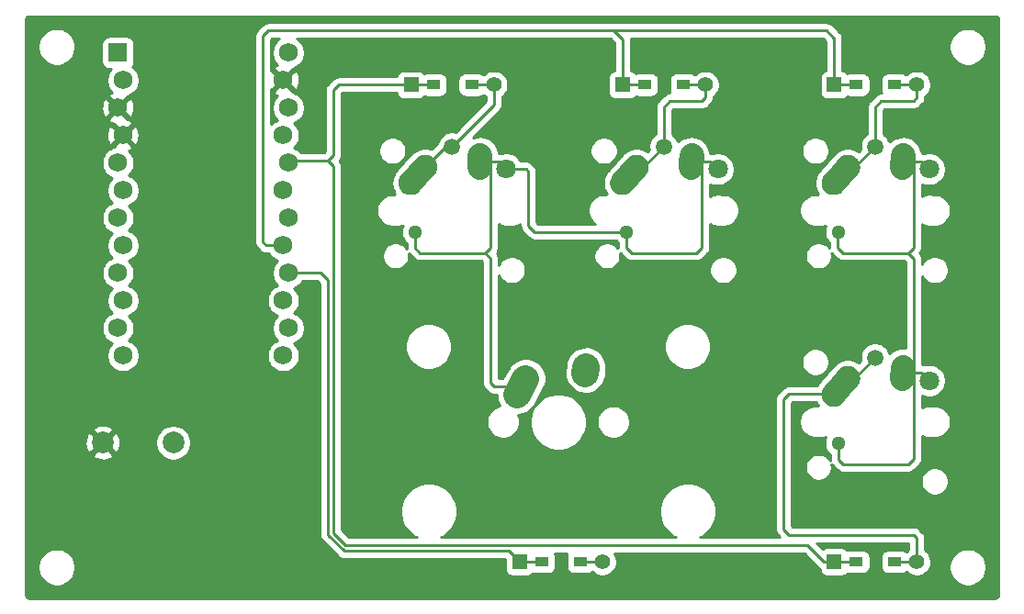
<source format=gbr>
G04 #@! TF.GenerationSoftware,KiCad,Pcbnew,(5.1.2-1)-1*
G04 #@! TF.CreationDate,2019-08-25T00:29:00+09:00*
G04 #@! TF.ProjectId,teishi,74656973-6869-42e6-9b69-6361645f7063,rev?*
G04 #@! TF.SameCoordinates,Original*
G04 #@! TF.FileFunction,Copper,L2,Bot*
G04 #@! TF.FilePolarity,Positive*
%FSLAX46Y46*%
G04 Gerber Fmt 4.6, Leading zero omitted, Abs format (unit mm)*
G04 Created by KiCad (PCBNEW (5.1.2-1)-1) date 2019-08-25 00:29:00*
%MOMM*%
%LPD*%
G04 APERTURE LIST*
%ADD10C,1.752600*%
%ADD11R,1.752600X1.752600*%
%ADD12C,1.397000*%
%ADD13R,1.397000X1.397000*%
%ADD14R,1.300000X0.950000*%
%ADD15C,1.800000*%
%ADD16C,2.250000*%
%ADD17C,2.250000*%
%ADD18C,0.100000*%
%ADD19C,1.500000*%
%ADD20C,1.300000*%
%ADD21C,1.600000*%
%ADD22C,2.500000*%
%ADD23C,2.500000*%
%ADD24C,2.000000*%
%ADD25C,0.250000*%
%ADD26C,0.254000*%
G04 APERTURE END LIST*
D10*
X24848600Y-4030000D03*
X9608600Y-31970000D03*
X24391400Y-6570000D03*
X24848600Y-9110000D03*
X24391400Y-11650000D03*
X24848600Y-14190000D03*
X24391400Y-16730000D03*
X24848600Y-19270000D03*
X24391400Y-21810000D03*
X24848600Y-24350000D03*
X24391400Y-26890000D03*
X24848600Y-29430000D03*
X24391400Y-31970000D03*
X9151400Y-29430000D03*
X9608600Y-26890000D03*
X9151400Y-24350000D03*
X9608600Y-21810000D03*
X9151400Y-19270000D03*
X9608600Y-16730000D03*
X9151400Y-14190000D03*
X9608600Y-11650000D03*
X9151400Y-9110000D03*
X9608600Y-6570000D03*
D11*
X9151400Y-4030000D03*
D12*
X43810000Y-7000000D03*
D13*
X36190000Y-7000000D03*
D14*
X38225000Y-7000000D03*
X41775000Y-7000000D03*
D12*
X82810000Y-51000000D03*
D13*
X75190000Y-51000000D03*
D14*
X77225000Y-51000000D03*
X80775000Y-51000000D03*
D12*
X63310000Y-7000000D03*
D13*
X55690000Y-7000000D03*
D14*
X57725000Y-7000000D03*
X61275000Y-7000000D03*
D12*
X82810000Y-7000000D03*
D13*
X75190000Y-7000000D03*
D14*
X77225000Y-7000000D03*
X80775000Y-7000000D03*
D12*
X53810000Y-51000000D03*
D13*
X46190000Y-51000000D03*
D14*
X48225000Y-51000000D03*
X51775000Y-51000000D03*
D15*
X44960000Y-14780000D03*
D16*
X42480000Y-14040000D03*
D17*
X42459271Y-14579602D02*
X42500729Y-13500398D01*
D16*
X36150000Y-16040000D03*
D18*
G36*
X37525798Y-13457979D02*
G01*
X37525804Y-13457979D01*
X37525811Y-13457980D01*
X37535561Y-13458439D01*
X37564720Y-13461452D01*
X37593923Y-13464058D01*
X37634980Y-13469755D01*
X37634985Y-13469756D01*
X37634988Y-13469756D01*
X37634992Y-13469757D01*
X37644652Y-13471166D01*
X37673409Y-13477016D01*
X37702189Y-13482455D01*
X37742495Y-13492131D01*
X37751983Y-13494479D01*
X37780044Y-13503112D01*
X37808127Y-13511324D01*
X37847296Y-13524887D01*
X37856509Y-13528150D01*
X37883554Y-13539463D01*
X37910756Y-13550398D01*
X37948413Y-13567719D01*
X37957264Y-13571865D01*
X37983083Y-13585767D01*
X38009075Y-13599297D01*
X38044862Y-13620210D01*
X38053267Y-13625200D01*
X38077601Y-13641552D01*
X38102144Y-13657551D01*
X38135719Y-13681856D01*
X38135735Y-13681866D01*
X38135754Y-13681881D01*
X38143599Y-13687643D01*
X38166215Y-13706286D01*
X38189108Y-13724627D01*
X38220152Y-13752093D01*
X38227427Y-13758620D01*
X38248164Y-13779430D01*
X38269083Y-13799843D01*
X38297300Y-13830207D01*
X38303904Y-13837413D01*
X38322504Y-13860137D01*
X38341366Y-13882537D01*
X38366484Y-13915509D01*
X38372353Y-13923325D01*
X38388629Y-13947731D01*
X38405213Y-13971860D01*
X38426994Y-14007126D01*
X38432072Y-14015478D01*
X38445910Y-14041393D01*
X38460046Y-14067001D01*
X38478279Y-14104219D01*
X38478284Y-14104228D01*
X38478289Y-14104239D01*
X38482521Y-14113032D01*
X38493743Y-14140124D01*
X38505335Y-14167040D01*
X38519851Y-14205865D01*
X38523210Y-14215044D01*
X38531736Y-14243105D01*
X38540645Y-14271021D01*
X38551303Y-14311079D01*
X38553750Y-14320542D01*
X38559496Y-14349300D01*
X38565636Y-14377937D01*
X38572335Y-14418843D01*
X38573847Y-14428500D01*
X38576760Y-14457672D01*
X38580078Y-14486798D01*
X38582753Y-14528161D01*
X38583316Y-14537919D01*
X38583367Y-14567286D01*
X38583827Y-14596540D01*
X38582453Y-14637967D01*
X38582453Y-14637982D01*
X38582452Y-14637996D01*
X38582061Y-14647733D01*
X38579251Y-14676922D01*
X38576848Y-14706141D01*
X38571437Y-14747237D01*
X38570094Y-14756919D01*
X38564440Y-14785737D01*
X38559213Y-14814501D01*
X38549819Y-14854873D01*
X38549816Y-14854887D01*
X38549814Y-14854896D01*
X38549811Y-14854908D01*
X38547538Y-14864377D01*
X38539107Y-14892481D01*
X38531077Y-14920669D01*
X38517787Y-14959930D01*
X38514589Y-14969167D01*
X38503458Y-14996306D01*
X38492728Y-15023547D01*
X38475671Y-15061325D01*
X38471587Y-15070205D01*
X38457858Y-15096134D01*
X38444509Y-15122221D01*
X38423846Y-15158153D01*
X38418915Y-15166592D01*
X38402727Y-15191048D01*
X38386910Y-15215687D01*
X38362840Y-15249433D01*
X38357109Y-15257351D01*
X38338581Y-15280151D01*
X38320439Y-15303122D01*
X38293190Y-15334357D01*
X38286714Y-15341678D01*
X38281239Y-15347211D01*
X38281015Y-15347486D01*
X37002902Y-16771948D01*
X36983570Y-16795504D01*
X36965234Y-16813840D01*
X36964437Y-16814716D01*
X36959877Y-16819197D01*
X36905504Y-16873570D01*
X36820162Y-16943608D01*
X36728366Y-17004945D01*
X36630999Y-17056988D01*
X36529001Y-17099237D01*
X36423353Y-17131285D01*
X36315072Y-17152824D01*
X36205201Y-17163645D01*
X36094799Y-17163645D01*
X35984928Y-17152824D01*
X35876647Y-17131285D01*
X35770999Y-17099237D01*
X35669001Y-17056988D01*
X35571634Y-17004945D01*
X35479838Y-16943608D01*
X35394496Y-16873570D01*
X35316430Y-16795504D01*
X35246392Y-16710162D01*
X35185055Y-16618366D01*
X35133012Y-16520999D01*
X35090763Y-16419001D01*
X35058715Y-16313353D01*
X35037176Y-16205072D01*
X35026355Y-16095201D01*
X35026355Y-15984799D01*
X35037176Y-15874928D01*
X35058715Y-15766647D01*
X35090763Y-15660999D01*
X35133012Y-15559001D01*
X35185055Y-15461634D01*
X35196645Y-15444288D01*
X35208622Y-15421747D01*
X35246452Y-15364773D01*
X35289660Y-15311762D01*
X36637575Y-13813862D01*
X36644164Y-13806642D01*
X36664703Y-13786517D01*
X36685511Y-13765489D01*
X36716071Y-13737485D01*
X36723323Y-13730932D01*
X36746173Y-13712494D01*
X36768712Y-13693782D01*
X36801860Y-13668895D01*
X36809717Y-13663081D01*
X36834232Y-13646978D01*
X36858464Y-13630571D01*
X36893881Y-13609036D01*
X36902267Y-13604017D01*
X36928227Y-13590387D01*
X36954001Y-13576393D01*
X36991351Y-13558418D01*
X37000188Y-13554241D01*
X37027387Y-13543196D01*
X37054345Y-13531809D01*
X37093271Y-13517563D01*
X37102473Y-13514268D01*
X37130585Y-13505941D01*
X37158573Y-13497224D01*
X37198703Y-13486846D01*
X37208183Y-13484465D01*
X37236984Y-13478919D01*
X37265665Y-13472979D01*
X37306617Y-13466566D01*
X37316284Y-13465121D01*
X37345515Y-13462409D01*
X37374621Y-13459299D01*
X37415983Y-13456914D01*
X37415994Y-13456913D01*
X37416005Y-13456913D01*
X37425764Y-13456418D01*
X37455103Y-13456572D01*
X37484381Y-13456316D01*
X37525798Y-13457979D01*
X37525798Y-13457979D01*
G37*
D19*
X39960000Y-12680000D03*
D16*
X37460000Y-14580000D03*
D20*
X36559992Y-20579836D03*
D21*
X36559992Y-15679836D03*
D15*
X83960000Y-34280000D03*
D16*
X81480000Y-33540000D03*
D17*
X81459271Y-34079602D02*
X81500729Y-33000398D01*
D16*
X75150000Y-35540000D03*
D18*
G36*
X76525798Y-32957979D02*
G01*
X76525804Y-32957979D01*
X76525811Y-32957980D01*
X76535561Y-32958439D01*
X76564720Y-32961452D01*
X76593923Y-32964058D01*
X76634980Y-32969755D01*
X76634985Y-32969756D01*
X76634988Y-32969756D01*
X76634992Y-32969757D01*
X76644652Y-32971166D01*
X76673409Y-32977016D01*
X76702189Y-32982455D01*
X76742495Y-32992131D01*
X76751983Y-32994479D01*
X76780044Y-33003112D01*
X76808127Y-33011324D01*
X76847296Y-33024887D01*
X76856509Y-33028150D01*
X76883554Y-33039463D01*
X76910756Y-33050398D01*
X76948413Y-33067719D01*
X76957264Y-33071865D01*
X76983083Y-33085767D01*
X77009075Y-33099297D01*
X77044862Y-33120210D01*
X77053267Y-33125200D01*
X77077601Y-33141552D01*
X77102144Y-33157551D01*
X77135719Y-33181856D01*
X77135735Y-33181866D01*
X77135754Y-33181881D01*
X77143599Y-33187643D01*
X77166215Y-33206286D01*
X77189108Y-33224627D01*
X77220152Y-33252093D01*
X77227427Y-33258620D01*
X77248164Y-33279430D01*
X77269083Y-33299843D01*
X77297300Y-33330207D01*
X77303904Y-33337413D01*
X77322504Y-33360137D01*
X77341366Y-33382537D01*
X77366484Y-33415509D01*
X77372353Y-33423325D01*
X77388629Y-33447731D01*
X77405213Y-33471860D01*
X77426994Y-33507126D01*
X77432072Y-33515478D01*
X77445910Y-33541393D01*
X77460046Y-33567001D01*
X77478279Y-33604219D01*
X77478284Y-33604228D01*
X77478289Y-33604239D01*
X77482521Y-33613032D01*
X77493743Y-33640124D01*
X77505335Y-33667040D01*
X77519851Y-33705865D01*
X77523210Y-33715044D01*
X77531736Y-33743105D01*
X77540645Y-33771021D01*
X77551303Y-33811079D01*
X77553750Y-33820542D01*
X77559496Y-33849300D01*
X77565636Y-33877937D01*
X77572335Y-33918843D01*
X77573847Y-33928500D01*
X77576760Y-33957672D01*
X77580078Y-33986798D01*
X77582753Y-34028161D01*
X77583316Y-34037919D01*
X77583367Y-34067286D01*
X77583827Y-34096540D01*
X77582453Y-34137967D01*
X77582453Y-34137982D01*
X77582452Y-34137996D01*
X77582061Y-34147733D01*
X77579251Y-34176922D01*
X77576848Y-34206141D01*
X77571437Y-34247237D01*
X77570094Y-34256919D01*
X77564440Y-34285737D01*
X77559213Y-34314501D01*
X77549819Y-34354873D01*
X77549816Y-34354887D01*
X77549814Y-34354896D01*
X77549811Y-34354908D01*
X77547538Y-34364377D01*
X77539107Y-34392481D01*
X77531077Y-34420669D01*
X77517787Y-34459930D01*
X77514589Y-34469167D01*
X77503458Y-34496306D01*
X77492728Y-34523547D01*
X77475671Y-34561325D01*
X77471587Y-34570205D01*
X77457858Y-34596134D01*
X77444509Y-34622221D01*
X77423846Y-34658153D01*
X77418915Y-34666592D01*
X77402727Y-34691048D01*
X77386910Y-34715687D01*
X77362840Y-34749433D01*
X77357109Y-34757351D01*
X77338581Y-34780151D01*
X77320439Y-34803122D01*
X77293190Y-34834357D01*
X77286714Y-34841678D01*
X77281239Y-34847211D01*
X77281015Y-34847486D01*
X76002902Y-36271948D01*
X75983570Y-36295504D01*
X75965234Y-36313840D01*
X75964437Y-36314716D01*
X75959877Y-36319197D01*
X75905504Y-36373570D01*
X75820162Y-36443608D01*
X75728366Y-36504945D01*
X75630999Y-36556988D01*
X75529001Y-36599237D01*
X75423353Y-36631285D01*
X75315072Y-36652824D01*
X75205201Y-36663645D01*
X75094799Y-36663645D01*
X74984928Y-36652824D01*
X74876647Y-36631285D01*
X74770999Y-36599237D01*
X74669001Y-36556988D01*
X74571634Y-36504945D01*
X74479838Y-36443608D01*
X74394496Y-36373570D01*
X74316430Y-36295504D01*
X74246392Y-36210162D01*
X74185055Y-36118366D01*
X74133012Y-36020999D01*
X74090763Y-35919001D01*
X74058715Y-35813353D01*
X74037176Y-35705072D01*
X74026355Y-35595201D01*
X74026355Y-35484799D01*
X74037176Y-35374928D01*
X74058715Y-35266647D01*
X74090763Y-35160999D01*
X74133012Y-35059001D01*
X74185055Y-34961634D01*
X74196645Y-34944288D01*
X74208622Y-34921747D01*
X74246452Y-34864773D01*
X74289660Y-34811762D01*
X75637575Y-33313862D01*
X75644164Y-33306642D01*
X75664703Y-33286517D01*
X75685511Y-33265489D01*
X75716071Y-33237485D01*
X75723323Y-33230932D01*
X75746173Y-33212494D01*
X75768712Y-33193782D01*
X75801860Y-33168895D01*
X75809717Y-33163081D01*
X75834232Y-33146978D01*
X75858464Y-33130571D01*
X75893881Y-33109036D01*
X75902267Y-33104017D01*
X75928227Y-33090387D01*
X75954001Y-33076393D01*
X75991351Y-33058418D01*
X76000188Y-33054241D01*
X76027387Y-33043196D01*
X76054345Y-33031809D01*
X76093271Y-33017563D01*
X76102473Y-33014268D01*
X76130585Y-33005941D01*
X76158573Y-32997224D01*
X76198703Y-32986846D01*
X76208183Y-32984465D01*
X76236984Y-32978919D01*
X76265665Y-32972979D01*
X76306617Y-32966566D01*
X76316284Y-32965121D01*
X76345515Y-32962409D01*
X76374621Y-32959299D01*
X76415983Y-32956914D01*
X76415994Y-32956913D01*
X76416005Y-32956913D01*
X76425764Y-32956418D01*
X76455103Y-32956572D01*
X76484381Y-32956316D01*
X76525798Y-32957979D01*
X76525798Y-32957979D01*
G37*
D19*
X78960000Y-32180000D03*
D16*
X76460000Y-34080000D03*
D20*
X75559992Y-40079836D03*
D21*
X75559992Y-35179836D03*
D15*
X64460000Y-14780000D03*
D16*
X61980000Y-14040000D03*
D17*
X61959271Y-14579602D02*
X62000729Y-13500398D01*
D16*
X55650000Y-16040000D03*
D18*
G36*
X57025798Y-13457979D02*
G01*
X57025804Y-13457979D01*
X57025811Y-13457980D01*
X57035561Y-13458439D01*
X57064720Y-13461452D01*
X57093923Y-13464058D01*
X57134980Y-13469755D01*
X57134985Y-13469756D01*
X57134988Y-13469756D01*
X57134992Y-13469757D01*
X57144652Y-13471166D01*
X57173409Y-13477016D01*
X57202189Y-13482455D01*
X57242495Y-13492131D01*
X57251983Y-13494479D01*
X57280044Y-13503112D01*
X57308127Y-13511324D01*
X57347296Y-13524887D01*
X57356509Y-13528150D01*
X57383554Y-13539463D01*
X57410756Y-13550398D01*
X57448413Y-13567719D01*
X57457264Y-13571865D01*
X57483083Y-13585767D01*
X57509075Y-13599297D01*
X57544862Y-13620210D01*
X57553267Y-13625200D01*
X57577601Y-13641552D01*
X57602144Y-13657551D01*
X57635719Y-13681856D01*
X57635735Y-13681866D01*
X57635754Y-13681881D01*
X57643599Y-13687643D01*
X57666215Y-13706286D01*
X57689108Y-13724627D01*
X57720152Y-13752093D01*
X57727427Y-13758620D01*
X57748164Y-13779430D01*
X57769083Y-13799843D01*
X57797300Y-13830207D01*
X57803904Y-13837413D01*
X57822504Y-13860137D01*
X57841366Y-13882537D01*
X57866484Y-13915509D01*
X57872353Y-13923325D01*
X57888629Y-13947731D01*
X57905213Y-13971860D01*
X57926994Y-14007126D01*
X57932072Y-14015478D01*
X57945910Y-14041393D01*
X57960046Y-14067001D01*
X57978279Y-14104219D01*
X57978284Y-14104228D01*
X57978289Y-14104239D01*
X57982521Y-14113032D01*
X57993743Y-14140124D01*
X58005335Y-14167040D01*
X58019851Y-14205865D01*
X58023210Y-14215044D01*
X58031736Y-14243105D01*
X58040645Y-14271021D01*
X58051303Y-14311079D01*
X58053750Y-14320542D01*
X58059496Y-14349300D01*
X58065636Y-14377937D01*
X58072335Y-14418843D01*
X58073847Y-14428500D01*
X58076760Y-14457672D01*
X58080078Y-14486798D01*
X58082753Y-14528161D01*
X58083316Y-14537919D01*
X58083367Y-14567286D01*
X58083827Y-14596540D01*
X58082453Y-14637967D01*
X58082453Y-14637982D01*
X58082452Y-14637996D01*
X58082061Y-14647733D01*
X58079251Y-14676922D01*
X58076848Y-14706141D01*
X58071437Y-14747237D01*
X58070094Y-14756919D01*
X58064440Y-14785737D01*
X58059213Y-14814501D01*
X58049819Y-14854873D01*
X58049816Y-14854887D01*
X58049814Y-14854896D01*
X58049811Y-14854908D01*
X58047538Y-14864377D01*
X58039107Y-14892481D01*
X58031077Y-14920669D01*
X58017787Y-14959930D01*
X58014589Y-14969167D01*
X58003458Y-14996306D01*
X57992728Y-15023547D01*
X57975671Y-15061325D01*
X57971587Y-15070205D01*
X57957858Y-15096134D01*
X57944509Y-15122221D01*
X57923846Y-15158153D01*
X57918915Y-15166592D01*
X57902727Y-15191048D01*
X57886910Y-15215687D01*
X57862840Y-15249433D01*
X57857109Y-15257351D01*
X57838581Y-15280151D01*
X57820439Y-15303122D01*
X57793190Y-15334357D01*
X57786714Y-15341678D01*
X57781239Y-15347211D01*
X57781015Y-15347486D01*
X56502902Y-16771948D01*
X56483570Y-16795504D01*
X56465234Y-16813840D01*
X56464437Y-16814716D01*
X56459877Y-16819197D01*
X56405504Y-16873570D01*
X56320162Y-16943608D01*
X56228366Y-17004945D01*
X56130999Y-17056988D01*
X56029001Y-17099237D01*
X55923353Y-17131285D01*
X55815072Y-17152824D01*
X55705201Y-17163645D01*
X55594799Y-17163645D01*
X55484928Y-17152824D01*
X55376647Y-17131285D01*
X55270999Y-17099237D01*
X55169001Y-17056988D01*
X55071634Y-17004945D01*
X54979838Y-16943608D01*
X54894496Y-16873570D01*
X54816430Y-16795504D01*
X54746392Y-16710162D01*
X54685055Y-16618366D01*
X54633012Y-16520999D01*
X54590763Y-16419001D01*
X54558715Y-16313353D01*
X54537176Y-16205072D01*
X54526355Y-16095201D01*
X54526355Y-15984799D01*
X54537176Y-15874928D01*
X54558715Y-15766647D01*
X54590763Y-15660999D01*
X54633012Y-15559001D01*
X54685055Y-15461634D01*
X54696645Y-15444288D01*
X54708622Y-15421747D01*
X54746452Y-15364773D01*
X54789660Y-15311762D01*
X56137575Y-13813862D01*
X56144164Y-13806642D01*
X56164703Y-13786517D01*
X56185511Y-13765489D01*
X56216071Y-13737485D01*
X56223323Y-13730932D01*
X56246173Y-13712494D01*
X56268712Y-13693782D01*
X56301860Y-13668895D01*
X56309717Y-13663081D01*
X56334232Y-13646978D01*
X56358464Y-13630571D01*
X56393881Y-13609036D01*
X56402267Y-13604017D01*
X56428227Y-13590387D01*
X56454001Y-13576393D01*
X56491351Y-13558418D01*
X56500188Y-13554241D01*
X56527387Y-13543196D01*
X56554345Y-13531809D01*
X56593271Y-13517563D01*
X56602473Y-13514268D01*
X56630585Y-13505941D01*
X56658573Y-13497224D01*
X56698703Y-13486846D01*
X56708183Y-13484465D01*
X56736984Y-13478919D01*
X56765665Y-13472979D01*
X56806617Y-13466566D01*
X56816284Y-13465121D01*
X56845515Y-13462409D01*
X56874621Y-13459299D01*
X56915983Y-13456914D01*
X56915994Y-13456913D01*
X56916005Y-13456913D01*
X56925764Y-13456418D01*
X56955103Y-13456572D01*
X56984381Y-13456316D01*
X57025798Y-13457979D01*
X57025798Y-13457979D01*
G37*
D19*
X59460000Y-12680000D03*
D16*
X56960000Y-14580000D03*
D20*
X56059992Y-20579836D03*
D21*
X56059992Y-15679836D03*
D15*
X83960000Y-14780000D03*
D16*
X81480000Y-14040000D03*
D17*
X81459271Y-14579602D02*
X81500729Y-13500398D01*
D16*
X75150000Y-16040000D03*
D18*
G36*
X76525798Y-13457979D02*
G01*
X76525804Y-13457979D01*
X76525811Y-13457980D01*
X76535561Y-13458439D01*
X76564720Y-13461452D01*
X76593923Y-13464058D01*
X76634980Y-13469755D01*
X76634985Y-13469756D01*
X76634988Y-13469756D01*
X76634992Y-13469757D01*
X76644652Y-13471166D01*
X76673409Y-13477016D01*
X76702189Y-13482455D01*
X76742495Y-13492131D01*
X76751983Y-13494479D01*
X76780044Y-13503112D01*
X76808127Y-13511324D01*
X76847296Y-13524887D01*
X76856509Y-13528150D01*
X76883554Y-13539463D01*
X76910756Y-13550398D01*
X76948413Y-13567719D01*
X76957264Y-13571865D01*
X76983083Y-13585767D01*
X77009075Y-13599297D01*
X77044862Y-13620210D01*
X77053267Y-13625200D01*
X77077601Y-13641552D01*
X77102144Y-13657551D01*
X77135719Y-13681856D01*
X77135735Y-13681866D01*
X77135754Y-13681881D01*
X77143599Y-13687643D01*
X77166215Y-13706286D01*
X77189108Y-13724627D01*
X77220152Y-13752093D01*
X77227427Y-13758620D01*
X77248164Y-13779430D01*
X77269083Y-13799843D01*
X77297300Y-13830207D01*
X77303904Y-13837413D01*
X77322504Y-13860137D01*
X77341366Y-13882537D01*
X77366484Y-13915509D01*
X77372353Y-13923325D01*
X77388629Y-13947731D01*
X77405213Y-13971860D01*
X77426994Y-14007126D01*
X77432072Y-14015478D01*
X77445910Y-14041393D01*
X77460046Y-14067001D01*
X77478279Y-14104219D01*
X77478284Y-14104228D01*
X77478289Y-14104239D01*
X77482521Y-14113032D01*
X77493743Y-14140124D01*
X77505335Y-14167040D01*
X77519851Y-14205865D01*
X77523210Y-14215044D01*
X77531736Y-14243105D01*
X77540645Y-14271021D01*
X77551303Y-14311079D01*
X77553750Y-14320542D01*
X77559496Y-14349300D01*
X77565636Y-14377937D01*
X77572335Y-14418843D01*
X77573847Y-14428500D01*
X77576760Y-14457672D01*
X77580078Y-14486798D01*
X77582753Y-14528161D01*
X77583316Y-14537919D01*
X77583367Y-14567286D01*
X77583827Y-14596540D01*
X77582453Y-14637967D01*
X77582453Y-14637982D01*
X77582452Y-14637996D01*
X77582061Y-14647733D01*
X77579251Y-14676922D01*
X77576848Y-14706141D01*
X77571437Y-14747237D01*
X77570094Y-14756919D01*
X77564440Y-14785737D01*
X77559213Y-14814501D01*
X77549819Y-14854873D01*
X77549816Y-14854887D01*
X77549814Y-14854896D01*
X77549811Y-14854908D01*
X77547538Y-14864377D01*
X77539107Y-14892481D01*
X77531077Y-14920669D01*
X77517787Y-14959930D01*
X77514589Y-14969167D01*
X77503458Y-14996306D01*
X77492728Y-15023547D01*
X77475671Y-15061325D01*
X77471587Y-15070205D01*
X77457858Y-15096134D01*
X77444509Y-15122221D01*
X77423846Y-15158153D01*
X77418915Y-15166592D01*
X77402727Y-15191048D01*
X77386910Y-15215687D01*
X77362840Y-15249433D01*
X77357109Y-15257351D01*
X77338581Y-15280151D01*
X77320439Y-15303122D01*
X77293190Y-15334357D01*
X77286714Y-15341678D01*
X77281239Y-15347211D01*
X77281015Y-15347486D01*
X76002902Y-16771948D01*
X75983570Y-16795504D01*
X75965234Y-16813840D01*
X75964437Y-16814716D01*
X75959877Y-16819197D01*
X75905504Y-16873570D01*
X75820162Y-16943608D01*
X75728366Y-17004945D01*
X75630999Y-17056988D01*
X75529001Y-17099237D01*
X75423353Y-17131285D01*
X75315072Y-17152824D01*
X75205201Y-17163645D01*
X75094799Y-17163645D01*
X74984928Y-17152824D01*
X74876647Y-17131285D01*
X74770999Y-17099237D01*
X74669001Y-17056988D01*
X74571634Y-17004945D01*
X74479838Y-16943608D01*
X74394496Y-16873570D01*
X74316430Y-16795504D01*
X74246392Y-16710162D01*
X74185055Y-16618366D01*
X74133012Y-16520999D01*
X74090763Y-16419001D01*
X74058715Y-16313353D01*
X74037176Y-16205072D01*
X74026355Y-16095201D01*
X74026355Y-15984799D01*
X74037176Y-15874928D01*
X74058715Y-15766647D01*
X74090763Y-15660999D01*
X74133012Y-15559001D01*
X74185055Y-15461634D01*
X74196645Y-15444288D01*
X74208622Y-15421747D01*
X74246452Y-15364773D01*
X74289660Y-15311762D01*
X75637575Y-13813862D01*
X75644164Y-13806642D01*
X75664703Y-13786517D01*
X75685511Y-13765489D01*
X75716071Y-13737485D01*
X75723323Y-13730932D01*
X75746173Y-13712494D01*
X75768712Y-13693782D01*
X75801860Y-13668895D01*
X75809717Y-13663081D01*
X75834232Y-13646978D01*
X75858464Y-13630571D01*
X75893881Y-13609036D01*
X75902267Y-13604017D01*
X75928227Y-13590387D01*
X75954001Y-13576393D01*
X75991351Y-13558418D01*
X76000188Y-13554241D01*
X76027387Y-13543196D01*
X76054345Y-13531809D01*
X76093271Y-13517563D01*
X76102473Y-13514268D01*
X76130585Y-13505941D01*
X76158573Y-13497224D01*
X76198703Y-13486846D01*
X76208183Y-13484465D01*
X76236984Y-13478919D01*
X76265665Y-13472979D01*
X76306617Y-13466566D01*
X76316284Y-13465121D01*
X76345515Y-13462409D01*
X76374621Y-13459299D01*
X76415983Y-13456914D01*
X76415994Y-13456913D01*
X76416005Y-13456913D01*
X76425764Y-13456418D01*
X76455103Y-13456572D01*
X76484381Y-13456316D01*
X76525798Y-13457979D01*
X76525798Y-13457979D01*
G37*
D19*
X78960000Y-12680000D03*
D16*
X76460000Y-14580000D03*
D20*
X75559992Y-20579836D03*
D21*
X75559992Y-15679836D03*
D22*
X52270000Y-33310000D03*
D23*
X52289724Y-33020672D02*
X52250276Y-33599328D01*
D22*
X46345000Y-34830000D03*
D23*
X46750453Y-34100046D02*
X45939547Y-35559954D01*
D24*
X7750000Y-40000000D03*
X14250000Y-40000000D03*
D25*
X29000000Y-19500000D02*
X29000000Y-20000000D01*
X29000000Y-13500000D02*
X28500000Y-14000000D01*
X29500000Y-7000000D02*
X36190000Y-7000000D01*
X29000000Y-7500000D02*
X29500000Y-7000000D01*
X29000000Y-13500000D02*
X29000000Y-7500000D01*
X25038600Y-14000000D02*
X24848600Y-14190000D01*
X28500000Y-14000000D02*
X25038600Y-14000000D01*
X29000000Y-14500000D02*
X28500000Y-14000000D01*
X29000000Y-20000000D02*
X29000000Y-14500000D01*
X38225000Y-7000000D02*
X36190000Y-7000000D01*
X75190000Y-51000000D02*
X77225000Y-51000000D01*
X72741500Y-49500000D02*
X74241500Y-51000000D01*
X74241500Y-51000000D02*
X75190000Y-51000000D01*
X29000000Y-20000000D02*
X29000000Y-48363590D01*
X30136410Y-49500000D02*
X72741500Y-49500000D01*
X29000000Y-48363590D02*
X30136410Y-49500000D01*
X41775000Y-7000000D02*
X43810000Y-7000000D01*
X43810000Y-8830000D02*
X39960000Y-12680000D01*
X43810000Y-7000000D02*
X43810000Y-8830000D01*
X39360000Y-12680000D02*
X39960000Y-12680000D01*
X37460000Y-14580000D02*
X39360000Y-12680000D01*
X80775000Y-51000000D02*
X82810000Y-51000000D01*
X77060000Y-34080000D02*
X76460000Y-34080000D01*
X78960000Y-32180000D02*
X77060000Y-34080000D01*
X70500000Y-36000000D02*
X71000000Y-35500000D01*
X75150000Y-35589828D02*
X75150000Y-35540000D01*
X75060172Y-35500000D02*
X75150000Y-35589828D01*
X70500000Y-48000000D02*
X70500000Y-36000000D01*
X71000000Y-48500000D02*
X70500000Y-48000000D01*
X82810000Y-48810000D02*
X82500000Y-48500000D01*
X71000000Y-35500000D02*
X75060172Y-35500000D01*
X82500000Y-48500000D02*
X71000000Y-48500000D01*
X82810000Y-51000000D02*
X82810000Y-48810000D01*
X55690000Y-7000000D02*
X57725000Y-7000000D01*
X75190000Y-7000000D02*
X77225000Y-7000000D01*
X54870750Y-2000000D02*
X55690000Y-2819250D01*
X24391400Y-21810000D02*
X22810000Y-21810000D01*
X22500000Y-21500000D02*
X22500000Y-2500000D01*
X23000000Y-2000000D02*
X54870750Y-2000000D01*
X55690000Y-2819250D02*
X55690000Y-7000000D01*
X22500000Y-2500000D02*
X23000000Y-2000000D01*
X22810000Y-21810000D02*
X22500000Y-21500000D01*
X74500000Y-2000000D02*
X54870750Y-2000000D01*
X75190000Y-2690000D02*
X74500000Y-2000000D01*
X75190000Y-7000000D02*
X75190000Y-2690000D01*
X61275000Y-7000000D02*
X63310000Y-7000000D01*
X60000000Y-8500000D02*
X59460000Y-9040000D01*
X63310000Y-8190000D02*
X63000000Y-8500000D01*
X59460000Y-9040000D02*
X59460000Y-12680000D01*
X63000000Y-8500000D02*
X60000000Y-8500000D01*
X63310000Y-7000000D02*
X63310000Y-8190000D01*
X57560000Y-14580000D02*
X56960000Y-14580000D01*
X59460000Y-12680000D02*
X57560000Y-14580000D01*
X80775000Y-7000000D02*
X82810000Y-7000000D01*
X75600000Y-16040000D02*
X75150000Y-16040000D01*
X78960000Y-12680000D02*
X75600000Y-16040000D01*
X78960000Y-9040000D02*
X78960000Y-12680000D01*
X79500000Y-8500000D02*
X78960000Y-9040000D01*
X82500000Y-8500000D02*
X79500000Y-8500000D01*
X82810000Y-8190000D02*
X82500000Y-8500000D01*
X82810000Y-7000000D02*
X82810000Y-8190000D01*
X47500000Y-51000000D02*
X48225000Y-51000000D01*
X46190000Y-51000000D02*
X47500000Y-51000000D01*
X47500000Y-51000000D02*
X48000000Y-51000000D01*
X27850000Y-24350000D02*
X24848600Y-24350000D01*
X28500000Y-25000000D02*
X27850000Y-24350000D01*
X28500000Y-48500000D02*
X28500000Y-25000000D01*
X45190000Y-50000000D02*
X30000000Y-50000000D01*
X46190000Y-51000000D02*
X45190000Y-50000000D01*
X30000000Y-50000000D02*
X28500000Y-48500000D01*
X51775000Y-51000000D02*
X53810000Y-51000000D01*
X44220000Y-14040000D02*
X44960000Y-14780000D01*
X47579836Y-20579836D02*
X56059992Y-20579836D01*
X47000000Y-20000000D02*
X47579836Y-20579836D01*
X47000000Y-15000000D02*
X47000000Y-20000000D01*
X46780000Y-14780000D02*
X47000000Y-15000000D01*
X44960000Y-14780000D02*
X46780000Y-14780000D01*
X63720000Y-14040000D02*
X64460000Y-14780000D01*
X61980000Y-14040000D02*
X63720000Y-14040000D01*
X61980000Y-14040000D02*
X63205830Y-14040000D01*
X43540000Y-14040000D02*
X44220000Y-14040000D01*
X42480000Y-14040000D02*
X43540000Y-14040000D01*
X43500000Y-14080000D02*
X43540000Y-14040000D01*
X43500000Y-22000000D02*
X43500000Y-14080000D01*
X43000000Y-22500000D02*
X43500000Y-22000000D01*
X36559992Y-20579836D02*
X36559992Y-22059992D01*
X37000000Y-22500000D02*
X43000000Y-22500000D01*
X36559992Y-22059992D02*
X37000000Y-22500000D01*
X43830000Y-34830000D02*
X46345000Y-34830000D01*
X43500000Y-34500000D02*
X43830000Y-34830000D01*
X43500000Y-23000000D02*
X43500000Y-34500000D01*
X43000000Y-22500000D02*
X43500000Y-23000000D01*
X62500000Y-22500000D02*
X63000000Y-22000000D01*
X56500000Y-22500000D02*
X62500000Y-22500000D01*
X63000000Y-22000000D02*
X63000000Y-14040000D01*
X56000000Y-22000000D02*
X56500000Y-22500000D01*
X56000000Y-20500000D02*
X56000000Y-22000000D01*
X83220000Y-33540000D02*
X83960000Y-34280000D01*
X82960000Y-33540000D02*
X83220000Y-33540000D01*
X83220000Y-14040000D02*
X83960000Y-14780000D01*
X82960000Y-14040000D02*
X83220000Y-14040000D01*
X81480000Y-14040000D02*
X82960000Y-14040000D01*
X82540000Y-33540000D02*
X82960000Y-33540000D01*
X81480000Y-33540000D02*
X82540000Y-33540000D01*
X82500000Y-22000000D02*
X82500000Y-14040000D01*
X82000000Y-22500000D02*
X82500000Y-22000000D01*
X75500000Y-22000000D02*
X76000000Y-22500000D01*
X76000000Y-22500000D02*
X82000000Y-22500000D01*
X75500000Y-20639828D02*
X75500000Y-22000000D01*
X75559992Y-20579836D02*
X75500000Y-20639828D01*
X82540000Y-23040000D02*
X82000000Y-22500000D01*
X82540000Y-33540000D02*
X82540000Y-23040000D01*
X75559992Y-41559992D02*
X75559992Y-40079836D01*
X82000000Y-42000000D02*
X76000000Y-42000000D01*
X76000000Y-42000000D02*
X75559992Y-41559992D01*
X82500000Y-41500000D02*
X82000000Y-42000000D01*
X82500000Y-33500000D02*
X82500000Y-41500000D01*
D26*
G36*
X90065424Y-669580D02*
G01*
X90128356Y-688580D01*
X90186405Y-719445D01*
X90237343Y-760989D01*
X90279248Y-811644D01*
X90310515Y-869471D01*
X90329956Y-932272D01*
X90340000Y-1027835D01*
X90340001Y-53967711D01*
X90330420Y-54065424D01*
X90311420Y-54128357D01*
X90280554Y-54186406D01*
X90239011Y-54237343D01*
X90188356Y-54279248D01*
X90130529Y-54310515D01*
X90067728Y-54329956D01*
X89972165Y-54340000D01*
X1032279Y-54340000D01*
X934576Y-54330420D01*
X871643Y-54311420D01*
X813594Y-54280554D01*
X762657Y-54239011D01*
X720752Y-54188356D01*
X689485Y-54130529D01*
X670044Y-54067728D01*
X660000Y-53972165D01*
X660000Y-51329117D01*
X1765000Y-51329117D01*
X1765000Y-51670883D01*
X1831675Y-52006081D01*
X1962463Y-52321831D01*
X2152337Y-52605998D01*
X2394002Y-52847663D01*
X2678169Y-53037537D01*
X2993919Y-53168325D01*
X3329117Y-53235000D01*
X3670883Y-53235000D01*
X4006081Y-53168325D01*
X4321831Y-53037537D01*
X4605998Y-52847663D01*
X4847663Y-52605998D01*
X5037537Y-52321831D01*
X5168325Y-52006081D01*
X5235000Y-51670883D01*
X5235000Y-51329117D01*
X5168325Y-50993919D01*
X5037537Y-50678169D01*
X4847663Y-50394002D01*
X4605998Y-50152337D01*
X4321831Y-49962463D01*
X4006081Y-49831675D01*
X3670883Y-49765000D01*
X3329117Y-49765000D01*
X2993919Y-49831675D01*
X2678169Y-49962463D01*
X2394002Y-50152337D01*
X2152337Y-50394002D01*
X1962463Y-50678169D01*
X1831675Y-50993919D01*
X1765000Y-51329117D01*
X660000Y-51329117D01*
X660000Y-41135413D01*
X6794192Y-41135413D01*
X6889956Y-41399814D01*
X7179571Y-41540704D01*
X7491108Y-41622384D01*
X7812595Y-41641718D01*
X8131675Y-41597961D01*
X8436088Y-41492795D01*
X8610044Y-41399814D01*
X8705808Y-41135413D01*
X7750000Y-40179605D01*
X6794192Y-41135413D01*
X660000Y-41135413D01*
X660000Y-40062595D01*
X6108282Y-40062595D01*
X6152039Y-40381675D01*
X6257205Y-40686088D01*
X6350186Y-40860044D01*
X6614587Y-40955808D01*
X7570395Y-40000000D01*
X7929605Y-40000000D01*
X8885413Y-40955808D01*
X9149814Y-40860044D01*
X9290704Y-40570429D01*
X9372384Y-40258892D01*
X9391718Y-39937405D01*
X9378219Y-39838967D01*
X12615000Y-39838967D01*
X12615000Y-40161033D01*
X12677832Y-40476912D01*
X12801082Y-40774463D01*
X12980013Y-41042252D01*
X13207748Y-41269987D01*
X13475537Y-41448918D01*
X13773088Y-41572168D01*
X14088967Y-41635000D01*
X14411033Y-41635000D01*
X14726912Y-41572168D01*
X15024463Y-41448918D01*
X15292252Y-41269987D01*
X15519987Y-41042252D01*
X15698918Y-40774463D01*
X15822168Y-40476912D01*
X15885000Y-40161033D01*
X15885000Y-39838967D01*
X15822168Y-39523088D01*
X15698918Y-39225537D01*
X15519987Y-38957748D01*
X15292252Y-38730013D01*
X15024463Y-38551082D01*
X14726912Y-38427832D01*
X14411033Y-38365000D01*
X14088967Y-38365000D01*
X13773088Y-38427832D01*
X13475537Y-38551082D01*
X13207748Y-38730013D01*
X12980013Y-38957748D01*
X12801082Y-39225537D01*
X12677832Y-39523088D01*
X12615000Y-39838967D01*
X9378219Y-39838967D01*
X9347961Y-39618325D01*
X9242795Y-39313912D01*
X9149814Y-39139956D01*
X8885413Y-39044192D01*
X7929605Y-40000000D01*
X7570395Y-40000000D01*
X6614587Y-39044192D01*
X6350186Y-39139956D01*
X6209296Y-39429571D01*
X6127616Y-39741108D01*
X6108282Y-40062595D01*
X660000Y-40062595D01*
X660000Y-38864587D01*
X6794192Y-38864587D01*
X7750000Y-39820395D01*
X8705808Y-38864587D01*
X8610044Y-38600186D01*
X8320429Y-38459296D01*
X8008892Y-38377616D01*
X7687405Y-38358282D01*
X7368325Y-38402039D01*
X7063912Y-38507205D01*
X6889956Y-38600186D01*
X6794192Y-38864587D01*
X660000Y-38864587D01*
X660000Y-14041150D01*
X7640100Y-14041150D01*
X7640100Y-14338850D01*
X7698178Y-14630830D01*
X7812103Y-14905869D01*
X7977496Y-15153398D01*
X8188002Y-15363904D01*
X8435531Y-15529297D01*
X8602740Y-15598558D01*
X8434696Y-15766602D01*
X8269303Y-16014131D01*
X8155378Y-16289170D01*
X8097300Y-16581150D01*
X8097300Y-16878850D01*
X8155378Y-17170830D01*
X8269303Y-17445869D01*
X8434696Y-17693398D01*
X8602740Y-17861442D01*
X8435531Y-17930703D01*
X8188002Y-18096096D01*
X7977496Y-18306602D01*
X7812103Y-18554131D01*
X7698178Y-18829170D01*
X7640100Y-19121150D01*
X7640100Y-19418850D01*
X7698178Y-19710830D01*
X7812103Y-19985869D01*
X7977496Y-20233398D01*
X8188002Y-20443904D01*
X8435531Y-20609297D01*
X8602740Y-20678558D01*
X8434696Y-20846602D01*
X8269303Y-21094131D01*
X8155378Y-21369170D01*
X8097300Y-21661150D01*
X8097300Y-21958850D01*
X8155378Y-22250830D01*
X8269303Y-22525869D01*
X8434696Y-22773398D01*
X8602740Y-22941442D01*
X8435531Y-23010703D01*
X8188002Y-23176096D01*
X7977496Y-23386602D01*
X7812103Y-23634131D01*
X7698178Y-23909170D01*
X7640100Y-24201150D01*
X7640100Y-24498850D01*
X7698178Y-24790830D01*
X7812103Y-25065869D01*
X7977496Y-25313398D01*
X8188002Y-25523904D01*
X8435531Y-25689297D01*
X8602740Y-25758558D01*
X8434696Y-25926602D01*
X8269303Y-26174131D01*
X8155378Y-26449170D01*
X8097300Y-26741150D01*
X8097300Y-27038850D01*
X8155378Y-27330830D01*
X8269303Y-27605869D01*
X8434696Y-27853398D01*
X8602740Y-28021442D01*
X8435531Y-28090703D01*
X8188002Y-28256096D01*
X7977496Y-28466602D01*
X7812103Y-28714131D01*
X7698178Y-28989170D01*
X7640100Y-29281150D01*
X7640100Y-29578850D01*
X7698178Y-29870830D01*
X7812103Y-30145869D01*
X7977496Y-30393398D01*
X8188002Y-30603904D01*
X8435531Y-30769297D01*
X8602740Y-30838558D01*
X8434696Y-31006602D01*
X8269303Y-31254131D01*
X8155378Y-31529170D01*
X8097300Y-31821150D01*
X8097300Y-32118850D01*
X8155378Y-32410830D01*
X8269303Y-32685869D01*
X8434696Y-32933398D01*
X8645202Y-33143904D01*
X8892731Y-33309297D01*
X9167770Y-33423222D01*
X9459750Y-33481300D01*
X9757450Y-33481300D01*
X10049430Y-33423222D01*
X10324469Y-33309297D01*
X10571998Y-33143904D01*
X10782504Y-32933398D01*
X10947897Y-32685869D01*
X11061822Y-32410830D01*
X11119900Y-32118850D01*
X11119900Y-31821150D01*
X11061822Y-31529170D01*
X10947897Y-31254131D01*
X10782504Y-31006602D01*
X10571998Y-30796096D01*
X10324469Y-30630703D01*
X10157260Y-30561442D01*
X10325304Y-30393398D01*
X10490697Y-30145869D01*
X10604622Y-29870830D01*
X10662700Y-29578850D01*
X10662700Y-29281150D01*
X10604622Y-28989170D01*
X10490697Y-28714131D01*
X10325304Y-28466602D01*
X10157260Y-28298558D01*
X10324469Y-28229297D01*
X10571998Y-28063904D01*
X10782504Y-27853398D01*
X10947897Y-27605869D01*
X11061822Y-27330830D01*
X11119900Y-27038850D01*
X11119900Y-26741150D01*
X11061822Y-26449170D01*
X10947897Y-26174131D01*
X10782504Y-25926602D01*
X10571998Y-25716096D01*
X10324469Y-25550703D01*
X10157260Y-25481442D01*
X10325304Y-25313398D01*
X10490697Y-25065869D01*
X10604622Y-24790830D01*
X10662700Y-24498850D01*
X10662700Y-24201150D01*
X10604622Y-23909170D01*
X10490697Y-23634131D01*
X10325304Y-23386602D01*
X10157260Y-23218558D01*
X10324469Y-23149297D01*
X10571998Y-22983904D01*
X10782504Y-22773398D01*
X10947897Y-22525869D01*
X11061822Y-22250830D01*
X11119900Y-21958850D01*
X11119900Y-21661150D01*
X11061822Y-21369170D01*
X10947897Y-21094131D01*
X10782504Y-20846602D01*
X10571998Y-20636096D01*
X10324469Y-20470703D01*
X10157260Y-20401442D01*
X10325304Y-20233398D01*
X10490697Y-19985869D01*
X10604622Y-19710830D01*
X10662700Y-19418850D01*
X10662700Y-19121150D01*
X10604622Y-18829170D01*
X10490697Y-18554131D01*
X10325304Y-18306602D01*
X10157260Y-18138558D01*
X10324469Y-18069297D01*
X10571998Y-17903904D01*
X10782504Y-17693398D01*
X10947897Y-17445869D01*
X11061822Y-17170830D01*
X11119900Y-16878850D01*
X11119900Y-16581150D01*
X11061822Y-16289170D01*
X10947897Y-16014131D01*
X10782504Y-15766602D01*
X10571998Y-15556096D01*
X10324469Y-15390703D01*
X10157260Y-15321442D01*
X10325304Y-15153398D01*
X10490697Y-14905869D01*
X10604622Y-14630830D01*
X10662700Y-14338850D01*
X10662700Y-14041150D01*
X10604622Y-13749170D01*
X10490697Y-13474131D01*
X10325304Y-13226602D01*
X10157616Y-13058914D01*
X10251527Y-13025802D01*
X10395346Y-12948929D01*
X10476163Y-12697169D01*
X9608600Y-11829605D01*
X8741037Y-12697169D01*
X8751160Y-12728704D01*
X8710570Y-12736778D01*
X8435531Y-12850703D01*
X8188002Y-13016096D01*
X7977496Y-13226602D01*
X7812103Y-13474131D01*
X7698178Y-13749170D01*
X7640100Y-14041150D01*
X660000Y-14041150D01*
X660000Y-11717491D01*
X8091487Y-11717491D01*
X8133804Y-12012167D01*
X8232798Y-12292927D01*
X8309671Y-12436746D01*
X8561431Y-12517563D01*
X9428995Y-11650000D01*
X9788205Y-11650000D01*
X10655769Y-12517563D01*
X10907529Y-12436746D01*
X11036057Y-12168221D01*
X11109729Y-11879781D01*
X11125713Y-11582509D01*
X11083396Y-11287833D01*
X10984402Y-11007073D01*
X10907529Y-10863254D01*
X10655769Y-10782437D01*
X9788205Y-11650000D01*
X9428995Y-11650000D01*
X8561431Y-10782437D01*
X8309671Y-10863254D01*
X8181143Y-11131779D01*
X8107471Y-11420219D01*
X8091487Y-11717491D01*
X660000Y-11717491D01*
X660000Y-10157169D01*
X8283837Y-10157169D01*
X8364654Y-10408929D01*
X8633179Y-10537457D01*
X8752259Y-10567872D01*
X8741037Y-10602831D01*
X9608600Y-11470395D01*
X10476163Y-10602831D01*
X10395346Y-10351071D01*
X10126821Y-10222543D01*
X10007741Y-10192128D01*
X10018963Y-10157169D01*
X9151400Y-9289605D01*
X8283837Y-10157169D01*
X660000Y-10157169D01*
X660000Y-9177491D01*
X7634287Y-9177491D01*
X7676604Y-9472167D01*
X7775598Y-9752927D01*
X7852471Y-9896746D01*
X8104231Y-9977563D01*
X8971795Y-9110000D01*
X9331005Y-9110000D01*
X10198569Y-9977563D01*
X10450329Y-9896746D01*
X10578857Y-9628221D01*
X10652529Y-9339781D01*
X10668513Y-9042509D01*
X10626196Y-8747833D01*
X10527202Y-8467073D01*
X10450329Y-8323254D01*
X10198569Y-8242437D01*
X9331005Y-9110000D01*
X8971795Y-9110000D01*
X8104231Y-8242437D01*
X7852471Y-8323254D01*
X7723943Y-8591779D01*
X7650271Y-8880219D01*
X7634287Y-9177491D01*
X660000Y-9177491D01*
X660000Y-3329117D01*
X1765000Y-3329117D01*
X1765000Y-3670883D01*
X1831675Y-4006081D01*
X1962463Y-4321831D01*
X2152337Y-4605998D01*
X2394002Y-4847663D01*
X2678169Y-5037537D01*
X2993919Y-5168325D01*
X3329117Y-5235000D01*
X3670883Y-5235000D01*
X4006081Y-5168325D01*
X4321831Y-5037537D01*
X4605998Y-4847663D01*
X4847663Y-4605998D01*
X5037537Y-4321831D01*
X5168325Y-4006081D01*
X5235000Y-3670883D01*
X5235000Y-3329117D01*
X5200108Y-3153700D01*
X7637028Y-3153700D01*
X7637028Y-4906300D01*
X7649288Y-5030782D01*
X7685598Y-5150480D01*
X7744563Y-5260794D01*
X7823915Y-5357485D01*
X7920606Y-5436837D01*
X8030920Y-5495802D01*
X8150618Y-5532112D01*
X8275100Y-5544372D01*
X8496926Y-5544372D01*
X8434696Y-5606602D01*
X8269303Y-5854131D01*
X8155378Y-6129170D01*
X8097300Y-6421150D01*
X8097300Y-6718850D01*
X8155378Y-7010830D01*
X8269303Y-7285869D01*
X8434696Y-7533398D01*
X8602384Y-7701086D01*
X8508473Y-7734198D01*
X8364654Y-7811071D01*
X8283837Y-8062831D01*
X9151400Y-8930395D01*
X10018963Y-8062831D01*
X10008840Y-8031296D01*
X10049430Y-8023222D01*
X10324469Y-7909297D01*
X10571998Y-7743904D01*
X10782504Y-7533398D01*
X10947897Y-7285869D01*
X11061822Y-7010830D01*
X11119900Y-6718850D01*
X11119900Y-6421150D01*
X11061822Y-6129170D01*
X10947897Y-5854131D01*
X10782504Y-5606602D01*
X10571998Y-5396096D01*
X10491396Y-5342240D01*
X10558237Y-5260794D01*
X10617202Y-5150480D01*
X10653512Y-5030782D01*
X10665772Y-4906300D01*
X10665772Y-3153700D01*
X10653512Y-3029218D01*
X10617202Y-2909520D01*
X10558237Y-2799206D01*
X10478885Y-2702515D01*
X10382194Y-2623163D01*
X10271880Y-2564198D01*
X10152182Y-2527888D01*
X10027700Y-2515628D01*
X8275100Y-2515628D01*
X8150618Y-2527888D01*
X8030920Y-2564198D01*
X7920606Y-2623163D01*
X7823915Y-2702515D01*
X7744563Y-2799206D01*
X7685598Y-2909520D01*
X7649288Y-3029218D01*
X7637028Y-3153700D01*
X5200108Y-3153700D01*
X5168325Y-2993919D01*
X5037537Y-2678169D01*
X4918489Y-2500000D01*
X21736324Y-2500000D01*
X21740001Y-2537333D01*
X21740000Y-21462678D01*
X21736324Y-21500000D01*
X21740000Y-21537322D01*
X21740000Y-21537332D01*
X21750997Y-21648985D01*
X21781942Y-21750998D01*
X21794454Y-21792246D01*
X21865026Y-21924276D01*
X21904871Y-21972826D01*
X21959999Y-22040001D01*
X21989003Y-22063804D01*
X22246196Y-22320997D01*
X22269999Y-22350001D01*
X22385724Y-22444974D01*
X22517753Y-22515546D01*
X22661014Y-22559003D01*
X22772667Y-22570000D01*
X22772676Y-22570000D01*
X22809999Y-22573676D01*
X22847322Y-22570000D01*
X23081590Y-22570000D01*
X23217496Y-22773398D01*
X23428002Y-22983904D01*
X23675531Y-23149297D01*
X23842740Y-23218558D01*
X23674696Y-23386602D01*
X23509303Y-23634131D01*
X23395378Y-23909170D01*
X23337300Y-24201150D01*
X23337300Y-24498850D01*
X23395378Y-24790830D01*
X23509303Y-25065869D01*
X23674696Y-25313398D01*
X23842740Y-25481442D01*
X23675531Y-25550703D01*
X23428002Y-25716096D01*
X23217496Y-25926602D01*
X23052103Y-26174131D01*
X22938178Y-26449170D01*
X22880100Y-26741150D01*
X22880100Y-27038850D01*
X22938178Y-27330830D01*
X23052103Y-27605869D01*
X23217496Y-27853398D01*
X23428002Y-28063904D01*
X23675531Y-28229297D01*
X23842740Y-28298558D01*
X23674696Y-28466602D01*
X23509303Y-28714131D01*
X23395378Y-28989170D01*
X23337300Y-29281150D01*
X23337300Y-29578850D01*
X23395378Y-29870830D01*
X23509303Y-30145869D01*
X23674696Y-30393398D01*
X23842740Y-30561442D01*
X23675531Y-30630703D01*
X23428002Y-30796096D01*
X23217496Y-31006602D01*
X23052103Y-31254131D01*
X22938178Y-31529170D01*
X22880100Y-31821150D01*
X22880100Y-32118850D01*
X22938178Y-32410830D01*
X23052103Y-32685869D01*
X23217496Y-32933398D01*
X23428002Y-33143904D01*
X23675531Y-33309297D01*
X23950570Y-33423222D01*
X24242550Y-33481300D01*
X24540250Y-33481300D01*
X24832230Y-33423222D01*
X25107269Y-33309297D01*
X25354798Y-33143904D01*
X25565304Y-32933398D01*
X25730697Y-32685869D01*
X25844622Y-32410830D01*
X25902700Y-32118850D01*
X25902700Y-31821150D01*
X25844622Y-31529170D01*
X25730697Y-31254131D01*
X25565304Y-31006602D01*
X25397260Y-30838558D01*
X25564469Y-30769297D01*
X25811998Y-30603904D01*
X26022504Y-30393398D01*
X26187897Y-30145869D01*
X26301822Y-29870830D01*
X26359900Y-29578850D01*
X26359900Y-29281150D01*
X26301822Y-28989170D01*
X26187897Y-28714131D01*
X26022504Y-28466602D01*
X25811998Y-28256096D01*
X25564469Y-28090703D01*
X25397260Y-28021442D01*
X25565304Y-27853398D01*
X25730697Y-27605869D01*
X25844622Y-27330830D01*
X25902700Y-27038850D01*
X25902700Y-26741150D01*
X25844622Y-26449170D01*
X25730697Y-26174131D01*
X25565304Y-25926602D01*
X25397260Y-25758558D01*
X25564469Y-25689297D01*
X25811998Y-25523904D01*
X26022504Y-25313398D01*
X26158410Y-25110000D01*
X27535199Y-25110000D01*
X27740001Y-25314803D01*
X27740000Y-48462678D01*
X27736324Y-48500000D01*
X27740000Y-48537322D01*
X27740000Y-48537332D01*
X27750997Y-48648985D01*
X27781942Y-48750998D01*
X27794454Y-48792246D01*
X27865026Y-48924276D01*
X27904871Y-48972826D01*
X27959999Y-49040001D01*
X27989003Y-49063804D01*
X29436200Y-50511002D01*
X29459999Y-50540001D01*
X29575724Y-50634974D01*
X29707753Y-50705546D01*
X29851014Y-50749003D01*
X29962667Y-50760000D01*
X29962676Y-50760000D01*
X29999999Y-50763676D01*
X30037322Y-50760000D01*
X44853428Y-50760000D01*
X44853428Y-51698500D01*
X44865688Y-51822982D01*
X44901998Y-51942680D01*
X44960963Y-52052994D01*
X45040315Y-52149685D01*
X45137006Y-52229037D01*
X45247320Y-52288002D01*
X45367018Y-52324312D01*
X45491500Y-52336572D01*
X46888500Y-52336572D01*
X47012982Y-52324312D01*
X47132680Y-52288002D01*
X47242994Y-52229037D01*
X47339685Y-52149685D01*
X47393891Y-52083634D01*
X47450518Y-52100812D01*
X47575000Y-52113072D01*
X48875000Y-52113072D01*
X48999482Y-52100812D01*
X49119180Y-52064502D01*
X49229494Y-52005537D01*
X49326185Y-51926185D01*
X49405537Y-51829494D01*
X49464502Y-51719180D01*
X49500812Y-51599482D01*
X49513072Y-51475000D01*
X49513072Y-50525000D01*
X49500812Y-50400518D01*
X49464502Y-50280820D01*
X49453373Y-50260000D01*
X50546627Y-50260000D01*
X50535498Y-50280820D01*
X50499188Y-50400518D01*
X50486928Y-50525000D01*
X50486928Y-51475000D01*
X50499188Y-51599482D01*
X50535498Y-51719180D01*
X50594463Y-51829494D01*
X50673815Y-51926185D01*
X50770506Y-52005537D01*
X50880820Y-52064502D01*
X51000518Y-52100812D01*
X51125000Y-52113072D01*
X52425000Y-52113072D01*
X52549482Y-52100812D01*
X52669180Y-52064502D01*
X52779494Y-52005537D01*
X52861985Y-51937839D01*
X52959943Y-52035797D01*
X53178351Y-52181732D01*
X53421032Y-52282254D01*
X53678662Y-52333500D01*
X53941338Y-52333500D01*
X54198968Y-52282254D01*
X54441649Y-52181732D01*
X54660057Y-52035797D01*
X54845797Y-51850057D01*
X54991732Y-51631649D01*
X55092254Y-51388968D01*
X55143500Y-51131338D01*
X55143500Y-50868662D01*
X55092254Y-50611032D01*
X54991732Y-50368351D01*
X54919334Y-50260000D01*
X72426699Y-50260000D01*
X73677701Y-51511003D01*
X73701499Y-51540001D01*
X73817224Y-51634974D01*
X73853428Y-51654326D01*
X73853428Y-51698500D01*
X73865688Y-51822982D01*
X73901998Y-51942680D01*
X73960963Y-52052994D01*
X74040315Y-52149685D01*
X74137006Y-52229037D01*
X74247320Y-52288002D01*
X74367018Y-52324312D01*
X74491500Y-52336572D01*
X75888500Y-52336572D01*
X76012982Y-52324312D01*
X76132680Y-52288002D01*
X76242994Y-52229037D01*
X76339685Y-52149685D01*
X76393891Y-52083634D01*
X76450518Y-52100812D01*
X76575000Y-52113072D01*
X77875000Y-52113072D01*
X77999482Y-52100812D01*
X78119180Y-52064502D01*
X78229494Y-52005537D01*
X78326185Y-51926185D01*
X78405537Y-51829494D01*
X78464502Y-51719180D01*
X78500812Y-51599482D01*
X78513072Y-51475000D01*
X78513072Y-50525000D01*
X78500812Y-50400518D01*
X78464502Y-50280820D01*
X78405537Y-50170506D01*
X78326185Y-50073815D01*
X78229494Y-49994463D01*
X78119180Y-49935498D01*
X77999482Y-49899188D01*
X77875000Y-49886928D01*
X76575000Y-49886928D01*
X76450518Y-49899188D01*
X76393891Y-49916366D01*
X76339685Y-49850315D01*
X76242994Y-49770963D01*
X76132680Y-49711998D01*
X76012982Y-49675688D01*
X75888500Y-49663428D01*
X74491500Y-49663428D01*
X74367018Y-49675688D01*
X74247320Y-49711998D01*
X74137006Y-49770963D01*
X74109686Y-49793384D01*
X73576301Y-49260000D01*
X82050001Y-49260000D01*
X82050001Y-49904029D01*
X81959943Y-49964203D01*
X81861985Y-50062161D01*
X81779494Y-49994463D01*
X81669180Y-49935498D01*
X81549482Y-49899188D01*
X81425000Y-49886928D01*
X80125000Y-49886928D01*
X80000518Y-49899188D01*
X79880820Y-49935498D01*
X79770506Y-49994463D01*
X79673815Y-50073815D01*
X79594463Y-50170506D01*
X79535498Y-50280820D01*
X79499188Y-50400518D01*
X79486928Y-50525000D01*
X79486928Y-51475000D01*
X79499188Y-51599482D01*
X79535498Y-51719180D01*
X79594463Y-51829494D01*
X79673815Y-51926185D01*
X79770506Y-52005537D01*
X79880820Y-52064502D01*
X80000518Y-52100812D01*
X80125000Y-52113072D01*
X81425000Y-52113072D01*
X81549482Y-52100812D01*
X81669180Y-52064502D01*
X81779494Y-52005537D01*
X81861985Y-51937839D01*
X81959943Y-52035797D01*
X82178351Y-52181732D01*
X82421032Y-52282254D01*
X82678662Y-52333500D01*
X82941338Y-52333500D01*
X83198968Y-52282254D01*
X83441649Y-52181732D01*
X83660057Y-52035797D01*
X83845797Y-51850057D01*
X83991732Y-51631649D01*
X84092254Y-51388968D01*
X84104159Y-51329117D01*
X85765000Y-51329117D01*
X85765000Y-51670883D01*
X85831675Y-52006081D01*
X85962463Y-52321831D01*
X86152337Y-52605998D01*
X86394002Y-52847663D01*
X86678169Y-53037537D01*
X86993919Y-53168325D01*
X87329117Y-53235000D01*
X87670883Y-53235000D01*
X88006081Y-53168325D01*
X88321831Y-53037537D01*
X88605998Y-52847663D01*
X88847663Y-52605998D01*
X89037537Y-52321831D01*
X89168325Y-52006081D01*
X89235000Y-51670883D01*
X89235000Y-51329117D01*
X89168325Y-50993919D01*
X89037537Y-50678169D01*
X88847663Y-50394002D01*
X88605998Y-50152337D01*
X88321831Y-49962463D01*
X88006081Y-49831675D01*
X87670883Y-49765000D01*
X87329117Y-49765000D01*
X86993919Y-49831675D01*
X86678169Y-49962463D01*
X86394002Y-50152337D01*
X86152337Y-50394002D01*
X85962463Y-50678169D01*
X85831675Y-50993919D01*
X85765000Y-51329117D01*
X84104159Y-51329117D01*
X84143500Y-51131338D01*
X84143500Y-50868662D01*
X84092254Y-50611032D01*
X83991732Y-50368351D01*
X83845797Y-50149943D01*
X83660057Y-49964203D01*
X83570000Y-49904029D01*
X83570000Y-48847322D01*
X83573676Y-48809999D01*
X83570000Y-48772676D01*
X83570000Y-48772667D01*
X83559003Y-48661014D01*
X83515546Y-48517753D01*
X83444974Y-48385724D01*
X83350001Y-48269999D01*
X83320997Y-48246196D01*
X83063804Y-47989003D01*
X83040001Y-47959999D01*
X82924276Y-47865026D01*
X82792247Y-47794454D01*
X82648986Y-47750997D01*
X82537333Y-47740000D01*
X82537322Y-47740000D01*
X82500000Y-47736324D01*
X82462678Y-47740000D01*
X71314801Y-47740000D01*
X71260000Y-47685199D01*
X71260000Y-36314801D01*
X71314801Y-36260000D01*
X73545762Y-36260000D01*
X73568338Y-36314502D01*
X73627301Y-36424814D01*
X73725128Y-36571223D01*
X73605596Y-36595000D01*
X73313740Y-36595000D01*
X73026842Y-36652068D01*
X72756589Y-36764010D01*
X72513368Y-36926525D01*
X72306525Y-37133368D01*
X72144010Y-37376589D01*
X72032068Y-37646842D01*
X71975000Y-37933740D01*
X71975000Y-38226260D01*
X72032068Y-38513158D01*
X72144010Y-38783411D01*
X72306525Y-39026632D01*
X72513368Y-39233475D01*
X72756589Y-39395990D01*
X73026842Y-39507932D01*
X73313740Y-39565000D01*
X73605596Y-39565000D01*
X73731278Y-39590000D01*
X74028722Y-39590000D01*
X74320451Y-39531971D01*
X74411707Y-39494171D01*
X74324373Y-39705015D01*
X74274992Y-39953275D01*
X74274992Y-40206397D01*
X74324373Y-40454657D01*
X74421239Y-40688512D01*
X74561867Y-40898976D01*
X74740852Y-41077961D01*
X74799992Y-41117477D01*
X74799992Y-41522669D01*
X74796316Y-41559992D01*
X74799992Y-41597314D01*
X74799992Y-41597324D01*
X74805320Y-41651423D01*
X74699287Y-41492733D01*
X74527267Y-41320713D01*
X74324992Y-41185557D01*
X74100236Y-41092460D01*
X73861637Y-41045000D01*
X73618363Y-41045000D01*
X73379764Y-41092460D01*
X73155008Y-41185557D01*
X72952733Y-41320713D01*
X72780713Y-41492733D01*
X72645557Y-41695008D01*
X72552460Y-41919764D01*
X72505000Y-42158363D01*
X72505000Y-42401637D01*
X72552460Y-42640236D01*
X72645557Y-42864992D01*
X72780713Y-43067267D01*
X72952733Y-43239287D01*
X73155008Y-43374443D01*
X73379764Y-43467540D01*
X73618363Y-43515000D01*
X73861637Y-43515000D01*
X74100236Y-43467540D01*
X74134674Y-43453275D01*
X83174992Y-43453275D01*
X83174992Y-43706397D01*
X83224373Y-43954657D01*
X83321239Y-44188512D01*
X83461867Y-44398976D01*
X83640852Y-44577961D01*
X83851316Y-44718589D01*
X84085171Y-44815455D01*
X84333431Y-44864836D01*
X84586553Y-44864836D01*
X84834813Y-44815455D01*
X85068668Y-44718589D01*
X85279132Y-44577961D01*
X85458117Y-44398976D01*
X85598745Y-44188512D01*
X85695611Y-43954657D01*
X85744992Y-43706397D01*
X85744992Y-43453275D01*
X85695611Y-43205015D01*
X85598745Y-42971160D01*
X85458117Y-42760696D01*
X85279132Y-42581711D01*
X85068668Y-42441083D01*
X84834813Y-42344217D01*
X84586553Y-42294836D01*
X84333431Y-42294836D01*
X84085171Y-42344217D01*
X83851316Y-42441083D01*
X83640852Y-42581711D01*
X83461867Y-42760696D01*
X83321239Y-42971160D01*
X83224373Y-43205015D01*
X83174992Y-43453275D01*
X74134674Y-43453275D01*
X74324992Y-43374443D01*
X74527267Y-43239287D01*
X74699287Y-43067267D01*
X74834443Y-42864992D01*
X74927540Y-42640236D01*
X74975000Y-42401637D01*
X74975000Y-42158363D01*
X74945282Y-42008959D01*
X74964863Y-42032818D01*
X75019991Y-42099993D01*
X75048995Y-42123796D01*
X75436196Y-42510997D01*
X75459999Y-42540001D01*
X75575724Y-42634974D01*
X75707753Y-42705546D01*
X75851014Y-42749003D01*
X75962667Y-42760000D01*
X75962676Y-42760000D01*
X75999999Y-42763676D01*
X76037322Y-42760000D01*
X81962678Y-42760000D01*
X82000000Y-42763676D01*
X82037322Y-42760000D01*
X82037333Y-42760000D01*
X82148986Y-42749003D01*
X82292247Y-42705546D01*
X82424276Y-42634974D01*
X82540001Y-42540001D01*
X82563804Y-42510997D01*
X83010997Y-42063804D01*
X83040001Y-42040001D01*
X83134974Y-41924276D01*
X83205546Y-41792247D01*
X83249003Y-41648986D01*
X83260000Y-41537333D01*
X83260000Y-41537325D01*
X83263676Y-41500000D01*
X83260000Y-41462675D01*
X83260000Y-39374882D01*
X83324747Y-39418144D01*
X83599549Y-39531971D01*
X83891278Y-39590000D01*
X84188722Y-39590000D01*
X84314404Y-39565000D01*
X84606260Y-39565000D01*
X84893158Y-39507932D01*
X85163411Y-39395990D01*
X85406632Y-39233475D01*
X85613475Y-39026632D01*
X85775990Y-38783411D01*
X85887932Y-38513158D01*
X85945000Y-38226260D01*
X85945000Y-37933740D01*
X85887932Y-37646842D01*
X85775990Y-37376589D01*
X85613475Y-37133368D01*
X85406632Y-36926525D01*
X85163411Y-36764010D01*
X84893158Y-36652068D01*
X84606260Y-36595000D01*
X84314404Y-36595000D01*
X84188722Y-36570000D01*
X83891278Y-36570000D01*
X83599549Y-36628029D01*
X83324747Y-36741856D01*
X83260000Y-36785118D01*
X83260000Y-35651522D01*
X83512257Y-35756011D01*
X83808816Y-35815000D01*
X84111184Y-35815000D01*
X84407743Y-35756011D01*
X84687095Y-35640299D01*
X84938505Y-35472312D01*
X85152312Y-35258505D01*
X85320299Y-35007095D01*
X85436011Y-34727743D01*
X85495000Y-34431184D01*
X85495000Y-34128816D01*
X85436011Y-33832257D01*
X85320299Y-33552905D01*
X85152312Y-33301495D01*
X84938505Y-33087688D01*
X84687095Y-32919701D01*
X84407743Y-32803989D01*
X84111184Y-32745000D01*
X83808816Y-32745000D01*
X83512257Y-32803989D01*
X83469796Y-32821577D01*
X83368986Y-32790997D01*
X83300000Y-32784202D01*
X83300000Y-24637237D01*
X83321239Y-24688512D01*
X83461867Y-24898976D01*
X83640852Y-25077961D01*
X83851316Y-25218589D01*
X84085171Y-25315455D01*
X84333431Y-25364836D01*
X84586553Y-25364836D01*
X84834813Y-25315455D01*
X85068668Y-25218589D01*
X85279132Y-25077961D01*
X85458117Y-24898976D01*
X85598745Y-24688512D01*
X85695611Y-24454657D01*
X85744992Y-24206397D01*
X85744992Y-23953275D01*
X85695611Y-23705015D01*
X85598745Y-23471160D01*
X85458117Y-23260696D01*
X85279132Y-23081711D01*
X85068668Y-22941083D01*
X84834813Y-22844217D01*
X84586553Y-22794836D01*
X84333431Y-22794836D01*
X84085171Y-22844217D01*
X83851316Y-22941083D01*
X83640852Y-23081711D01*
X83461867Y-23260696D01*
X83321239Y-23471160D01*
X83300000Y-23522435D01*
X83300000Y-23077322D01*
X83303676Y-23039999D01*
X83300000Y-23002676D01*
X83300000Y-23002667D01*
X83289003Y-22891014D01*
X83245546Y-22747753D01*
X83174974Y-22615724D01*
X83080001Y-22499999D01*
X83075716Y-22496482D01*
X83134974Y-22424276D01*
X83205546Y-22292247D01*
X83249003Y-22148986D01*
X83260000Y-22037333D01*
X83260000Y-22037325D01*
X83263676Y-22000000D01*
X83260000Y-21962675D01*
X83260000Y-19874882D01*
X83324747Y-19918144D01*
X83599549Y-20031971D01*
X83891278Y-20090000D01*
X84188722Y-20090000D01*
X84314404Y-20065000D01*
X84606260Y-20065000D01*
X84893158Y-20007932D01*
X85163411Y-19895990D01*
X85406632Y-19733475D01*
X85613475Y-19526632D01*
X85775990Y-19283411D01*
X85887932Y-19013158D01*
X85945000Y-18726260D01*
X85945000Y-18433740D01*
X85887932Y-18146842D01*
X85775990Y-17876589D01*
X85613475Y-17633368D01*
X85406632Y-17426525D01*
X85163411Y-17264010D01*
X84893158Y-17152068D01*
X84606260Y-17095000D01*
X84314404Y-17095000D01*
X84188722Y-17070000D01*
X83891278Y-17070000D01*
X83599549Y-17128029D01*
X83324747Y-17241856D01*
X83260000Y-17285118D01*
X83260000Y-16151522D01*
X83512257Y-16256011D01*
X83808816Y-16315000D01*
X84111184Y-16315000D01*
X84407743Y-16256011D01*
X84687095Y-16140299D01*
X84938505Y-15972312D01*
X85152312Y-15758505D01*
X85320299Y-15507095D01*
X85436011Y-15227743D01*
X85495000Y-14931184D01*
X85495000Y-14628816D01*
X85436011Y-14332257D01*
X85320299Y-14052905D01*
X85152312Y-13801495D01*
X84938505Y-13587688D01*
X84687095Y-13419701D01*
X84407743Y-13303989D01*
X84111184Y-13245000D01*
X83808816Y-13245000D01*
X83512257Y-13303989D01*
X83469796Y-13321577D01*
X83368986Y-13290997D01*
X83257333Y-13280000D01*
X83257322Y-13280000D01*
X83250646Y-13279342D01*
X83247227Y-13222216D01*
X83159399Y-12886837D01*
X83007827Y-12575036D01*
X82798340Y-12298795D01*
X82538985Y-12068733D01*
X82239731Y-11893687D01*
X81912078Y-11780388D01*
X81568617Y-11733187D01*
X81222547Y-11753900D01*
X80887168Y-11841728D01*
X80575367Y-11993300D01*
X80299126Y-12202787D01*
X80273439Y-12231744D01*
X80187371Y-12023957D01*
X80035799Y-11797114D01*
X79842886Y-11604201D01*
X79720000Y-11522091D01*
X79720000Y-9354801D01*
X79814802Y-9260000D01*
X82462678Y-9260000D01*
X82500000Y-9263676D01*
X82537322Y-9260000D01*
X82537333Y-9260000D01*
X82648986Y-9249003D01*
X82792247Y-9205546D01*
X82924276Y-9134974D01*
X83040001Y-9040001D01*
X83063804Y-9010997D01*
X83320997Y-8753804D01*
X83350001Y-8730001D01*
X83444974Y-8614276D01*
X83515546Y-8482247D01*
X83559003Y-8338986D01*
X83570000Y-8227333D01*
X83570000Y-8227324D01*
X83573676Y-8190001D01*
X83570000Y-8152678D01*
X83570000Y-8095971D01*
X83660057Y-8035797D01*
X83845797Y-7850057D01*
X83991732Y-7631649D01*
X84092254Y-7388968D01*
X84143500Y-7131338D01*
X84143500Y-6868662D01*
X84092254Y-6611032D01*
X83991732Y-6368351D01*
X83845797Y-6149943D01*
X83660057Y-5964203D01*
X83441649Y-5818268D01*
X83198968Y-5717746D01*
X82941338Y-5666500D01*
X82678662Y-5666500D01*
X82421032Y-5717746D01*
X82178351Y-5818268D01*
X81959943Y-5964203D01*
X81861985Y-6062161D01*
X81779494Y-5994463D01*
X81669180Y-5935498D01*
X81549482Y-5899188D01*
X81425000Y-5886928D01*
X80125000Y-5886928D01*
X80000518Y-5899188D01*
X79880820Y-5935498D01*
X79770506Y-5994463D01*
X79673815Y-6073815D01*
X79594463Y-6170506D01*
X79535498Y-6280820D01*
X79499188Y-6400518D01*
X79486928Y-6525000D01*
X79486928Y-7475000D01*
X79499188Y-7599482D01*
X79535498Y-7719180D01*
X79546627Y-7740000D01*
X79537322Y-7740000D01*
X79499999Y-7736324D01*
X79462676Y-7740000D01*
X79462667Y-7740000D01*
X79351014Y-7750997D01*
X79207753Y-7794454D01*
X79075724Y-7865026D01*
X78959999Y-7959999D01*
X78936200Y-7988998D01*
X78449002Y-8476197D01*
X78419999Y-8499999D01*
X78389015Y-8537754D01*
X78325026Y-8615724D01*
X78290127Y-8681015D01*
X78254454Y-8747754D01*
X78210997Y-8891015D01*
X78200000Y-9002668D01*
X78200000Y-9002678D01*
X78196324Y-9040000D01*
X78200000Y-9077323D01*
X78200001Y-11522091D01*
X78077114Y-11604201D01*
X77884201Y-11797114D01*
X77732629Y-12023957D01*
X77628225Y-12276011D01*
X77575000Y-12543589D01*
X77575000Y-12816411D01*
X77603833Y-12961365D01*
X77444267Y-13120932D01*
X77293673Y-13020308D01*
X76973373Y-12887636D01*
X76633345Y-12820000D01*
X76286655Y-12820000D01*
X75946627Y-12887636D01*
X75626327Y-13020308D01*
X75338065Y-13212919D01*
X75229128Y-13321856D01*
X75220393Y-13329616D01*
X75172854Y-13376523D01*
X75166265Y-13383743D01*
X75163269Y-13387048D01*
X75157275Y-13393709D01*
X75092919Y-13458065D01*
X75074335Y-13485878D01*
X73815354Y-14884948D01*
X73775968Y-14933269D01*
X73694930Y-15043254D01*
X73636060Y-15142077D01*
X73627301Y-15155186D01*
X73568338Y-15265498D01*
X73483941Y-15469249D01*
X73447630Y-15588948D01*
X73404605Y-15805249D01*
X73392345Y-15929731D01*
X73392345Y-16150269D01*
X73404605Y-16274751D01*
X73447630Y-16491052D01*
X73483941Y-16610751D01*
X73568338Y-16814502D01*
X73627301Y-16924814D01*
X73725128Y-17071223D01*
X73605596Y-17095000D01*
X73313740Y-17095000D01*
X73026842Y-17152068D01*
X72756589Y-17264010D01*
X72513368Y-17426525D01*
X72306525Y-17633368D01*
X72144010Y-17876589D01*
X72032068Y-18146842D01*
X71975000Y-18433740D01*
X71975000Y-18726260D01*
X72032068Y-19013158D01*
X72144010Y-19283411D01*
X72306525Y-19526632D01*
X72513368Y-19733475D01*
X72756589Y-19895990D01*
X73026842Y-20007932D01*
X73313740Y-20065000D01*
X73605596Y-20065000D01*
X73731278Y-20090000D01*
X74028722Y-20090000D01*
X74320451Y-20031971D01*
X74411707Y-19994171D01*
X74324373Y-20205015D01*
X74274992Y-20453275D01*
X74274992Y-20706397D01*
X74324373Y-20954657D01*
X74421239Y-21188512D01*
X74561867Y-21398976D01*
X74740001Y-21577110D01*
X74740001Y-21962668D01*
X74736324Y-22000000D01*
X74740001Y-22037332D01*
X74740001Y-22037333D01*
X74741888Y-22056489D01*
X74699287Y-21992733D01*
X74527267Y-21820713D01*
X74324992Y-21685557D01*
X74100236Y-21592460D01*
X73861637Y-21545000D01*
X73618363Y-21545000D01*
X73379764Y-21592460D01*
X73155008Y-21685557D01*
X72952733Y-21820713D01*
X72780713Y-21992733D01*
X72645557Y-22195008D01*
X72552460Y-22419764D01*
X72505000Y-22658363D01*
X72505000Y-22901637D01*
X72552460Y-23140236D01*
X72645557Y-23364992D01*
X72780713Y-23567267D01*
X72952733Y-23739287D01*
X73155008Y-23874443D01*
X73379764Y-23967540D01*
X73618363Y-24015000D01*
X73861637Y-24015000D01*
X74100236Y-23967540D01*
X74324992Y-23874443D01*
X74527267Y-23739287D01*
X74699287Y-23567267D01*
X74834443Y-23364992D01*
X74927540Y-23140236D01*
X74975000Y-22901637D01*
X74975000Y-22658363D01*
X74948723Y-22526260D01*
X74960000Y-22540001D01*
X74988998Y-22563799D01*
X75436196Y-23010997D01*
X75459999Y-23040001D01*
X75575724Y-23134974D01*
X75707753Y-23205546D01*
X75851014Y-23249003D01*
X75962667Y-23260000D01*
X75962675Y-23260000D01*
X76000000Y-23263676D01*
X76037325Y-23260000D01*
X81685199Y-23260000D01*
X81780001Y-23354803D01*
X81780000Y-31262237D01*
X81568617Y-31233187D01*
X81222547Y-31253900D01*
X80887168Y-31341728D01*
X80575367Y-31493300D01*
X80299126Y-31702787D01*
X80273439Y-31731744D01*
X80187371Y-31523957D01*
X80035799Y-31297114D01*
X79842886Y-31104201D01*
X79616043Y-30952629D01*
X79363989Y-30848225D01*
X79096411Y-30795000D01*
X78823589Y-30795000D01*
X78556011Y-30848225D01*
X78303957Y-30952629D01*
X78077114Y-31104201D01*
X77884201Y-31297114D01*
X77732629Y-31523957D01*
X77628225Y-31776011D01*
X77575000Y-32043589D01*
X77575000Y-32316411D01*
X77603833Y-32461365D01*
X77444267Y-32620932D01*
X77293673Y-32520308D01*
X76973373Y-32387636D01*
X76633345Y-32320000D01*
X76286655Y-32320000D01*
X75946627Y-32387636D01*
X75626327Y-32520308D01*
X75338065Y-32712919D01*
X75229128Y-32821856D01*
X75220393Y-32829616D01*
X75172854Y-32876523D01*
X75166265Y-32883743D01*
X75163269Y-32887048D01*
X75157275Y-32893709D01*
X75092919Y-32958065D01*
X75074335Y-32985878D01*
X73815354Y-34384948D01*
X73775968Y-34433269D01*
X73694930Y-34543254D01*
X73636060Y-34642077D01*
X73627301Y-34655186D01*
X73581967Y-34740000D01*
X71037325Y-34740000D01*
X71000000Y-34736324D01*
X70962675Y-34740000D01*
X70962667Y-34740000D01*
X70851014Y-34750997D01*
X70707753Y-34794454D01*
X70575724Y-34865026D01*
X70459999Y-34959999D01*
X70436196Y-34989003D01*
X69988998Y-35436201D01*
X69960000Y-35459999D01*
X69936202Y-35488997D01*
X69936201Y-35488998D01*
X69865026Y-35575724D01*
X69794454Y-35707754D01*
X69781549Y-35750299D01*
X69752273Y-35846813D01*
X69750998Y-35851015D01*
X69736324Y-36000000D01*
X69740001Y-36037332D01*
X69740000Y-47962678D01*
X69736324Y-48000000D01*
X69740000Y-48037322D01*
X69740000Y-48037332D01*
X69750997Y-48148985D01*
X69787706Y-48269999D01*
X69794454Y-48292246D01*
X69865026Y-48424276D01*
X69904871Y-48472826D01*
X69959999Y-48540001D01*
X69989003Y-48563804D01*
X70165199Y-48740000D01*
X62799748Y-48740000D01*
X62933251Y-48684701D01*
X63363826Y-48397000D01*
X63730000Y-48030826D01*
X64017701Y-47600251D01*
X64215873Y-47121822D01*
X64316900Y-46613924D01*
X64316900Y-46096076D01*
X64215873Y-45588178D01*
X64017701Y-45109749D01*
X63730000Y-44679174D01*
X63363826Y-44313000D01*
X62933251Y-44025299D01*
X62454822Y-43827127D01*
X61946924Y-43726100D01*
X61429076Y-43726100D01*
X60921178Y-43827127D01*
X60442749Y-44025299D01*
X60012174Y-44313000D01*
X59646000Y-44679174D01*
X59358299Y-45109749D01*
X59160127Y-45588178D01*
X59059100Y-46096076D01*
X59059100Y-46613924D01*
X59160127Y-47121822D01*
X59358299Y-47600251D01*
X59646000Y-48030826D01*
X60012174Y-48397000D01*
X60442749Y-48684701D01*
X60576252Y-48740000D01*
X38923748Y-48740000D01*
X39057251Y-48684701D01*
X39487826Y-48397000D01*
X39854000Y-48030826D01*
X40141701Y-47600251D01*
X40339873Y-47121822D01*
X40440900Y-46613924D01*
X40440900Y-46096076D01*
X40339873Y-45588178D01*
X40141701Y-45109749D01*
X39854000Y-44679174D01*
X39487826Y-44313000D01*
X39057251Y-44025299D01*
X38578822Y-43827127D01*
X38070924Y-43726100D01*
X37553076Y-43726100D01*
X37045178Y-43827127D01*
X36566749Y-44025299D01*
X36136174Y-44313000D01*
X35770000Y-44679174D01*
X35482299Y-45109749D01*
X35284127Y-45588178D01*
X35183100Y-46096076D01*
X35183100Y-46613924D01*
X35284127Y-47121822D01*
X35482299Y-47600251D01*
X35770000Y-48030826D01*
X36136174Y-48397000D01*
X36566749Y-48684701D01*
X36700252Y-48740000D01*
X30451213Y-48740000D01*
X29760000Y-48048789D01*
X29760000Y-30902357D01*
X35653000Y-30902357D01*
X35653000Y-31327643D01*
X35735970Y-31744757D01*
X35898719Y-32137670D01*
X36134996Y-32491282D01*
X36435718Y-32792004D01*
X36789330Y-33028281D01*
X37182243Y-33191030D01*
X37599357Y-33274000D01*
X38024643Y-33274000D01*
X38441757Y-33191030D01*
X38834670Y-33028281D01*
X39188282Y-32792004D01*
X39489004Y-32491282D01*
X39725281Y-32137670D01*
X39888030Y-31744757D01*
X39971000Y-31327643D01*
X39971000Y-30902357D01*
X39888030Y-30485243D01*
X39725281Y-30092330D01*
X39489004Y-29738718D01*
X39188282Y-29437996D01*
X38834670Y-29201719D01*
X38441757Y-29038970D01*
X38024643Y-28956000D01*
X37599357Y-28956000D01*
X37182243Y-29038970D01*
X36789330Y-29201719D01*
X36435718Y-29437996D01*
X36134996Y-29738718D01*
X35898719Y-30092330D01*
X35735970Y-30485243D01*
X35653000Y-30902357D01*
X29760000Y-30902357D01*
X29760000Y-18433740D01*
X32975000Y-18433740D01*
X32975000Y-18726260D01*
X33032068Y-19013158D01*
X33144010Y-19283411D01*
X33306525Y-19526632D01*
X33513368Y-19733475D01*
X33756589Y-19895990D01*
X34026842Y-20007932D01*
X34313740Y-20065000D01*
X34605596Y-20065000D01*
X34731278Y-20090000D01*
X35028722Y-20090000D01*
X35320451Y-20031971D01*
X35411707Y-19994171D01*
X35324373Y-20205015D01*
X35274992Y-20453275D01*
X35274992Y-20706397D01*
X35324373Y-20954657D01*
X35421239Y-21188512D01*
X35561867Y-21398976D01*
X35740852Y-21577961D01*
X35799993Y-21617478D01*
X35799993Y-22022660D01*
X35796316Y-22059992D01*
X35799993Y-22097325D01*
X35805321Y-22151425D01*
X35699287Y-21992733D01*
X35527267Y-21820713D01*
X35324992Y-21685557D01*
X35100236Y-21592460D01*
X34861637Y-21545000D01*
X34618363Y-21545000D01*
X34379764Y-21592460D01*
X34155008Y-21685557D01*
X33952733Y-21820713D01*
X33780713Y-21992733D01*
X33645557Y-22195008D01*
X33552460Y-22419764D01*
X33505000Y-22658363D01*
X33505000Y-22901637D01*
X33552460Y-23140236D01*
X33645557Y-23364992D01*
X33780713Y-23567267D01*
X33952733Y-23739287D01*
X34155008Y-23874443D01*
X34379764Y-23967540D01*
X34618363Y-24015000D01*
X34861637Y-24015000D01*
X35100236Y-23967540D01*
X35324992Y-23874443D01*
X35527267Y-23739287D01*
X35699287Y-23567267D01*
X35834443Y-23364992D01*
X35927540Y-23140236D01*
X35975000Y-22901637D01*
X35975000Y-22658363D01*
X35945282Y-22508959D01*
X35986352Y-22559003D01*
X36019992Y-22599993D01*
X36048990Y-22623791D01*
X36436196Y-23010997D01*
X36459999Y-23040001D01*
X36575724Y-23134974D01*
X36707753Y-23205546D01*
X36851014Y-23249003D01*
X36962667Y-23260000D01*
X36962676Y-23260000D01*
X36999999Y-23263676D01*
X37037322Y-23260000D01*
X42685199Y-23260000D01*
X42740000Y-23314801D01*
X42740001Y-34462668D01*
X42736324Y-34500000D01*
X42750998Y-34648985D01*
X42794454Y-34792246D01*
X42865026Y-34924276D01*
X42927171Y-34999999D01*
X42960000Y-35040001D01*
X42988997Y-35063799D01*
X43266200Y-35341002D01*
X43289999Y-35370001D01*
X43405724Y-35464974D01*
X43537753Y-35535546D01*
X43681014Y-35579003D01*
X43792667Y-35590000D01*
X43792676Y-35590000D01*
X43829999Y-35593676D01*
X43867322Y-35590000D01*
X44053818Y-35590000D01*
X44051797Y-35715156D01*
X44118348Y-36080455D01*
X44254886Y-36425752D01*
X44364511Y-36595693D01*
X44222257Y-36623989D01*
X43942905Y-36739701D01*
X43691495Y-36907688D01*
X43477688Y-37121495D01*
X43309701Y-37372905D01*
X43193989Y-37652257D01*
X43135000Y-37948816D01*
X43135000Y-38251184D01*
X43193989Y-38547743D01*
X43309701Y-38827095D01*
X43477688Y-39078505D01*
X43691495Y-39292312D01*
X43942905Y-39460299D01*
X44222257Y-39576011D01*
X44518816Y-39635000D01*
X44821184Y-39635000D01*
X45117743Y-39576011D01*
X45397095Y-39460299D01*
X45648505Y-39292312D01*
X45862312Y-39078505D01*
X46030299Y-38827095D01*
X46146011Y-38547743D01*
X46205000Y-38251184D01*
X46205000Y-37948816D01*
X46183570Y-37841076D01*
X47121100Y-37841076D01*
X47121100Y-38358924D01*
X47222127Y-38866822D01*
X47420299Y-39345251D01*
X47708000Y-39775826D01*
X48074174Y-40142000D01*
X48504749Y-40429701D01*
X48983178Y-40627873D01*
X49491076Y-40728900D01*
X50008924Y-40728900D01*
X50516822Y-40627873D01*
X50995251Y-40429701D01*
X51425826Y-40142000D01*
X51792000Y-39775826D01*
X52079701Y-39345251D01*
X52277873Y-38866822D01*
X52378900Y-38358924D01*
X52378900Y-37948816D01*
X53295000Y-37948816D01*
X53295000Y-38251184D01*
X53353989Y-38547743D01*
X53469701Y-38827095D01*
X53637688Y-39078505D01*
X53851495Y-39292312D01*
X54102905Y-39460299D01*
X54382257Y-39576011D01*
X54678816Y-39635000D01*
X54981184Y-39635000D01*
X55277743Y-39576011D01*
X55557095Y-39460299D01*
X55808505Y-39292312D01*
X56022312Y-39078505D01*
X56190299Y-38827095D01*
X56306011Y-38547743D01*
X56365000Y-38251184D01*
X56365000Y-37948816D01*
X56306011Y-37652257D01*
X56190299Y-37372905D01*
X56022312Y-37121495D01*
X55808505Y-36907688D01*
X55557095Y-36739701D01*
X55277743Y-36623989D01*
X54981184Y-36565000D01*
X54678816Y-36565000D01*
X54382257Y-36623989D01*
X54102905Y-36739701D01*
X53851495Y-36907688D01*
X53637688Y-37121495D01*
X53469701Y-37372905D01*
X53353989Y-37652257D01*
X53295000Y-37948816D01*
X52378900Y-37948816D01*
X52378900Y-37841076D01*
X52277873Y-37333178D01*
X52079701Y-36854749D01*
X51792000Y-36424174D01*
X51425826Y-36058000D01*
X50995251Y-35770299D01*
X50516822Y-35572127D01*
X50008924Y-35471100D01*
X49491076Y-35471100D01*
X48983178Y-35572127D01*
X48504749Y-35770299D01*
X48074174Y-36058000D01*
X47708000Y-36424174D01*
X47420299Y-36854749D01*
X47222127Y-37333178D01*
X47121100Y-37841076D01*
X46183570Y-37841076D01*
X46146011Y-37652257D01*
X46061057Y-37447160D01*
X46094749Y-37447704D01*
X46460048Y-37381153D01*
X46805345Y-37244615D01*
X47117371Y-37043335D01*
X47384132Y-36785050D01*
X47542444Y-36556206D01*
X48443275Y-34934403D01*
X48553900Y-34679070D01*
X48632209Y-34316109D01*
X48638203Y-33944844D01*
X48571652Y-33579545D01*
X48565310Y-33563505D01*
X50363344Y-33563505D01*
X50371721Y-33841645D01*
X50455090Y-34203477D01*
X50607448Y-34542092D01*
X50822939Y-34844477D01*
X51093281Y-35099011D01*
X51408087Y-35295915D01*
X51755257Y-35427618D01*
X52121450Y-35489061D01*
X52492593Y-35477883D01*
X52854425Y-35394514D01*
X53193040Y-35242156D01*
X53495425Y-35026665D01*
X53749959Y-34756323D01*
X53946863Y-34441517D01*
X54078566Y-34094347D01*
X54124613Y-33819916D01*
X54176656Y-33056496D01*
X54168279Y-32778355D01*
X54084910Y-32416523D01*
X53932552Y-32077908D01*
X53717061Y-31775523D01*
X53446719Y-31520989D01*
X53131913Y-31324086D01*
X52784743Y-31192382D01*
X52418550Y-31130939D01*
X52047407Y-31142117D01*
X51685575Y-31225486D01*
X51346960Y-31377844D01*
X51044575Y-31593335D01*
X50790041Y-31863677D01*
X50593137Y-32178483D01*
X50461434Y-32525653D01*
X50415387Y-32800084D01*
X50363344Y-33563505D01*
X48565310Y-33563505D01*
X48435114Y-33234248D01*
X48233834Y-32922222D01*
X47975549Y-32655461D01*
X47670185Y-32444214D01*
X47329476Y-32296599D01*
X46966515Y-32218290D01*
X46595250Y-32212296D01*
X46229951Y-32278847D01*
X45884655Y-32415385D01*
X45572629Y-32616665D01*
X45305868Y-32874950D01*
X45147556Y-33103794D01*
X44610877Y-34070000D01*
X44260000Y-34070000D01*
X44260000Y-30902357D01*
X59529000Y-30902357D01*
X59529000Y-31327643D01*
X59611970Y-31744757D01*
X59774719Y-32137670D01*
X60010996Y-32491282D01*
X60311718Y-32792004D01*
X60665330Y-33028281D01*
X61058243Y-33191030D01*
X61475357Y-33274000D01*
X61900643Y-33274000D01*
X62317757Y-33191030D01*
X62710670Y-33028281D01*
X63064282Y-32792004D01*
X63365004Y-32491282D01*
X63390399Y-32453275D01*
X72174992Y-32453275D01*
X72174992Y-32706397D01*
X72224373Y-32954657D01*
X72321239Y-33188512D01*
X72461867Y-33398976D01*
X72640852Y-33577961D01*
X72851316Y-33718589D01*
X73085171Y-33815455D01*
X73333431Y-33864836D01*
X73586553Y-33864836D01*
X73834813Y-33815455D01*
X74068668Y-33718589D01*
X74279132Y-33577961D01*
X74458117Y-33398976D01*
X74598745Y-33188512D01*
X74695611Y-32954657D01*
X74744992Y-32706397D01*
X74744992Y-32453275D01*
X74695611Y-32205015D01*
X74598745Y-31971160D01*
X74458117Y-31760696D01*
X74279132Y-31581711D01*
X74068668Y-31441083D01*
X73834813Y-31344217D01*
X73586553Y-31294836D01*
X73333431Y-31294836D01*
X73085171Y-31344217D01*
X72851316Y-31441083D01*
X72640852Y-31581711D01*
X72461867Y-31760696D01*
X72321239Y-31971160D01*
X72224373Y-32205015D01*
X72174992Y-32453275D01*
X63390399Y-32453275D01*
X63601281Y-32137670D01*
X63764030Y-31744757D01*
X63847000Y-31327643D01*
X63847000Y-30902357D01*
X63764030Y-30485243D01*
X63601281Y-30092330D01*
X63365004Y-29738718D01*
X63064282Y-29437996D01*
X62710670Y-29201719D01*
X62317757Y-29038970D01*
X61900643Y-28956000D01*
X61475357Y-28956000D01*
X61058243Y-29038970D01*
X60665330Y-29201719D01*
X60311718Y-29437996D01*
X60010996Y-29738718D01*
X59774719Y-30092330D01*
X59611970Y-30485243D01*
X59529000Y-30902357D01*
X44260000Y-30902357D01*
X44260000Y-24540668D01*
X44321239Y-24688512D01*
X44461867Y-24898976D01*
X44640852Y-25077961D01*
X44851316Y-25218589D01*
X45085171Y-25315455D01*
X45333431Y-25364836D01*
X45586553Y-25364836D01*
X45834813Y-25315455D01*
X46068668Y-25218589D01*
X46279132Y-25077961D01*
X46458117Y-24898976D01*
X46598745Y-24688512D01*
X46695611Y-24454657D01*
X46744992Y-24206397D01*
X46744992Y-23953275D01*
X46695611Y-23705015D01*
X46598745Y-23471160D01*
X46458117Y-23260696D01*
X46279132Y-23081711D01*
X46068668Y-22941083D01*
X45834813Y-22844217D01*
X45586553Y-22794836D01*
X45333431Y-22794836D01*
X45085171Y-22844217D01*
X44851316Y-22941083D01*
X44640852Y-23081711D01*
X44461867Y-23260696D01*
X44321239Y-23471160D01*
X44260000Y-23619004D01*
X44260000Y-23037325D01*
X44263676Y-23000000D01*
X44260000Y-22962675D01*
X44260000Y-22962667D01*
X44249003Y-22851014D01*
X44205546Y-22707753D01*
X44134974Y-22575724D01*
X44072829Y-22500000D01*
X44134974Y-22424276D01*
X44205546Y-22292247D01*
X44249003Y-22148986D01*
X44260000Y-22037333D01*
X44260000Y-22037325D01*
X44263676Y-22000000D01*
X44260000Y-21962675D01*
X44260000Y-19874882D01*
X44324747Y-19918144D01*
X44599549Y-20031971D01*
X44891278Y-20090000D01*
X45188722Y-20090000D01*
X45314404Y-20065000D01*
X45606260Y-20065000D01*
X45893158Y-20007932D01*
X46163411Y-19895990D01*
X46240001Y-19844814D01*
X46240001Y-19962667D01*
X46236324Y-20000000D01*
X46240001Y-20037332D01*
X46240001Y-20037333D01*
X46250998Y-20148986D01*
X46264180Y-20192442D01*
X46294454Y-20292246D01*
X46365026Y-20424276D01*
X46419656Y-20490842D01*
X46460000Y-20540001D01*
X46488998Y-20563799D01*
X47016036Y-21090838D01*
X47039835Y-21119837D01*
X47068833Y-21143635D01*
X47155559Y-21214810D01*
X47277520Y-21280000D01*
X47287589Y-21285382D01*
X47430850Y-21328839D01*
X47542503Y-21339836D01*
X47542513Y-21339836D01*
X47579836Y-21343512D01*
X47617159Y-21339836D01*
X55022351Y-21339836D01*
X55061867Y-21398976D01*
X55240001Y-21577110D01*
X55240001Y-21962668D01*
X55236324Y-22000000D01*
X55240001Y-22037332D01*
X55240001Y-22037333D01*
X55241888Y-22056489D01*
X55199287Y-21992733D01*
X55027267Y-21820713D01*
X54824992Y-21685557D01*
X54600236Y-21592460D01*
X54361637Y-21545000D01*
X54118363Y-21545000D01*
X53879764Y-21592460D01*
X53655008Y-21685557D01*
X53452733Y-21820713D01*
X53280713Y-21992733D01*
X53145557Y-22195008D01*
X53052460Y-22419764D01*
X53005000Y-22658363D01*
X53005000Y-22901637D01*
X53052460Y-23140236D01*
X53145557Y-23364992D01*
X53280713Y-23567267D01*
X53452733Y-23739287D01*
X53655008Y-23874443D01*
X53879764Y-23967540D01*
X54118363Y-24015000D01*
X54361637Y-24015000D01*
X54600236Y-23967540D01*
X54634674Y-23953275D01*
X63674992Y-23953275D01*
X63674992Y-24206397D01*
X63724373Y-24454657D01*
X63821239Y-24688512D01*
X63961867Y-24898976D01*
X64140852Y-25077961D01*
X64351316Y-25218589D01*
X64585171Y-25315455D01*
X64833431Y-25364836D01*
X65086553Y-25364836D01*
X65334813Y-25315455D01*
X65568668Y-25218589D01*
X65779132Y-25077961D01*
X65958117Y-24898976D01*
X66098745Y-24688512D01*
X66195611Y-24454657D01*
X66244992Y-24206397D01*
X66244992Y-23953275D01*
X66195611Y-23705015D01*
X66098745Y-23471160D01*
X65958117Y-23260696D01*
X65779132Y-23081711D01*
X65568668Y-22941083D01*
X65334813Y-22844217D01*
X65086553Y-22794836D01*
X64833431Y-22794836D01*
X64585171Y-22844217D01*
X64351316Y-22941083D01*
X64140852Y-23081711D01*
X63961867Y-23260696D01*
X63821239Y-23471160D01*
X63724373Y-23705015D01*
X63674992Y-23953275D01*
X54634674Y-23953275D01*
X54824992Y-23874443D01*
X55027267Y-23739287D01*
X55199287Y-23567267D01*
X55334443Y-23364992D01*
X55427540Y-23140236D01*
X55475000Y-22901637D01*
X55475000Y-22658363D01*
X55448723Y-22526260D01*
X55460000Y-22540001D01*
X55488998Y-22563799D01*
X55936196Y-23010997D01*
X55959999Y-23040001D01*
X56075724Y-23134974D01*
X56207753Y-23205546D01*
X56351014Y-23249003D01*
X56462667Y-23260000D01*
X56462675Y-23260000D01*
X56500000Y-23263676D01*
X56537325Y-23260000D01*
X62462678Y-23260000D01*
X62500000Y-23263676D01*
X62537322Y-23260000D01*
X62537333Y-23260000D01*
X62648986Y-23249003D01*
X62792247Y-23205546D01*
X62924276Y-23134974D01*
X63040001Y-23040001D01*
X63063804Y-23010997D01*
X63510998Y-22563803D01*
X63540001Y-22540001D01*
X63634974Y-22424276D01*
X63705546Y-22292247D01*
X63749003Y-22148986D01*
X63760000Y-22037333D01*
X63760000Y-22037325D01*
X63763676Y-22000000D01*
X63760000Y-21962675D01*
X63760000Y-19874882D01*
X63824747Y-19918144D01*
X64099549Y-20031971D01*
X64391278Y-20090000D01*
X64688722Y-20090000D01*
X64814404Y-20065000D01*
X65106260Y-20065000D01*
X65393158Y-20007932D01*
X65663411Y-19895990D01*
X65906632Y-19733475D01*
X66113475Y-19526632D01*
X66275990Y-19283411D01*
X66387932Y-19013158D01*
X66445000Y-18726260D01*
X66445000Y-18433740D01*
X66387932Y-18146842D01*
X66275990Y-17876589D01*
X66113475Y-17633368D01*
X65906632Y-17426525D01*
X65663411Y-17264010D01*
X65393158Y-17152068D01*
X65106260Y-17095000D01*
X64814404Y-17095000D01*
X64688722Y-17070000D01*
X64391278Y-17070000D01*
X64099549Y-17128029D01*
X63824747Y-17241856D01*
X63760000Y-17285118D01*
X63760000Y-16151522D01*
X64012257Y-16256011D01*
X64308816Y-16315000D01*
X64611184Y-16315000D01*
X64907743Y-16256011D01*
X65187095Y-16140299D01*
X65438505Y-15972312D01*
X65652312Y-15758505D01*
X65820299Y-15507095D01*
X65936011Y-15227743D01*
X65995000Y-14931184D01*
X65995000Y-14628816D01*
X65936011Y-14332257D01*
X65820299Y-14052905D01*
X65652312Y-13801495D01*
X65438505Y-13587688D01*
X65187095Y-13419701D01*
X64907743Y-13303989D01*
X64611184Y-13245000D01*
X64308816Y-13245000D01*
X64012257Y-13303989D01*
X63969796Y-13321577D01*
X63868986Y-13290997D01*
X63757333Y-13280000D01*
X63757322Y-13280000D01*
X63750646Y-13279342D01*
X63747227Y-13222216D01*
X63676798Y-12953275D01*
X72174992Y-12953275D01*
X72174992Y-13206397D01*
X72224373Y-13454657D01*
X72321239Y-13688512D01*
X72461867Y-13898976D01*
X72640852Y-14077961D01*
X72851316Y-14218589D01*
X73085171Y-14315455D01*
X73333431Y-14364836D01*
X73586553Y-14364836D01*
X73834813Y-14315455D01*
X74068668Y-14218589D01*
X74279132Y-14077961D01*
X74458117Y-13898976D01*
X74598745Y-13688512D01*
X74695611Y-13454657D01*
X74744992Y-13206397D01*
X74744992Y-12953275D01*
X74695611Y-12705015D01*
X74598745Y-12471160D01*
X74458117Y-12260696D01*
X74279132Y-12081711D01*
X74068668Y-11941083D01*
X73834813Y-11844217D01*
X73586553Y-11794836D01*
X73333431Y-11794836D01*
X73085171Y-11844217D01*
X72851316Y-11941083D01*
X72640852Y-12081711D01*
X72461867Y-12260696D01*
X72321239Y-12471160D01*
X72224373Y-12705015D01*
X72174992Y-12953275D01*
X63676798Y-12953275D01*
X63659399Y-12886837D01*
X63507827Y-12575036D01*
X63298340Y-12298795D01*
X63038985Y-12068733D01*
X62739731Y-11893687D01*
X62412078Y-11780388D01*
X62068617Y-11733187D01*
X61722547Y-11753900D01*
X61387168Y-11841728D01*
X61075367Y-11993300D01*
X60799126Y-12202787D01*
X60773439Y-12231744D01*
X60687371Y-12023957D01*
X60535799Y-11797114D01*
X60342886Y-11604201D01*
X60220000Y-11522091D01*
X60220000Y-9354801D01*
X60314802Y-9260000D01*
X62962678Y-9260000D01*
X63000000Y-9263676D01*
X63037322Y-9260000D01*
X63037333Y-9260000D01*
X63148986Y-9249003D01*
X63292247Y-9205546D01*
X63424276Y-9134974D01*
X63540001Y-9040001D01*
X63563804Y-9010997D01*
X63820997Y-8753804D01*
X63850001Y-8730001D01*
X63944974Y-8614276D01*
X64015546Y-8482247D01*
X64059003Y-8338986D01*
X64070000Y-8227333D01*
X64070000Y-8227324D01*
X64073676Y-8190001D01*
X64070000Y-8152678D01*
X64070000Y-8095971D01*
X64160057Y-8035797D01*
X64345797Y-7850057D01*
X64491732Y-7631649D01*
X64592254Y-7388968D01*
X64643500Y-7131338D01*
X64643500Y-6868662D01*
X64592254Y-6611032D01*
X64491732Y-6368351D01*
X64345797Y-6149943D01*
X64160057Y-5964203D01*
X63941649Y-5818268D01*
X63698968Y-5717746D01*
X63441338Y-5666500D01*
X63178662Y-5666500D01*
X62921032Y-5717746D01*
X62678351Y-5818268D01*
X62459943Y-5964203D01*
X62361985Y-6062161D01*
X62279494Y-5994463D01*
X62169180Y-5935498D01*
X62049482Y-5899188D01*
X61925000Y-5886928D01*
X60625000Y-5886928D01*
X60500518Y-5899188D01*
X60380820Y-5935498D01*
X60270506Y-5994463D01*
X60173815Y-6073815D01*
X60094463Y-6170506D01*
X60035498Y-6280820D01*
X59999188Y-6400518D01*
X59986928Y-6525000D01*
X59986928Y-7475000D01*
X59999188Y-7599482D01*
X60035498Y-7719180D01*
X60046627Y-7740000D01*
X60037322Y-7740000D01*
X59999999Y-7736324D01*
X59962676Y-7740000D01*
X59962667Y-7740000D01*
X59851014Y-7750997D01*
X59707753Y-7794454D01*
X59575724Y-7865026D01*
X59459999Y-7959999D01*
X59436200Y-7988998D01*
X58949002Y-8476197D01*
X58919999Y-8499999D01*
X58889015Y-8537754D01*
X58825026Y-8615724D01*
X58790127Y-8681015D01*
X58754454Y-8747754D01*
X58710997Y-8891015D01*
X58700000Y-9002668D01*
X58700000Y-9002678D01*
X58696324Y-9040000D01*
X58700000Y-9077323D01*
X58700001Y-11522091D01*
X58577114Y-11604201D01*
X58384201Y-11797114D01*
X58232629Y-12023957D01*
X58128225Y-12276011D01*
X58075000Y-12543589D01*
X58075000Y-12816411D01*
X58103833Y-12961365D01*
X57944267Y-13120932D01*
X57793673Y-13020308D01*
X57473373Y-12887636D01*
X57133345Y-12820000D01*
X56786655Y-12820000D01*
X56446627Y-12887636D01*
X56126327Y-13020308D01*
X55838065Y-13212919D01*
X55729128Y-13321856D01*
X55720393Y-13329616D01*
X55672854Y-13376523D01*
X55666265Y-13383743D01*
X55663269Y-13387048D01*
X55657275Y-13393709D01*
X55592919Y-13458065D01*
X55574335Y-13485878D01*
X54315354Y-14884948D01*
X54275968Y-14933269D01*
X54194930Y-15043254D01*
X54136060Y-15142077D01*
X54127301Y-15155186D01*
X54068338Y-15265498D01*
X53983941Y-15469249D01*
X53947630Y-15588948D01*
X53904605Y-15805249D01*
X53892345Y-15929731D01*
X53892345Y-16150269D01*
X53904605Y-16274751D01*
X53947630Y-16491052D01*
X53983941Y-16610751D01*
X54068338Y-16814502D01*
X54127301Y-16924814D01*
X54225128Y-17071223D01*
X54105596Y-17095000D01*
X53813740Y-17095000D01*
X53526842Y-17152068D01*
X53256589Y-17264010D01*
X53013368Y-17426525D01*
X52806525Y-17633368D01*
X52644010Y-17876589D01*
X52532068Y-18146842D01*
X52475000Y-18433740D01*
X52475000Y-18726260D01*
X52532068Y-19013158D01*
X52644010Y-19283411D01*
X52806525Y-19526632D01*
X53013368Y-19733475D01*
X53142616Y-19819836D01*
X47894638Y-19819836D01*
X47760000Y-19685199D01*
X47760000Y-15037322D01*
X47763676Y-15000000D01*
X47760000Y-14962677D01*
X47760000Y-14962667D01*
X47749003Y-14851014D01*
X47705546Y-14707753D01*
X47634974Y-14575724D01*
X47540001Y-14459999D01*
X47510998Y-14436197D01*
X47343804Y-14269003D01*
X47320001Y-14239999D01*
X47204276Y-14145026D01*
X47072247Y-14074454D01*
X46928986Y-14030997D01*
X46817333Y-14020000D01*
X46817322Y-14020000D01*
X46780000Y-14016324D01*
X46742678Y-14020000D01*
X46298313Y-14020000D01*
X46152312Y-13801495D01*
X45938505Y-13587688D01*
X45687095Y-13419701D01*
X45407743Y-13303989D01*
X45111184Y-13245000D01*
X44808816Y-13245000D01*
X44512257Y-13303989D01*
X44469796Y-13321577D01*
X44368986Y-13290997D01*
X44257333Y-13280000D01*
X44257322Y-13280000D01*
X44250646Y-13279342D01*
X44247227Y-13222216D01*
X44176798Y-12953275D01*
X52674992Y-12953275D01*
X52674992Y-13206397D01*
X52724373Y-13454657D01*
X52821239Y-13688512D01*
X52961867Y-13898976D01*
X53140852Y-14077961D01*
X53351316Y-14218589D01*
X53585171Y-14315455D01*
X53833431Y-14364836D01*
X54086553Y-14364836D01*
X54334813Y-14315455D01*
X54568668Y-14218589D01*
X54779132Y-14077961D01*
X54958117Y-13898976D01*
X55098745Y-13688512D01*
X55195611Y-13454657D01*
X55244992Y-13206397D01*
X55244992Y-12953275D01*
X55195611Y-12705015D01*
X55098745Y-12471160D01*
X54958117Y-12260696D01*
X54779132Y-12081711D01*
X54568668Y-11941083D01*
X54334813Y-11844217D01*
X54086553Y-11794836D01*
X53833431Y-11794836D01*
X53585171Y-11844217D01*
X53351316Y-11941083D01*
X53140852Y-12081711D01*
X52961867Y-12260696D01*
X52821239Y-12471160D01*
X52724373Y-12705015D01*
X52674992Y-12953275D01*
X44176798Y-12953275D01*
X44159399Y-12886837D01*
X44007827Y-12575036D01*
X43798340Y-12298795D01*
X43538985Y-12068733D01*
X43239731Y-11893687D01*
X42912078Y-11780388D01*
X42568617Y-11733187D01*
X42222547Y-11753900D01*
X41887168Y-11841728D01*
X41859740Y-11855061D01*
X44321003Y-9393799D01*
X44350001Y-9370001D01*
X44444974Y-9254276D01*
X44515546Y-9122247D01*
X44559003Y-8978986D01*
X44570000Y-8867333D01*
X44570000Y-8867324D01*
X44573676Y-8830001D01*
X44570000Y-8792678D01*
X44570000Y-8095971D01*
X44660057Y-8035797D01*
X44845797Y-7850057D01*
X44991732Y-7631649D01*
X45092254Y-7388968D01*
X45143500Y-7131338D01*
X45143500Y-6868662D01*
X45092254Y-6611032D01*
X44991732Y-6368351D01*
X44845797Y-6149943D01*
X44660057Y-5964203D01*
X44441649Y-5818268D01*
X44198968Y-5717746D01*
X43941338Y-5666500D01*
X43678662Y-5666500D01*
X43421032Y-5717746D01*
X43178351Y-5818268D01*
X42959943Y-5964203D01*
X42861985Y-6062161D01*
X42779494Y-5994463D01*
X42669180Y-5935498D01*
X42549482Y-5899188D01*
X42425000Y-5886928D01*
X41125000Y-5886928D01*
X41000518Y-5899188D01*
X40880820Y-5935498D01*
X40770506Y-5994463D01*
X40673815Y-6073815D01*
X40594463Y-6170506D01*
X40535498Y-6280820D01*
X40499188Y-6400518D01*
X40486928Y-6525000D01*
X40486928Y-7475000D01*
X40499188Y-7599482D01*
X40535498Y-7719180D01*
X40594463Y-7829494D01*
X40673815Y-7926185D01*
X40770506Y-8005537D01*
X40880820Y-8064502D01*
X41000518Y-8100812D01*
X41125000Y-8113072D01*
X42425000Y-8113072D01*
X42549482Y-8100812D01*
X42669180Y-8064502D01*
X42779494Y-8005537D01*
X42861985Y-7937839D01*
X42959943Y-8035797D01*
X43050001Y-8095971D01*
X43050001Y-8515197D01*
X40241365Y-11323833D01*
X40096411Y-11295000D01*
X39823589Y-11295000D01*
X39556011Y-11348225D01*
X39303957Y-11452629D01*
X39077114Y-11604201D01*
X38884201Y-11797114D01*
X38732629Y-12023957D01*
X38628225Y-12276011D01*
X38613088Y-12352110D01*
X38047046Y-12918152D01*
X37973373Y-12887636D01*
X37633345Y-12820000D01*
X37286655Y-12820000D01*
X36946627Y-12887636D01*
X36626327Y-13020308D01*
X36338065Y-13212919D01*
X36229128Y-13321856D01*
X36220393Y-13329616D01*
X36172854Y-13376523D01*
X36166265Y-13383743D01*
X36163269Y-13387048D01*
X36157275Y-13393709D01*
X36092919Y-13458065D01*
X36074335Y-13485878D01*
X34815354Y-14884948D01*
X34775968Y-14933269D01*
X34694930Y-15043254D01*
X34636060Y-15142077D01*
X34627301Y-15155186D01*
X34568338Y-15265498D01*
X34483941Y-15469249D01*
X34447630Y-15588948D01*
X34404605Y-15805249D01*
X34392345Y-15929731D01*
X34392345Y-16150269D01*
X34404605Y-16274751D01*
X34447630Y-16491052D01*
X34483941Y-16610751D01*
X34568338Y-16814502D01*
X34627301Y-16924814D01*
X34725128Y-17071223D01*
X34605596Y-17095000D01*
X34313740Y-17095000D01*
X34026842Y-17152068D01*
X33756589Y-17264010D01*
X33513368Y-17426525D01*
X33306525Y-17633368D01*
X33144010Y-17876589D01*
X33032068Y-18146842D01*
X32975000Y-18433740D01*
X29760000Y-18433740D01*
X29760000Y-14537325D01*
X29763676Y-14500000D01*
X29760000Y-14462675D01*
X29760000Y-14462667D01*
X29749003Y-14351014D01*
X29705546Y-14207753D01*
X29634974Y-14075724D01*
X29572829Y-14000000D01*
X29634974Y-13924276D01*
X29705546Y-13792247D01*
X29749003Y-13648986D01*
X29760000Y-13537333D01*
X29760000Y-13537325D01*
X29763676Y-13500000D01*
X29760000Y-13462675D01*
X29760000Y-12953275D01*
X33174992Y-12953275D01*
X33174992Y-13206397D01*
X33224373Y-13454657D01*
X33321239Y-13688512D01*
X33461867Y-13898976D01*
X33640852Y-14077961D01*
X33851316Y-14218589D01*
X34085171Y-14315455D01*
X34333431Y-14364836D01*
X34586553Y-14364836D01*
X34834813Y-14315455D01*
X35068668Y-14218589D01*
X35279132Y-14077961D01*
X35458117Y-13898976D01*
X35598745Y-13688512D01*
X35695611Y-13454657D01*
X35744992Y-13206397D01*
X35744992Y-12953275D01*
X35695611Y-12705015D01*
X35598745Y-12471160D01*
X35458117Y-12260696D01*
X35279132Y-12081711D01*
X35068668Y-11941083D01*
X34834813Y-11844217D01*
X34586553Y-11794836D01*
X34333431Y-11794836D01*
X34085171Y-11844217D01*
X33851316Y-11941083D01*
X33640852Y-12081711D01*
X33461867Y-12260696D01*
X33321239Y-12471160D01*
X33224373Y-12705015D01*
X33174992Y-12953275D01*
X29760000Y-12953275D01*
X29760000Y-7814801D01*
X29814801Y-7760000D01*
X34859485Y-7760000D01*
X34865688Y-7822982D01*
X34901998Y-7942680D01*
X34960963Y-8052994D01*
X35040315Y-8149685D01*
X35137006Y-8229037D01*
X35247320Y-8288002D01*
X35367018Y-8324312D01*
X35491500Y-8336572D01*
X36888500Y-8336572D01*
X37012982Y-8324312D01*
X37132680Y-8288002D01*
X37242994Y-8229037D01*
X37339685Y-8149685D01*
X37393891Y-8083634D01*
X37450518Y-8100812D01*
X37575000Y-8113072D01*
X38875000Y-8113072D01*
X38999482Y-8100812D01*
X39119180Y-8064502D01*
X39229494Y-8005537D01*
X39326185Y-7926185D01*
X39405537Y-7829494D01*
X39464502Y-7719180D01*
X39500812Y-7599482D01*
X39513072Y-7475000D01*
X39513072Y-6525000D01*
X39500812Y-6400518D01*
X39464502Y-6280820D01*
X39405537Y-6170506D01*
X39326185Y-6073815D01*
X39229494Y-5994463D01*
X39119180Y-5935498D01*
X38999482Y-5899188D01*
X38875000Y-5886928D01*
X37575000Y-5886928D01*
X37450518Y-5899188D01*
X37393891Y-5916366D01*
X37339685Y-5850315D01*
X37242994Y-5770963D01*
X37132680Y-5711998D01*
X37012982Y-5675688D01*
X36888500Y-5663428D01*
X35491500Y-5663428D01*
X35367018Y-5675688D01*
X35247320Y-5711998D01*
X35137006Y-5770963D01*
X35040315Y-5850315D01*
X34960963Y-5947006D01*
X34901998Y-6057320D01*
X34865688Y-6177018D01*
X34859485Y-6240000D01*
X29537325Y-6240000D01*
X29500000Y-6236324D01*
X29462675Y-6240000D01*
X29462667Y-6240000D01*
X29351014Y-6250997D01*
X29207753Y-6294454D01*
X29075724Y-6365026D01*
X28959999Y-6459999D01*
X28936196Y-6489003D01*
X28488998Y-6936201D01*
X28460000Y-6959999D01*
X28436202Y-6988997D01*
X28436201Y-6988998D01*
X28365026Y-7075724D01*
X28294454Y-7207754D01*
X28270759Y-7285869D01*
X28250998Y-7351014D01*
X28247260Y-7388968D01*
X28236324Y-7500000D01*
X28240001Y-7537332D01*
X28240000Y-13185199D01*
X28185199Y-13240000D01*
X26031456Y-13240000D01*
X26022504Y-13226602D01*
X25811998Y-13016096D01*
X25564469Y-12850703D01*
X25397260Y-12781442D01*
X25565304Y-12613398D01*
X25730697Y-12365869D01*
X25844622Y-12090830D01*
X25902700Y-11798850D01*
X25902700Y-11501150D01*
X25844622Y-11209170D01*
X25730697Y-10934131D01*
X25565304Y-10686602D01*
X25397260Y-10518558D01*
X25564469Y-10449297D01*
X25811998Y-10283904D01*
X26022504Y-10073398D01*
X26187897Y-9825869D01*
X26301822Y-9550830D01*
X26359900Y-9258850D01*
X26359900Y-8961150D01*
X26301822Y-8669170D01*
X26187897Y-8394131D01*
X26022504Y-8146602D01*
X25811998Y-7936096D01*
X25564469Y-7770703D01*
X25289430Y-7656778D01*
X25248840Y-7648704D01*
X25258963Y-7617169D01*
X24391400Y-6749605D01*
X23523837Y-7617169D01*
X23604654Y-7868929D01*
X23839812Y-7981486D01*
X23674696Y-8146602D01*
X23509303Y-8394131D01*
X23395378Y-8669170D01*
X23337300Y-8961150D01*
X23337300Y-9258850D01*
X23395378Y-9550830D01*
X23509303Y-9825869D01*
X23674696Y-10073398D01*
X23842740Y-10241442D01*
X23675531Y-10310703D01*
X23428002Y-10476096D01*
X23260000Y-10644098D01*
X23260000Y-7410524D01*
X23344231Y-7437563D01*
X24211795Y-6570000D01*
X24571005Y-6570000D01*
X25438569Y-7437563D01*
X25690329Y-7356746D01*
X25818857Y-7088221D01*
X25892529Y-6799781D01*
X25908513Y-6502509D01*
X25866196Y-6207833D01*
X25767202Y-5927073D01*
X25690329Y-5783254D01*
X25438569Y-5702437D01*
X24571005Y-6570000D01*
X24211795Y-6570000D01*
X23344231Y-5702437D01*
X23260000Y-5729476D01*
X23260000Y-2814801D01*
X23314801Y-2760000D01*
X24029020Y-2760000D01*
X23885202Y-2856096D01*
X23674696Y-3066602D01*
X23509303Y-3314131D01*
X23395378Y-3589170D01*
X23337300Y-3881150D01*
X23337300Y-4178850D01*
X23395378Y-4470830D01*
X23509303Y-4745869D01*
X23674696Y-4993398D01*
X23842384Y-5161086D01*
X23748473Y-5194198D01*
X23604654Y-5271071D01*
X23523837Y-5522831D01*
X24391400Y-6390395D01*
X25258963Y-5522831D01*
X25248840Y-5491296D01*
X25289430Y-5483222D01*
X25564469Y-5369297D01*
X25811998Y-5203904D01*
X26022504Y-4993398D01*
X26187897Y-4745869D01*
X26301822Y-4470830D01*
X26359900Y-4178850D01*
X26359900Y-3881150D01*
X26301822Y-3589170D01*
X26187897Y-3314131D01*
X26022504Y-3066602D01*
X25811998Y-2856096D01*
X25668180Y-2760000D01*
X54555948Y-2760000D01*
X54930000Y-3134053D01*
X54930001Y-5669485D01*
X54867018Y-5675688D01*
X54747320Y-5711998D01*
X54637006Y-5770963D01*
X54540315Y-5850315D01*
X54460963Y-5947006D01*
X54401998Y-6057320D01*
X54365688Y-6177018D01*
X54353428Y-6301500D01*
X54353428Y-7698500D01*
X54365688Y-7822982D01*
X54401998Y-7942680D01*
X54460963Y-8052994D01*
X54540315Y-8149685D01*
X54637006Y-8229037D01*
X54747320Y-8288002D01*
X54867018Y-8324312D01*
X54991500Y-8336572D01*
X56388500Y-8336572D01*
X56512982Y-8324312D01*
X56632680Y-8288002D01*
X56742994Y-8229037D01*
X56839685Y-8149685D01*
X56893891Y-8083634D01*
X56950518Y-8100812D01*
X57075000Y-8113072D01*
X58375000Y-8113072D01*
X58499482Y-8100812D01*
X58619180Y-8064502D01*
X58729494Y-8005537D01*
X58826185Y-7926185D01*
X58905537Y-7829494D01*
X58964502Y-7719180D01*
X59000812Y-7599482D01*
X59013072Y-7475000D01*
X59013072Y-6525000D01*
X59000812Y-6400518D01*
X58964502Y-6280820D01*
X58905537Y-6170506D01*
X58826185Y-6073815D01*
X58729494Y-5994463D01*
X58619180Y-5935498D01*
X58499482Y-5899188D01*
X58375000Y-5886928D01*
X57075000Y-5886928D01*
X56950518Y-5899188D01*
X56893891Y-5916366D01*
X56839685Y-5850315D01*
X56742994Y-5770963D01*
X56632680Y-5711998D01*
X56512982Y-5675688D01*
X56450000Y-5669485D01*
X56450000Y-2856572D01*
X56453676Y-2819249D01*
X56450000Y-2781926D01*
X56450000Y-2781917D01*
X56447841Y-2760000D01*
X74185199Y-2760000D01*
X74430001Y-3004803D01*
X74430000Y-5669485D01*
X74367018Y-5675688D01*
X74247320Y-5711998D01*
X74137006Y-5770963D01*
X74040315Y-5850315D01*
X73960963Y-5947006D01*
X73901998Y-6057320D01*
X73865688Y-6177018D01*
X73853428Y-6301500D01*
X73853428Y-7698500D01*
X73865688Y-7822982D01*
X73901998Y-7942680D01*
X73960963Y-8052994D01*
X74040315Y-8149685D01*
X74137006Y-8229037D01*
X74247320Y-8288002D01*
X74367018Y-8324312D01*
X74491500Y-8336572D01*
X75888500Y-8336572D01*
X76012982Y-8324312D01*
X76132680Y-8288002D01*
X76242994Y-8229037D01*
X76339685Y-8149685D01*
X76393891Y-8083634D01*
X76450518Y-8100812D01*
X76575000Y-8113072D01*
X77875000Y-8113072D01*
X77999482Y-8100812D01*
X78119180Y-8064502D01*
X78229494Y-8005537D01*
X78326185Y-7926185D01*
X78405537Y-7829494D01*
X78464502Y-7719180D01*
X78500812Y-7599482D01*
X78513072Y-7475000D01*
X78513072Y-6525000D01*
X78500812Y-6400518D01*
X78464502Y-6280820D01*
X78405537Y-6170506D01*
X78326185Y-6073815D01*
X78229494Y-5994463D01*
X78119180Y-5935498D01*
X77999482Y-5899188D01*
X77875000Y-5886928D01*
X76575000Y-5886928D01*
X76450518Y-5899188D01*
X76393891Y-5916366D01*
X76339685Y-5850315D01*
X76242994Y-5770963D01*
X76132680Y-5711998D01*
X76012982Y-5675688D01*
X75950000Y-5669485D01*
X75950000Y-3329117D01*
X85765000Y-3329117D01*
X85765000Y-3670883D01*
X85831675Y-4006081D01*
X85962463Y-4321831D01*
X86152337Y-4605998D01*
X86394002Y-4847663D01*
X86678169Y-5037537D01*
X86993919Y-5168325D01*
X87329117Y-5235000D01*
X87670883Y-5235000D01*
X88006081Y-5168325D01*
X88321831Y-5037537D01*
X88605998Y-4847663D01*
X88847663Y-4605998D01*
X89037537Y-4321831D01*
X89168325Y-4006081D01*
X89235000Y-3670883D01*
X89235000Y-3329117D01*
X89168325Y-2993919D01*
X89037537Y-2678169D01*
X88847663Y-2394002D01*
X88605998Y-2152337D01*
X88321831Y-1962463D01*
X88006081Y-1831675D01*
X87670883Y-1765000D01*
X87329117Y-1765000D01*
X86993919Y-1831675D01*
X86678169Y-1962463D01*
X86394002Y-2152337D01*
X86152337Y-2394002D01*
X85962463Y-2678169D01*
X85831675Y-2993919D01*
X85765000Y-3329117D01*
X75950000Y-3329117D01*
X75950000Y-2727322D01*
X75953676Y-2689999D01*
X75950000Y-2652676D01*
X75950000Y-2652667D01*
X75939003Y-2541014D01*
X75895546Y-2397753D01*
X75824974Y-2265724D01*
X75730001Y-2149999D01*
X75701002Y-2126201D01*
X75063803Y-1489002D01*
X75040001Y-1459999D01*
X74924276Y-1365026D01*
X74792247Y-1294454D01*
X74648986Y-1250997D01*
X74537333Y-1240000D01*
X74537322Y-1240000D01*
X74500000Y-1236324D01*
X74462678Y-1240000D01*
X54908072Y-1240000D01*
X54870750Y-1236324D01*
X54833428Y-1240000D01*
X23037325Y-1240000D01*
X23000000Y-1236324D01*
X22962675Y-1240000D01*
X22962667Y-1240000D01*
X22851014Y-1250997D01*
X22707753Y-1294454D01*
X22575724Y-1365026D01*
X22459999Y-1459999D01*
X22436196Y-1489003D01*
X21988998Y-1936201D01*
X21960000Y-1959999D01*
X21936202Y-1988997D01*
X21936201Y-1988998D01*
X21865026Y-2075724D01*
X21794454Y-2207754D01*
X21750998Y-2351015D01*
X21736324Y-2500000D01*
X4918489Y-2500000D01*
X4847663Y-2394002D01*
X4605998Y-2152337D01*
X4321831Y-1962463D01*
X4006081Y-1831675D01*
X3670883Y-1765000D01*
X3329117Y-1765000D01*
X2993919Y-1831675D01*
X2678169Y-1962463D01*
X2394002Y-2152337D01*
X2152337Y-2394002D01*
X1962463Y-2678169D01*
X1831675Y-2993919D01*
X1765000Y-3329117D01*
X660000Y-3329117D01*
X660000Y-1032279D01*
X669580Y-934576D01*
X688580Y-871644D01*
X719445Y-813595D01*
X760989Y-762657D01*
X811644Y-720752D01*
X869471Y-689485D01*
X932272Y-670044D01*
X1027835Y-660000D01*
X89967721Y-660000D01*
X90065424Y-669580D01*
X90065424Y-669580D01*
G37*
X90065424Y-669580D02*
X90128356Y-688580D01*
X90186405Y-719445D01*
X90237343Y-760989D01*
X90279248Y-811644D01*
X90310515Y-869471D01*
X90329956Y-932272D01*
X90340000Y-1027835D01*
X90340001Y-53967711D01*
X90330420Y-54065424D01*
X90311420Y-54128357D01*
X90280554Y-54186406D01*
X90239011Y-54237343D01*
X90188356Y-54279248D01*
X90130529Y-54310515D01*
X90067728Y-54329956D01*
X89972165Y-54340000D01*
X1032279Y-54340000D01*
X934576Y-54330420D01*
X871643Y-54311420D01*
X813594Y-54280554D01*
X762657Y-54239011D01*
X720752Y-54188356D01*
X689485Y-54130529D01*
X670044Y-54067728D01*
X660000Y-53972165D01*
X660000Y-51329117D01*
X1765000Y-51329117D01*
X1765000Y-51670883D01*
X1831675Y-52006081D01*
X1962463Y-52321831D01*
X2152337Y-52605998D01*
X2394002Y-52847663D01*
X2678169Y-53037537D01*
X2993919Y-53168325D01*
X3329117Y-53235000D01*
X3670883Y-53235000D01*
X4006081Y-53168325D01*
X4321831Y-53037537D01*
X4605998Y-52847663D01*
X4847663Y-52605998D01*
X5037537Y-52321831D01*
X5168325Y-52006081D01*
X5235000Y-51670883D01*
X5235000Y-51329117D01*
X5168325Y-50993919D01*
X5037537Y-50678169D01*
X4847663Y-50394002D01*
X4605998Y-50152337D01*
X4321831Y-49962463D01*
X4006081Y-49831675D01*
X3670883Y-49765000D01*
X3329117Y-49765000D01*
X2993919Y-49831675D01*
X2678169Y-49962463D01*
X2394002Y-50152337D01*
X2152337Y-50394002D01*
X1962463Y-50678169D01*
X1831675Y-50993919D01*
X1765000Y-51329117D01*
X660000Y-51329117D01*
X660000Y-41135413D01*
X6794192Y-41135413D01*
X6889956Y-41399814D01*
X7179571Y-41540704D01*
X7491108Y-41622384D01*
X7812595Y-41641718D01*
X8131675Y-41597961D01*
X8436088Y-41492795D01*
X8610044Y-41399814D01*
X8705808Y-41135413D01*
X7750000Y-40179605D01*
X6794192Y-41135413D01*
X660000Y-41135413D01*
X660000Y-40062595D01*
X6108282Y-40062595D01*
X6152039Y-40381675D01*
X6257205Y-40686088D01*
X6350186Y-40860044D01*
X6614587Y-40955808D01*
X7570395Y-40000000D01*
X7929605Y-40000000D01*
X8885413Y-40955808D01*
X9149814Y-40860044D01*
X9290704Y-40570429D01*
X9372384Y-40258892D01*
X9391718Y-39937405D01*
X9378219Y-39838967D01*
X12615000Y-39838967D01*
X12615000Y-40161033D01*
X12677832Y-40476912D01*
X12801082Y-40774463D01*
X12980013Y-41042252D01*
X13207748Y-41269987D01*
X13475537Y-41448918D01*
X13773088Y-41572168D01*
X14088967Y-41635000D01*
X14411033Y-41635000D01*
X14726912Y-41572168D01*
X15024463Y-41448918D01*
X15292252Y-41269987D01*
X15519987Y-41042252D01*
X15698918Y-40774463D01*
X15822168Y-40476912D01*
X15885000Y-40161033D01*
X15885000Y-39838967D01*
X15822168Y-39523088D01*
X15698918Y-39225537D01*
X15519987Y-38957748D01*
X15292252Y-38730013D01*
X15024463Y-38551082D01*
X14726912Y-38427832D01*
X14411033Y-38365000D01*
X14088967Y-38365000D01*
X13773088Y-38427832D01*
X13475537Y-38551082D01*
X13207748Y-38730013D01*
X12980013Y-38957748D01*
X12801082Y-39225537D01*
X12677832Y-39523088D01*
X12615000Y-39838967D01*
X9378219Y-39838967D01*
X9347961Y-39618325D01*
X9242795Y-39313912D01*
X9149814Y-39139956D01*
X8885413Y-39044192D01*
X7929605Y-40000000D01*
X7570395Y-40000000D01*
X6614587Y-39044192D01*
X6350186Y-39139956D01*
X6209296Y-39429571D01*
X6127616Y-39741108D01*
X6108282Y-40062595D01*
X660000Y-40062595D01*
X660000Y-38864587D01*
X6794192Y-38864587D01*
X7750000Y-39820395D01*
X8705808Y-38864587D01*
X8610044Y-38600186D01*
X8320429Y-38459296D01*
X8008892Y-38377616D01*
X7687405Y-38358282D01*
X7368325Y-38402039D01*
X7063912Y-38507205D01*
X6889956Y-38600186D01*
X6794192Y-38864587D01*
X660000Y-38864587D01*
X660000Y-14041150D01*
X7640100Y-14041150D01*
X7640100Y-14338850D01*
X7698178Y-14630830D01*
X7812103Y-14905869D01*
X7977496Y-15153398D01*
X8188002Y-15363904D01*
X8435531Y-15529297D01*
X8602740Y-15598558D01*
X8434696Y-15766602D01*
X8269303Y-16014131D01*
X8155378Y-16289170D01*
X8097300Y-16581150D01*
X8097300Y-16878850D01*
X8155378Y-17170830D01*
X8269303Y-17445869D01*
X8434696Y-17693398D01*
X8602740Y-17861442D01*
X8435531Y-17930703D01*
X8188002Y-18096096D01*
X7977496Y-18306602D01*
X7812103Y-18554131D01*
X7698178Y-18829170D01*
X7640100Y-19121150D01*
X7640100Y-19418850D01*
X7698178Y-19710830D01*
X7812103Y-19985869D01*
X7977496Y-20233398D01*
X8188002Y-20443904D01*
X8435531Y-20609297D01*
X8602740Y-20678558D01*
X8434696Y-20846602D01*
X8269303Y-21094131D01*
X8155378Y-21369170D01*
X8097300Y-21661150D01*
X8097300Y-21958850D01*
X8155378Y-22250830D01*
X8269303Y-22525869D01*
X8434696Y-22773398D01*
X8602740Y-22941442D01*
X8435531Y-23010703D01*
X8188002Y-23176096D01*
X7977496Y-23386602D01*
X7812103Y-23634131D01*
X7698178Y-23909170D01*
X7640100Y-24201150D01*
X7640100Y-24498850D01*
X7698178Y-24790830D01*
X7812103Y-25065869D01*
X7977496Y-25313398D01*
X8188002Y-25523904D01*
X8435531Y-25689297D01*
X8602740Y-25758558D01*
X8434696Y-25926602D01*
X8269303Y-26174131D01*
X8155378Y-26449170D01*
X8097300Y-26741150D01*
X8097300Y-27038850D01*
X8155378Y-27330830D01*
X8269303Y-27605869D01*
X8434696Y-27853398D01*
X8602740Y-28021442D01*
X8435531Y-28090703D01*
X8188002Y-28256096D01*
X7977496Y-28466602D01*
X7812103Y-28714131D01*
X7698178Y-28989170D01*
X7640100Y-29281150D01*
X7640100Y-29578850D01*
X7698178Y-29870830D01*
X7812103Y-30145869D01*
X7977496Y-30393398D01*
X8188002Y-30603904D01*
X8435531Y-30769297D01*
X8602740Y-30838558D01*
X8434696Y-31006602D01*
X8269303Y-31254131D01*
X8155378Y-31529170D01*
X8097300Y-31821150D01*
X8097300Y-32118850D01*
X8155378Y-32410830D01*
X8269303Y-32685869D01*
X8434696Y-32933398D01*
X8645202Y-33143904D01*
X8892731Y-33309297D01*
X9167770Y-33423222D01*
X9459750Y-33481300D01*
X9757450Y-33481300D01*
X10049430Y-33423222D01*
X10324469Y-33309297D01*
X10571998Y-33143904D01*
X10782504Y-32933398D01*
X10947897Y-32685869D01*
X11061822Y-32410830D01*
X11119900Y-32118850D01*
X11119900Y-31821150D01*
X11061822Y-31529170D01*
X10947897Y-31254131D01*
X10782504Y-31006602D01*
X10571998Y-30796096D01*
X10324469Y-30630703D01*
X10157260Y-30561442D01*
X10325304Y-30393398D01*
X10490697Y-30145869D01*
X10604622Y-29870830D01*
X10662700Y-29578850D01*
X10662700Y-29281150D01*
X10604622Y-28989170D01*
X10490697Y-28714131D01*
X10325304Y-28466602D01*
X10157260Y-28298558D01*
X10324469Y-28229297D01*
X10571998Y-28063904D01*
X10782504Y-27853398D01*
X10947897Y-27605869D01*
X11061822Y-27330830D01*
X11119900Y-27038850D01*
X11119900Y-26741150D01*
X11061822Y-26449170D01*
X10947897Y-26174131D01*
X10782504Y-25926602D01*
X10571998Y-25716096D01*
X10324469Y-25550703D01*
X10157260Y-25481442D01*
X10325304Y-25313398D01*
X10490697Y-25065869D01*
X10604622Y-24790830D01*
X10662700Y-24498850D01*
X10662700Y-24201150D01*
X10604622Y-23909170D01*
X10490697Y-23634131D01*
X10325304Y-23386602D01*
X10157260Y-23218558D01*
X10324469Y-23149297D01*
X10571998Y-22983904D01*
X10782504Y-22773398D01*
X10947897Y-22525869D01*
X11061822Y-22250830D01*
X11119900Y-21958850D01*
X11119900Y-21661150D01*
X11061822Y-21369170D01*
X10947897Y-21094131D01*
X10782504Y-20846602D01*
X10571998Y-20636096D01*
X10324469Y-20470703D01*
X10157260Y-20401442D01*
X10325304Y-20233398D01*
X10490697Y-19985869D01*
X10604622Y-19710830D01*
X10662700Y-19418850D01*
X10662700Y-19121150D01*
X10604622Y-18829170D01*
X10490697Y-18554131D01*
X10325304Y-18306602D01*
X10157260Y-18138558D01*
X10324469Y-18069297D01*
X10571998Y-17903904D01*
X10782504Y-17693398D01*
X10947897Y-17445869D01*
X11061822Y-17170830D01*
X11119900Y-16878850D01*
X11119900Y-16581150D01*
X11061822Y-16289170D01*
X10947897Y-16014131D01*
X10782504Y-15766602D01*
X10571998Y-15556096D01*
X10324469Y-15390703D01*
X10157260Y-15321442D01*
X10325304Y-15153398D01*
X10490697Y-14905869D01*
X10604622Y-14630830D01*
X10662700Y-14338850D01*
X10662700Y-14041150D01*
X10604622Y-13749170D01*
X10490697Y-13474131D01*
X10325304Y-13226602D01*
X10157616Y-13058914D01*
X10251527Y-13025802D01*
X10395346Y-12948929D01*
X10476163Y-12697169D01*
X9608600Y-11829605D01*
X8741037Y-12697169D01*
X8751160Y-12728704D01*
X8710570Y-12736778D01*
X8435531Y-12850703D01*
X8188002Y-13016096D01*
X7977496Y-13226602D01*
X7812103Y-13474131D01*
X7698178Y-13749170D01*
X7640100Y-14041150D01*
X660000Y-14041150D01*
X660000Y-11717491D01*
X8091487Y-11717491D01*
X8133804Y-12012167D01*
X8232798Y-12292927D01*
X8309671Y-12436746D01*
X8561431Y-12517563D01*
X9428995Y-11650000D01*
X9788205Y-11650000D01*
X10655769Y-12517563D01*
X10907529Y-12436746D01*
X11036057Y-12168221D01*
X11109729Y-11879781D01*
X11125713Y-11582509D01*
X11083396Y-11287833D01*
X10984402Y-11007073D01*
X10907529Y-10863254D01*
X10655769Y-10782437D01*
X9788205Y-11650000D01*
X9428995Y-11650000D01*
X8561431Y-10782437D01*
X8309671Y-10863254D01*
X8181143Y-11131779D01*
X8107471Y-11420219D01*
X8091487Y-11717491D01*
X660000Y-11717491D01*
X660000Y-10157169D01*
X8283837Y-10157169D01*
X8364654Y-10408929D01*
X8633179Y-10537457D01*
X8752259Y-10567872D01*
X8741037Y-10602831D01*
X9608600Y-11470395D01*
X10476163Y-10602831D01*
X10395346Y-10351071D01*
X10126821Y-10222543D01*
X10007741Y-10192128D01*
X10018963Y-10157169D01*
X9151400Y-9289605D01*
X8283837Y-10157169D01*
X660000Y-10157169D01*
X660000Y-9177491D01*
X7634287Y-9177491D01*
X7676604Y-9472167D01*
X7775598Y-9752927D01*
X7852471Y-9896746D01*
X8104231Y-9977563D01*
X8971795Y-9110000D01*
X9331005Y-9110000D01*
X10198569Y-9977563D01*
X10450329Y-9896746D01*
X10578857Y-9628221D01*
X10652529Y-9339781D01*
X10668513Y-9042509D01*
X10626196Y-8747833D01*
X10527202Y-8467073D01*
X10450329Y-8323254D01*
X10198569Y-8242437D01*
X9331005Y-9110000D01*
X8971795Y-9110000D01*
X8104231Y-8242437D01*
X7852471Y-8323254D01*
X7723943Y-8591779D01*
X7650271Y-8880219D01*
X7634287Y-9177491D01*
X660000Y-9177491D01*
X660000Y-3329117D01*
X1765000Y-3329117D01*
X1765000Y-3670883D01*
X1831675Y-4006081D01*
X1962463Y-4321831D01*
X2152337Y-4605998D01*
X2394002Y-4847663D01*
X2678169Y-5037537D01*
X2993919Y-5168325D01*
X3329117Y-5235000D01*
X3670883Y-5235000D01*
X4006081Y-5168325D01*
X4321831Y-5037537D01*
X4605998Y-4847663D01*
X4847663Y-4605998D01*
X5037537Y-4321831D01*
X5168325Y-4006081D01*
X5235000Y-3670883D01*
X5235000Y-3329117D01*
X5200108Y-3153700D01*
X7637028Y-3153700D01*
X7637028Y-4906300D01*
X7649288Y-5030782D01*
X7685598Y-5150480D01*
X7744563Y-5260794D01*
X7823915Y-5357485D01*
X7920606Y-5436837D01*
X8030920Y-5495802D01*
X8150618Y-5532112D01*
X8275100Y-5544372D01*
X8496926Y-5544372D01*
X8434696Y-5606602D01*
X8269303Y-5854131D01*
X8155378Y-6129170D01*
X8097300Y-6421150D01*
X8097300Y-6718850D01*
X8155378Y-7010830D01*
X8269303Y-7285869D01*
X8434696Y-7533398D01*
X8602384Y-7701086D01*
X8508473Y-7734198D01*
X8364654Y-7811071D01*
X8283837Y-8062831D01*
X9151400Y-8930395D01*
X10018963Y-8062831D01*
X10008840Y-8031296D01*
X10049430Y-8023222D01*
X10324469Y-7909297D01*
X10571998Y-7743904D01*
X10782504Y-7533398D01*
X10947897Y-7285869D01*
X11061822Y-7010830D01*
X11119900Y-6718850D01*
X11119900Y-6421150D01*
X11061822Y-6129170D01*
X10947897Y-5854131D01*
X10782504Y-5606602D01*
X10571998Y-5396096D01*
X10491396Y-5342240D01*
X10558237Y-5260794D01*
X10617202Y-5150480D01*
X10653512Y-5030782D01*
X10665772Y-4906300D01*
X10665772Y-3153700D01*
X10653512Y-3029218D01*
X10617202Y-2909520D01*
X10558237Y-2799206D01*
X10478885Y-2702515D01*
X10382194Y-2623163D01*
X10271880Y-2564198D01*
X10152182Y-2527888D01*
X10027700Y-2515628D01*
X8275100Y-2515628D01*
X8150618Y-2527888D01*
X8030920Y-2564198D01*
X7920606Y-2623163D01*
X7823915Y-2702515D01*
X7744563Y-2799206D01*
X7685598Y-2909520D01*
X7649288Y-3029218D01*
X7637028Y-3153700D01*
X5200108Y-3153700D01*
X5168325Y-2993919D01*
X5037537Y-2678169D01*
X4918489Y-2500000D01*
X21736324Y-2500000D01*
X21740001Y-2537333D01*
X21740000Y-21462678D01*
X21736324Y-21500000D01*
X21740000Y-21537322D01*
X21740000Y-21537332D01*
X21750997Y-21648985D01*
X21781942Y-21750998D01*
X21794454Y-21792246D01*
X21865026Y-21924276D01*
X21904871Y-21972826D01*
X21959999Y-22040001D01*
X21989003Y-22063804D01*
X22246196Y-22320997D01*
X22269999Y-22350001D01*
X22385724Y-22444974D01*
X22517753Y-22515546D01*
X22661014Y-22559003D01*
X22772667Y-22570000D01*
X22772676Y-22570000D01*
X22809999Y-22573676D01*
X22847322Y-22570000D01*
X23081590Y-22570000D01*
X23217496Y-22773398D01*
X23428002Y-22983904D01*
X23675531Y-23149297D01*
X23842740Y-23218558D01*
X23674696Y-23386602D01*
X23509303Y-23634131D01*
X23395378Y-23909170D01*
X23337300Y-24201150D01*
X23337300Y-24498850D01*
X23395378Y-24790830D01*
X23509303Y-25065869D01*
X23674696Y-25313398D01*
X23842740Y-25481442D01*
X23675531Y-25550703D01*
X23428002Y-25716096D01*
X23217496Y-25926602D01*
X23052103Y-26174131D01*
X22938178Y-26449170D01*
X22880100Y-26741150D01*
X22880100Y-27038850D01*
X22938178Y-27330830D01*
X23052103Y-27605869D01*
X23217496Y-27853398D01*
X23428002Y-28063904D01*
X23675531Y-28229297D01*
X23842740Y-28298558D01*
X23674696Y-28466602D01*
X23509303Y-28714131D01*
X23395378Y-28989170D01*
X23337300Y-29281150D01*
X23337300Y-29578850D01*
X23395378Y-29870830D01*
X23509303Y-30145869D01*
X23674696Y-30393398D01*
X23842740Y-30561442D01*
X23675531Y-30630703D01*
X23428002Y-30796096D01*
X23217496Y-31006602D01*
X23052103Y-31254131D01*
X22938178Y-31529170D01*
X22880100Y-31821150D01*
X22880100Y-32118850D01*
X22938178Y-32410830D01*
X23052103Y-32685869D01*
X23217496Y-32933398D01*
X23428002Y-33143904D01*
X23675531Y-33309297D01*
X23950570Y-33423222D01*
X24242550Y-33481300D01*
X24540250Y-33481300D01*
X24832230Y-33423222D01*
X25107269Y-33309297D01*
X25354798Y-33143904D01*
X25565304Y-32933398D01*
X25730697Y-32685869D01*
X25844622Y-32410830D01*
X25902700Y-32118850D01*
X25902700Y-31821150D01*
X25844622Y-31529170D01*
X25730697Y-31254131D01*
X25565304Y-31006602D01*
X25397260Y-30838558D01*
X25564469Y-30769297D01*
X25811998Y-30603904D01*
X26022504Y-30393398D01*
X26187897Y-30145869D01*
X26301822Y-29870830D01*
X26359900Y-29578850D01*
X26359900Y-29281150D01*
X26301822Y-28989170D01*
X26187897Y-28714131D01*
X26022504Y-28466602D01*
X25811998Y-28256096D01*
X25564469Y-28090703D01*
X25397260Y-28021442D01*
X25565304Y-27853398D01*
X25730697Y-27605869D01*
X25844622Y-27330830D01*
X25902700Y-27038850D01*
X25902700Y-26741150D01*
X25844622Y-26449170D01*
X25730697Y-26174131D01*
X25565304Y-25926602D01*
X25397260Y-25758558D01*
X25564469Y-25689297D01*
X25811998Y-25523904D01*
X26022504Y-25313398D01*
X26158410Y-25110000D01*
X27535199Y-25110000D01*
X27740001Y-25314803D01*
X27740000Y-48462678D01*
X27736324Y-48500000D01*
X27740000Y-48537322D01*
X27740000Y-48537332D01*
X27750997Y-48648985D01*
X27781942Y-48750998D01*
X27794454Y-48792246D01*
X27865026Y-48924276D01*
X27904871Y-48972826D01*
X27959999Y-49040001D01*
X27989003Y-49063804D01*
X29436200Y-50511002D01*
X29459999Y-50540001D01*
X29575724Y-50634974D01*
X29707753Y-50705546D01*
X29851014Y-50749003D01*
X29962667Y-50760000D01*
X29962676Y-50760000D01*
X29999999Y-50763676D01*
X30037322Y-50760000D01*
X44853428Y-50760000D01*
X44853428Y-51698500D01*
X44865688Y-51822982D01*
X44901998Y-51942680D01*
X44960963Y-52052994D01*
X45040315Y-52149685D01*
X45137006Y-52229037D01*
X45247320Y-52288002D01*
X45367018Y-52324312D01*
X45491500Y-52336572D01*
X46888500Y-52336572D01*
X47012982Y-52324312D01*
X47132680Y-52288002D01*
X47242994Y-52229037D01*
X47339685Y-52149685D01*
X47393891Y-52083634D01*
X47450518Y-52100812D01*
X47575000Y-52113072D01*
X48875000Y-52113072D01*
X48999482Y-52100812D01*
X49119180Y-52064502D01*
X49229494Y-52005537D01*
X49326185Y-51926185D01*
X49405537Y-51829494D01*
X49464502Y-51719180D01*
X49500812Y-51599482D01*
X49513072Y-51475000D01*
X49513072Y-50525000D01*
X49500812Y-50400518D01*
X49464502Y-50280820D01*
X49453373Y-50260000D01*
X50546627Y-50260000D01*
X50535498Y-50280820D01*
X50499188Y-50400518D01*
X50486928Y-50525000D01*
X50486928Y-51475000D01*
X50499188Y-51599482D01*
X50535498Y-51719180D01*
X50594463Y-51829494D01*
X50673815Y-51926185D01*
X50770506Y-52005537D01*
X50880820Y-52064502D01*
X51000518Y-52100812D01*
X51125000Y-52113072D01*
X52425000Y-52113072D01*
X52549482Y-52100812D01*
X52669180Y-52064502D01*
X52779494Y-52005537D01*
X52861985Y-51937839D01*
X52959943Y-52035797D01*
X53178351Y-52181732D01*
X53421032Y-52282254D01*
X53678662Y-52333500D01*
X53941338Y-52333500D01*
X54198968Y-52282254D01*
X54441649Y-52181732D01*
X54660057Y-52035797D01*
X54845797Y-51850057D01*
X54991732Y-51631649D01*
X55092254Y-51388968D01*
X55143500Y-51131338D01*
X55143500Y-50868662D01*
X55092254Y-50611032D01*
X54991732Y-50368351D01*
X54919334Y-50260000D01*
X72426699Y-50260000D01*
X73677701Y-51511003D01*
X73701499Y-51540001D01*
X73817224Y-51634974D01*
X73853428Y-51654326D01*
X73853428Y-51698500D01*
X73865688Y-51822982D01*
X73901998Y-51942680D01*
X73960963Y-52052994D01*
X74040315Y-52149685D01*
X74137006Y-52229037D01*
X74247320Y-52288002D01*
X74367018Y-52324312D01*
X74491500Y-52336572D01*
X75888500Y-52336572D01*
X76012982Y-52324312D01*
X76132680Y-52288002D01*
X76242994Y-52229037D01*
X76339685Y-52149685D01*
X76393891Y-52083634D01*
X76450518Y-52100812D01*
X76575000Y-52113072D01*
X77875000Y-52113072D01*
X77999482Y-52100812D01*
X78119180Y-52064502D01*
X78229494Y-52005537D01*
X78326185Y-51926185D01*
X78405537Y-51829494D01*
X78464502Y-51719180D01*
X78500812Y-51599482D01*
X78513072Y-51475000D01*
X78513072Y-50525000D01*
X78500812Y-50400518D01*
X78464502Y-50280820D01*
X78405537Y-50170506D01*
X78326185Y-50073815D01*
X78229494Y-49994463D01*
X78119180Y-49935498D01*
X77999482Y-49899188D01*
X77875000Y-49886928D01*
X76575000Y-49886928D01*
X76450518Y-49899188D01*
X76393891Y-49916366D01*
X76339685Y-49850315D01*
X76242994Y-49770963D01*
X76132680Y-49711998D01*
X76012982Y-49675688D01*
X75888500Y-49663428D01*
X74491500Y-49663428D01*
X74367018Y-49675688D01*
X74247320Y-49711998D01*
X74137006Y-49770963D01*
X74109686Y-49793384D01*
X73576301Y-49260000D01*
X82050001Y-49260000D01*
X82050001Y-49904029D01*
X81959943Y-49964203D01*
X81861985Y-50062161D01*
X81779494Y-49994463D01*
X81669180Y-49935498D01*
X81549482Y-49899188D01*
X81425000Y-49886928D01*
X80125000Y-49886928D01*
X80000518Y-49899188D01*
X79880820Y-49935498D01*
X79770506Y-49994463D01*
X79673815Y-50073815D01*
X79594463Y-50170506D01*
X79535498Y-50280820D01*
X79499188Y-50400518D01*
X79486928Y-50525000D01*
X79486928Y-51475000D01*
X79499188Y-51599482D01*
X79535498Y-51719180D01*
X79594463Y-51829494D01*
X79673815Y-51926185D01*
X79770506Y-52005537D01*
X79880820Y-52064502D01*
X80000518Y-52100812D01*
X80125000Y-52113072D01*
X81425000Y-52113072D01*
X81549482Y-52100812D01*
X81669180Y-52064502D01*
X81779494Y-52005537D01*
X81861985Y-51937839D01*
X81959943Y-52035797D01*
X82178351Y-52181732D01*
X82421032Y-52282254D01*
X82678662Y-52333500D01*
X82941338Y-52333500D01*
X83198968Y-52282254D01*
X83441649Y-52181732D01*
X83660057Y-52035797D01*
X83845797Y-51850057D01*
X83991732Y-51631649D01*
X84092254Y-51388968D01*
X84104159Y-51329117D01*
X85765000Y-51329117D01*
X85765000Y-51670883D01*
X85831675Y-52006081D01*
X85962463Y-52321831D01*
X86152337Y-52605998D01*
X86394002Y-52847663D01*
X86678169Y-53037537D01*
X86993919Y-53168325D01*
X87329117Y-53235000D01*
X87670883Y-53235000D01*
X88006081Y-53168325D01*
X88321831Y-53037537D01*
X88605998Y-52847663D01*
X88847663Y-52605998D01*
X89037537Y-52321831D01*
X89168325Y-52006081D01*
X89235000Y-51670883D01*
X89235000Y-51329117D01*
X89168325Y-50993919D01*
X89037537Y-50678169D01*
X88847663Y-50394002D01*
X88605998Y-50152337D01*
X88321831Y-49962463D01*
X88006081Y-49831675D01*
X87670883Y-49765000D01*
X87329117Y-49765000D01*
X86993919Y-49831675D01*
X86678169Y-49962463D01*
X86394002Y-50152337D01*
X86152337Y-50394002D01*
X85962463Y-50678169D01*
X85831675Y-50993919D01*
X85765000Y-51329117D01*
X84104159Y-51329117D01*
X84143500Y-51131338D01*
X84143500Y-50868662D01*
X84092254Y-50611032D01*
X83991732Y-50368351D01*
X83845797Y-50149943D01*
X83660057Y-49964203D01*
X83570000Y-49904029D01*
X83570000Y-48847322D01*
X83573676Y-48809999D01*
X83570000Y-48772676D01*
X83570000Y-48772667D01*
X83559003Y-48661014D01*
X83515546Y-48517753D01*
X83444974Y-48385724D01*
X83350001Y-48269999D01*
X83320997Y-48246196D01*
X83063804Y-47989003D01*
X83040001Y-47959999D01*
X82924276Y-47865026D01*
X82792247Y-47794454D01*
X82648986Y-47750997D01*
X82537333Y-47740000D01*
X82537322Y-47740000D01*
X82500000Y-47736324D01*
X82462678Y-47740000D01*
X71314801Y-47740000D01*
X71260000Y-47685199D01*
X71260000Y-36314801D01*
X71314801Y-36260000D01*
X73545762Y-36260000D01*
X73568338Y-36314502D01*
X73627301Y-36424814D01*
X73725128Y-36571223D01*
X73605596Y-36595000D01*
X73313740Y-36595000D01*
X73026842Y-36652068D01*
X72756589Y-36764010D01*
X72513368Y-36926525D01*
X72306525Y-37133368D01*
X72144010Y-37376589D01*
X72032068Y-37646842D01*
X71975000Y-37933740D01*
X71975000Y-38226260D01*
X72032068Y-38513158D01*
X72144010Y-38783411D01*
X72306525Y-39026632D01*
X72513368Y-39233475D01*
X72756589Y-39395990D01*
X73026842Y-39507932D01*
X73313740Y-39565000D01*
X73605596Y-39565000D01*
X73731278Y-39590000D01*
X74028722Y-39590000D01*
X74320451Y-39531971D01*
X74411707Y-39494171D01*
X74324373Y-39705015D01*
X74274992Y-39953275D01*
X74274992Y-40206397D01*
X74324373Y-40454657D01*
X74421239Y-40688512D01*
X74561867Y-40898976D01*
X74740852Y-41077961D01*
X74799992Y-41117477D01*
X74799992Y-41522669D01*
X74796316Y-41559992D01*
X74799992Y-41597314D01*
X74799992Y-41597324D01*
X74805320Y-41651423D01*
X74699287Y-41492733D01*
X74527267Y-41320713D01*
X74324992Y-41185557D01*
X74100236Y-41092460D01*
X73861637Y-41045000D01*
X73618363Y-41045000D01*
X73379764Y-41092460D01*
X73155008Y-41185557D01*
X72952733Y-41320713D01*
X72780713Y-41492733D01*
X72645557Y-41695008D01*
X72552460Y-41919764D01*
X72505000Y-42158363D01*
X72505000Y-42401637D01*
X72552460Y-42640236D01*
X72645557Y-42864992D01*
X72780713Y-43067267D01*
X72952733Y-43239287D01*
X73155008Y-43374443D01*
X73379764Y-43467540D01*
X73618363Y-43515000D01*
X73861637Y-43515000D01*
X74100236Y-43467540D01*
X74134674Y-43453275D01*
X83174992Y-43453275D01*
X83174992Y-43706397D01*
X83224373Y-43954657D01*
X83321239Y-44188512D01*
X83461867Y-44398976D01*
X83640852Y-44577961D01*
X83851316Y-44718589D01*
X84085171Y-44815455D01*
X84333431Y-44864836D01*
X84586553Y-44864836D01*
X84834813Y-44815455D01*
X85068668Y-44718589D01*
X85279132Y-44577961D01*
X85458117Y-44398976D01*
X85598745Y-44188512D01*
X85695611Y-43954657D01*
X85744992Y-43706397D01*
X85744992Y-43453275D01*
X85695611Y-43205015D01*
X85598745Y-42971160D01*
X85458117Y-42760696D01*
X85279132Y-42581711D01*
X85068668Y-42441083D01*
X84834813Y-42344217D01*
X84586553Y-42294836D01*
X84333431Y-42294836D01*
X84085171Y-42344217D01*
X83851316Y-42441083D01*
X83640852Y-42581711D01*
X83461867Y-42760696D01*
X83321239Y-42971160D01*
X83224373Y-43205015D01*
X83174992Y-43453275D01*
X74134674Y-43453275D01*
X74324992Y-43374443D01*
X74527267Y-43239287D01*
X74699287Y-43067267D01*
X74834443Y-42864992D01*
X74927540Y-42640236D01*
X74975000Y-42401637D01*
X74975000Y-42158363D01*
X74945282Y-42008959D01*
X74964863Y-42032818D01*
X75019991Y-42099993D01*
X75048995Y-42123796D01*
X75436196Y-42510997D01*
X75459999Y-42540001D01*
X75575724Y-42634974D01*
X75707753Y-42705546D01*
X75851014Y-42749003D01*
X75962667Y-42760000D01*
X75962676Y-42760000D01*
X75999999Y-42763676D01*
X76037322Y-42760000D01*
X81962678Y-42760000D01*
X82000000Y-42763676D01*
X82037322Y-42760000D01*
X82037333Y-42760000D01*
X82148986Y-42749003D01*
X82292247Y-42705546D01*
X82424276Y-42634974D01*
X82540001Y-42540001D01*
X82563804Y-42510997D01*
X83010997Y-42063804D01*
X83040001Y-42040001D01*
X83134974Y-41924276D01*
X83205546Y-41792247D01*
X83249003Y-41648986D01*
X83260000Y-41537333D01*
X83260000Y-41537325D01*
X83263676Y-41500000D01*
X83260000Y-41462675D01*
X83260000Y-39374882D01*
X83324747Y-39418144D01*
X83599549Y-39531971D01*
X83891278Y-39590000D01*
X84188722Y-39590000D01*
X84314404Y-39565000D01*
X84606260Y-39565000D01*
X84893158Y-39507932D01*
X85163411Y-39395990D01*
X85406632Y-39233475D01*
X85613475Y-39026632D01*
X85775990Y-38783411D01*
X85887932Y-38513158D01*
X85945000Y-38226260D01*
X85945000Y-37933740D01*
X85887932Y-37646842D01*
X85775990Y-37376589D01*
X85613475Y-37133368D01*
X85406632Y-36926525D01*
X85163411Y-36764010D01*
X84893158Y-36652068D01*
X84606260Y-36595000D01*
X84314404Y-36595000D01*
X84188722Y-36570000D01*
X83891278Y-36570000D01*
X83599549Y-36628029D01*
X83324747Y-36741856D01*
X83260000Y-36785118D01*
X83260000Y-35651522D01*
X83512257Y-35756011D01*
X83808816Y-35815000D01*
X84111184Y-35815000D01*
X84407743Y-35756011D01*
X84687095Y-35640299D01*
X84938505Y-35472312D01*
X85152312Y-35258505D01*
X85320299Y-35007095D01*
X85436011Y-34727743D01*
X85495000Y-34431184D01*
X85495000Y-34128816D01*
X85436011Y-33832257D01*
X85320299Y-33552905D01*
X85152312Y-33301495D01*
X84938505Y-33087688D01*
X84687095Y-32919701D01*
X84407743Y-32803989D01*
X84111184Y-32745000D01*
X83808816Y-32745000D01*
X83512257Y-32803989D01*
X83469796Y-32821577D01*
X83368986Y-32790997D01*
X83300000Y-32784202D01*
X83300000Y-24637237D01*
X83321239Y-24688512D01*
X83461867Y-24898976D01*
X83640852Y-25077961D01*
X83851316Y-25218589D01*
X84085171Y-25315455D01*
X84333431Y-25364836D01*
X84586553Y-25364836D01*
X84834813Y-25315455D01*
X85068668Y-25218589D01*
X85279132Y-25077961D01*
X85458117Y-24898976D01*
X85598745Y-24688512D01*
X85695611Y-24454657D01*
X85744992Y-24206397D01*
X85744992Y-23953275D01*
X85695611Y-23705015D01*
X85598745Y-23471160D01*
X85458117Y-23260696D01*
X85279132Y-23081711D01*
X85068668Y-22941083D01*
X84834813Y-22844217D01*
X84586553Y-22794836D01*
X84333431Y-22794836D01*
X84085171Y-22844217D01*
X83851316Y-22941083D01*
X83640852Y-23081711D01*
X83461867Y-23260696D01*
X83321239Y-23471160D01*
X83300000Y-23522435D01*
X83300000Y-23077322D01*
X83303676Y-23039999D01*
X83300000Y-23002676D01*
X83300000Y-23002667D01*
X83289003Y-22891014D01*
X83245546Y-22747753D01*
X83174974Y-22615724D01*
X83080001Y-22499999D01*
X83075716Y-22496482D01*
X83134974Y-22424276D01*
X83205546Y-22292247D01*
X83249003Y-22148986D01*
X83260000Y-22037333D01*
X83260000Y-22037325D01*
X83263676Y-22000000D01*
X83260000Y-21962675D01*
X83260000Y-19874882D01*
X83324747Y-19918144D01*
X83599549Y-20031971D01*
X83891278Y-20090000D01*
X84188722Y-20090000D01*
X84314404Y-20065000D01*
X84606260Y-20065000D01*
X84893158Y-20007932D01*
X85163411Y-19895990D01*
X85406632Y-19733475D01*
X85613475Y-19526632D01*
X85775990Y-19283411D01*
X85887932Y-19013158D01*
X85945000Y-18726260D01*
X85945000Y-18433740D01*
X85887932Y-18146842D01*
X85775990Y-17876589D01*
X85613475Y-17633368D01*
X85406632Y-17426525D01*
X85163411Y-17264010D01*
X84893158Y-17152068D01*
X84606260Y-17095000D01*
X84314404Y-17095000D01*
X84188722Y-17070000D01*
X83891278Y-17070000D01*
X83599549Y-17128029D01*
X83324747Y-17241856D01*
X83260000Y-17285118D01*
X83260000Y-16151522D01*
X83512257Y-16256011D01*
X83808816Y-16315000D01*
X84111184Y-16315000D01*
X84407743Y-16256011D01*
X84687095Y-16140299D01*
X84938505Y-15972312D01*
X85152312Y-15758505D01*
X85320299Y-15507095D01*
X85436011Y-15227743D01*
X85495000Y-14931184D01*
X85495000Y-14628816D01*
X85436011Y-14332257D01*
X85320299Y-14052905D01*
X85152312Y-13801495D01*
X84938505Y-13587688D01*
X84687095Y-13419701D01*
X84407743Y-13303989D01*
X84111184Y-13245000D01*
X83808816Y-13245000D01*
X83512257Y-13303989D01*
X83469796Y-13321577D01*
X83368986Y-13290997D01*
X83257333Y-13280000D01*
X83257322Y-13280000D01*
X83250646Y-13279342D01*
X83247227Y-13222216D01*
X83159399Y-12886837D01*
X83007827Y-12575036D01*
X82798340Y-12298795D01*
X82538985Y-12068733D01*
X82239731Y-11893687D01*
X81912078Y-11780388D01*
X81568617Y-11733187D01*
X81222547Y-11753900D01*
X80887168Y-11841728D01*
X80575367Y-11993300D01*
X80299126Y-12202787D01*
X80273439Y-12231744D01*
X80187371Y-12023957D01*
X80035799Y-11797114D01*
X79842886Y-11604201D01*
X79720000Y-11522091D01*
X79720000Y-9354801D01*
X79814802Y-9260000D01*
X82462678Y-9260000D01*
X82500000Y-9263676D01*
X82537322Y-9260000D01*
X82537333Y-9260000D01*
X82648986Y-9249003D01*
X82792247Y-9205546D01*
X82924276Y-9134974D01*
X83040001Y-9040001D01*
X83063804Y-9010997D01*
X83320997Y-8753804D01*
X83350001Y-8730001D01*
X83444974Y-8614276D01*
X83515546Y-8482247D01*
X83559003Y-8338986D01*
X83570000Y-8227333D01*
X83570000Y-8227324D01*
X83573676Y-8190001D01*
X83570000Y-8152678D01*
X83570000Y-8095971D01*
X83660057Y-8035797D01*
X83845797Y-7850057D01*
X83991732Y-7631649D01*
X84092254Y-7388968D01*
X84143500Y-7131338D01*
X84143500Y-6868662D01*
X84092254Y-6611032D01*
X83991732Y-6368351D01*
X83845797Y-6149943D01*
X83660057Y-5964203D01*
X83441649Y-5818268D01*
X83198968Y-5717746D01*
X82941338Y-5666500D01*
X82678662Y-5666500D01*
X82421032Y-5717746D01*
X82178351Y-5818268D01*
X81959943Y-5964203D01*
X81861985Y-6062161D01*
X81779494Y-5994463D01*
X81669180Y-5935498D01*
X81549482Y-5899188D01*
X81425000Y-5886928D01*
X80125000Y-5886928D01*
X80000518Y-5899188D01*
X79880820Y-5935498D01*
X79770506Y-5994463D01*
X79673815Y-6073815D01*
X79594463Y-6170506D01*
X79535498Y-6280820D01*
X79499188Y-6400518D01*
X79486928Y-6525000D01*
X79486928Y-7475000D01*
X79499188Y-7599482D01*
X79535498Y-7719180D01*
X79546627Y-7740000D01*
X79537322Y-7740000D01*
X79499999Y-7736324D01*
X79462676Y-7740000D01*
X79462667Y-7740000D01*
X79351014Y-7750997D01*
X79207753Y-7794454D01*
X79075724Y-7865026D01*
X78959999Y-7959999D01*
X78936200Y-7988998D01*
X78449002Y-8476197D01*
X78419999Y-8499999D01*
X78389015Y-8537754D01*
X78325026Y-8615724D01*
X78290127Y-8681015D01*
X78254454Y-8747754D01*
X78210997Y-8891015D01*
X78200000Y-9002668D01*
X78200000Y-9002678D01*
X78196324Y-9040000D01*
X78200000Y-9077323D01*
X78200001Y-11522091D01*
X78077114Y-11604201D01*
X77884201Y-11797114D01*
X77732629Y-12023957D01*
X77628225Y-12276011D01*
X77575000Y-12543589D01*
X77575000Y-12816411D01*
X77603833Y-12961365D01*
X77444267Y-13120932D01*
X77293673Y-13020308D01*
X76973373Y-12887636D01*
X76633345Y-12820000D01*
X76286655Y-12820000D01*
X75946627Y-12887636D01*
X75626327Y-13020308D01*
X75338065Y-13212919D01*
X75229128Y-13321856D01*
X75220393Y-13329616D01*
X75172854Y-13376523D01*
X75166265Y-13383743D01*
X75163269Y-13387048D01*
X75157275Y-13393709D01*
X75092919Y-13458065D01*
X75074335Y-13485878D01*
X73815354Y-14884948D01*
X73775968Y-14933269D01*
X73694930Y-15043254D01*
X73636060Y-15142077D01*
X73627301Y-15155186D01*
X73568338Y-15265498D01*
X73483941Y-15469249D01*
X73447630Y-15588948D01*
X73404605Y-15805249D01*
X73392345Y-15929731D01*
X73392345Y-16150269D01*
X73404605Y-16274751D01*
X73447630Y-16491052D01*
X73483941Y-16610751D01*
X73568338Y-16814502D01*
X73627301Y-16924814D01*
X73725128Y-17071223D01*
X73605596Y-17095000D01*
X73313740Y-17095000D01*
X73026842Y-17152068D01*
X72756589Y-17264010D01*
X72513368Y-17426525D01*
X72306525Y-17633368D01*
X72144010Y-17876589D01*
X72032068Y-18146842D01*
X71975000Y-18433740D01*
X71975000Y-18726260D01*
X72032068Y-19013158D01*
X72144010Y-19283411D01*
X72306525Y-19526632D01*
X72513368Y-19733475D01*
X72756589Y-19895990D01*
X73026842Y-20007932D01*
X73313740Y-20065000D01*
X73605596Y-20065000D01*
X73731278Y-20090000D01*
X74028722Y-20090000D01*
X74320451Y-20031971D01*
X74411707Y-19994171D01*
X74324373Y-20205015D01*
X74274992Y-20453275D01*
X74274992Y-20706397D01*
X74324373Y-20954657D01*
X74421239Y-21188512D01*
X74561867Y-21398976D01*
X74740001Y-21577110D01*
X74740001Y-21962668D01*
X74736324Y-22000000D01*
X74740001Y-22037332D01*
X74740001Y-22037333D01*
X74741888Y-22056489D01*
X74699287Y-21992733D01*
X74527267Y-21820713D01*
X74324992Y-21685557D01*
X74100236Y-21592460D01*
X73861637Y-21545000D01*
X73618363Y-21545000D01*
X73379764Y-21592460D01*
X73155008Y-21685557D01*
X72952733Y-21820713D01*
X72780713Y-21992733D01*
X72645557Y-22195008D01*
X72552460Y-22419764D01*
X72505000Y-22658363D01*
X72505000Y-22901637D01*
X72552460Y-23140236D01*
X72645557Y-23364992D01*
X72780713Y-23567267D01*
X72952733Y-23739287D01*
X73155008Y-23874443D01*
X73379764Y-23967540D01*
X73618363Y-24015000D01*
X73861637Y-24015000D01*
X74100236Y-23967540D01*
X74324992Y-23874443D01*
X74527267Y-23739287D01*
X74699287Y-23567267D01*
X74834443Y-23364992D01*
X74927540Y-23140236D01*
X74975000Y-22901637D01*
X74975000Y-22658363D01*
X74948723Y-22526260D01*
X74960000Y-22540001D01*
X74988998Y-22563799D01*
X75436196Y-23010997D01*
X75459999Y-23040001D01*
X75575724Y-23134974D01*
X75707753Y-23205546D01*
X75851014Y-23249003D01*
X75962667Y-23260000D01*
X75962675Y-23260000D01*
X76000000Y-23263676D01*
X76037325Y-23260000D01*
X81685199Y-23260000D01*
X81780001Y-23354803D01*
X81780000Y-31262237D01*
X81568617Y-31233187D01*
X81222547Y-31253900D01*
X80887168Y-31341728D01*
X80575367Y-31493300D01*
X80299126Y-31702787D01*
X80273439Y-31731744D01*
X80187371Y-31523957D01*
X80035799Y-31297114D01*
X79842886Y-31104201D01*
X79616043Y-30952629D01*
X79363989Y-30848225D01*
X79096411Y-30795000D01*
X78823589Y-30795000D01*
X78556011Y-30848225D01*
X78303957Y-30952629D01*
X78077114Y-31104201D01*
X77884201Y-31297114D01*
X77732629Y-31523957D01*
X77628225Y-31776011D01*
X77575000Y-32043589D01*
X77575000Y-32316411D01*
X77603833Y-32461365D01*
X77444267Y-32620932D01*
X77293673Y-32520308D01*
X76973373Y-32387636D01*
X76633345Y-32320000D01*
X76286655Y-32320000D01*
X75946627Y-32387636D01*
X75626327Y-32520308D01*
X75338065Y-32712919D01*
X75229128Y-32821856D01*
X75220393Y-32829616D01*
X75172854Y-32876523D01*
X75166265Y-32883743D01*
X75163269Y-32887048D01*
X75157275Y-32893709D01*
X75092919Y-32958065D01*
X75074335Y-32985878D01*
X73815354Y-34384948D01*
X73775968Y-34433269D01*
X73694930Y-34543254D01*
X73636060Y-34642077D01*
X73627301Y-34655186D01*
X73581967Y-34740000D01*
X71037325Y-34740000D01*
X71000000Y-34736324D01*
X70962675Y-34740000D01*
X70962667Y-34740000D01*
X70851014Y-34750997D01*
X70707753Y-34794454D01*
X70575724Y-34865026D01*
X70459999Y-34959999D01*
X70436196Y-34989003D01*
X69988998Y-35436201D01*
X69960000Y-35459999D01*
X69936202Y-35488997D01*
X69936201Y-35488998D01*
X69865026Y-35575724D01*
X69794454Y-35707754D01*
X69781549Y-35750299D01*
X69752273Y-35846813D01*
X69750998Y-35851015D01*
X69736324Y-36000000D01*
X69740001Y-36037332D01*
X69740000Y-47962678D01*
X69736324Y-48000000D01*
X69740000Y-48037322D01*
X69740000Y-48037332D01*
X69750997Y-48148985D01*
X69787706Y-48269999D01*
X69794454Y-48292246D01*
X69865026Y-48424276D01*
X69904871Y-48472826D01*
X69959999Y-48540001D01*
X69989003Y-48563804D01*
X70165199Y-48740000D01*
X62799748Y-48740000D01*
X62933251Y-48684701D01*
X63363826Y-48397000D01*
X63730000Y-48030826D01*
X64017701Y-47600251D01*
X64215873Y-47121822D01*
X64316900Y-46613924D01*
X64316900Y-46096076D01*
X64215873Y-45588178D01*
X64017701Y-45109749D01*
X63730000Y-44679174D01*
X63363826Y-44313000D01*
X62933251Y-44025299D01*
X62454822Y-43827127D01*
X61946924Y-43726100D01*
X61429076Y-43726100D01*
X60921178Y-43827127D01*
X60442749Y-44025299D01*
X60012174Y-44313000D01*
X59646000Y-44679174D01*
X59358299Y-45109749D01*
X59160127Y-45588178D01*
X59059100Y-46096076D01*
X59059100Y-46613924D01*
X59160127Y-47121822D01*
X59358299Y-47600251D01*
X59646000Y-48030826D01*
X60012174Y-48397000D01*
X60442749Y-48684701D01*
X60576252Y-48740000D01*
X38923748Y-48740000D01*
X39057251Y-48684701D01*
X39487826Y-48397000D01*
X39854000Y-48030826D01*
X40141701Y-47600251D01*
X40339873Y-47121822D01*
X40440900Y-46613924D01*
X40440900Y-46096076D01*
X40339873Y-45588178D01*
X40141701Y-45109749D01*
X39854000Y-44679174D01*
X39487826Y-44313000D01*
X39057251Y-44025299D01*
X38578822Y-43827127D01*
X38070924Y-43726100D01*
X37553076Y-43726100D01*
X37045178Y-43827127D01*
X36566749Y-44025299D01*
X36136174Y-44313000D01*
X35770000Y-44679174D01*
X35482299Y-45109749D01*
X35284127Y-45588178D01*
X35183100Y-46096076D01*
X35183100Y-46613924D01*
X35284127Y-47121822D01*
X35482299Y-47600251D01*
X35770000Y-48030826D01*
X36136174Y-48397000D01*
X36566749Y-48684701D01*
X36700252Y-48740000D01*
X30451213Y-48740000D01*
X29760000Y-48048789D01*
X29760000Y-30902357D01*
X35653000Y-30902357D01*
X35653000Y-31327643D01*
X35735970Y-31744757D01*
X35898719Y-32137670D01*
X36134996Y-32491282D01*
X36435718Y-32792004D01*
X36789330Y-33028281D01*
X37182243Y-33191030D01*
X37599357Y-33274000D01*
X38024643Y-33274000D01*
X38441757Y-33191030D01*
X38834670Y-33028281D01*
X39188282Y-32792004D01*
X39489004Y-32491282D01*
X39725281Y-32137670D01*
X39888030Y-31744757D01*
X39971000Y-31327643D01*
X39971000Y-30902357D01*
X39888030Y-30485243D01*
X39725281Y-30092330D01*
X39489004Y-29738718D01*
X39188282Y-29437996D01*
X38834670Y-29201719D01*
X38441757Y-29038970D01*
X38024643Y-28956000D01*
X37599357Y-28956000D01*
X37182243Y-29038970D01*
X36789330Y-29201719D01*
X36435718Y-29437996D01*
X36134996Y-29738718D01*
X35898719Y-30092330D01*
X35735970Y-30485243D01*
X35653000Y-30902357D01*
X29760000Y-30902357D01*
X29760000Y-18433740D01*
X32975000Y-18433740D01*
X32975000Y-18726260D01*
X33032068Y-19013158D01*
X33144010Y-19283411D01*
X33306525Y-19526632D01*
X33513368Y-19733475D01*
X33756589Y-19895990D01*
X34026842Y-20007932D01*
X34313740Y-20065000D01*
X34605596Y-20065000D01*
X34731278Y-20090000D01*
X35028722Y-20090000D01*
X35320451Y-20031971D01*
X35411707Y-19994171D01*
X35324373Y-20205015D01*
X35274992Y-20453275D01*
X35274992Y-20706397D01*
X35324373Y-20954657D01*
X35421239Y-21188512D01*
X35561867Y-21398976D01*
X35740852Y-21577961D01*
X35799993Y-21617478D01*
X35799993Y-22022660D01*
X35796316Y-22059992D01*
X35799993Y-22097325D01*
X35805321Y-22151425D01*
X35699287Y-21992733D01*
X35527267Y-21820713D01*
X35324992Y-21685557D01*
X35100236Y-21592460D01*
X34861637Y-21545000D01*
X34618363Y-21545000D01*
X34379764Y-21592460D01*
X34155008Y-21685557D01*
X33952733Y-21820713D01*
X33780713Y-21992733D01*
X33645557Y-22195008D01*
X33552460Y-22419764D01*
X33505000Y-22658363D01*
X33505000Y-22901637D01*
X33552460Y-23140236D01*
X33645557Y-23364992D01*
X33780713Y-23567267D01*
X33952733Y-23739287D01*
X34155008Y-23874443D01*
X34379764Y-23967540D01*
X34618363Y-24015000D01*
X34861637Y-24015000D01*
X35100236Y-23967540D01*
X35324992Y-23874443D01*
X35527267Y-23739287D01*
X35699287Y-23567267D01*
X35834443Y-23364992D01*
X35927540Y-23140236D01*
X35975000Y-22901637D01*
X35975000Y-22658363D01*
X35945282Y-22508959D01*
X35986352Y-22559003D01*
X36019992Y-22599993D01*
X36048990Y-22623791D01*
X36436196Y-23010997D01*
X36459999Y-23040001D01*
X36575724Y-23134974D01*
X36707753Y-23205546D01*
X36851014Y-23249003D01*
X36962667Y-23260000D01*
X36962676Y-23260000D01*
X36999999Y-23263676D01*
X37037322Y-23260000D01*
X42685199Y-23260000D01*
X42740000Y-23314801D01*
X42740001Y-34462668D01*
X42736324Y-34500000D01*
X42750998Y-34648985D01*
X42794454Y-34792246D01*
X42865026Y-34924276D01*
X42927171Y-34999999D01*
X42960000Y-35040001D01*
X42988997Y-35063799D01*
X43266200Y-35341002D01*
X43289999Y-35370001D01*
X43405724Y-35464974D01*
X43537753Y-35535546D01*
X43681014Y-35579003D01*
X43792667Y-35590000D01*
X43792676Y-35590000D01*
X43829999Y-35593676D01*
X43867322Y-35590000D01*
X44053818Y-35590000D01*
X44051797Y-35715156D01*
X44118348Y-36080455D01*
X44254886Y-36425752D01*
X44364511Y-36595693D01*
X44222257Y-36623989D01*
X43942905Y-36739701D01*
X43691495Y-36907688D01*
X43477688Y-37121495D01*
X43309701Y-37372905D01*
X43193989Y-37652257D01*
X43135000Y-37948816D01*
X43135000Y-38251184D01*
X43193989Y-38547743D01*
X43309701Y-38827095D01*
X43477688Y-39078505D01*
X43691495Y-39292312D01*
X43942905Y-39460299D01*
X44222257Y-39576011D01*
X44518816Y-39635000D01*
X44821184Y-39635000D01*
X45117743Y-39576011D01*
X45397095Y-39460299D01*
X45648505Y-39292312D01*
X45862312Y-39078505D01*
X46030299Y-38827095D01*
X46146011Y-38547743D01*
X46205000Y-38251184D01*
X46205000Y-37948816D01*
X46183570Y-37841076D01*
X47121100Y-37841076D01*
X47121100Y-38358924D01*
X47222127Y-38866822D01*
X47420299Y-39345251D01*
X47708000Y-39775826D01*
X48074174Y-40142000D01*
X48504749Y-40429701D01*
X48983178Y-40627873D01*
X49491076Y-40728900D01*
X50008924Y-40728900D01*
X50516822Y-40627873D01*
X50995251Y-40429701D01*
X51425826Y-40142000D01*
X51792000Y-39775826D01*
X52079701Y-39345251D01*
X52277873Y-38866822D01*
X52378900Y-38358924D01*
X52378900Y-37948816D01*
X53295000Y-37948816D01*
X53295000Y-38251184D01*
X53353989Y-38547743D01*
X53469701Y-38827095D01*
X53637688Y-39078505D01*
X53851495Y-39292312D01*
X54102905Y-39460299D01*
X54382257Y-39576011D01*
X54678816Y-39635000D01*
X54981184Y-39635000D01*
X55277743Y-39576011D01*
X55557095Y-39460299D01*
X55808505Y-39292312D01*
X56022312Y-39078505D01*
X56190299Y-38827095D01*
X56306011Y-38547743D01*
X56365000Y-38251184D01*
X56365000Y-37948816D01*
X56306011Y-37652257D01*
X56190299Y-37372905D01*
X56022312Y-37121495D01*
X55808505Y-36907688D01*
X55557095Y-36739701D01*
X55277743Y-36623989D01*
X54981184Y-36565000D01*
X54678816Y-36565000D01*
X54382257Y-36623989D01*
X54102905Y-36739701D01*
X53851495Y-36907688D01*
X53637688Y-37121495D01*
X53469701Y-37372905D01*
X53353989Y-37652257D01*
X53295000Y-37948816D01*
X52378900Y-37948816D01*
X52378900Y-37841076D01*
X52277873Y-37333178D01*
X52079701Y-36854749D01*
X51792000Y-36424174D01*
X51425826Y-36058000D01*
X50995251Y-35770299D01*
X50516822Y-35572127D01*
X50008924Y-35471100D01*
X49491076Y-35471100D01*
X48983178Y-35572127D01*
X48504749Y-35770299D01*
X48074174Y-36058000D01*
X47708000Y-36424174D01*
X47420299Y-36854749D01*
X47222127Y-37333178D01*
X47121100Y-37841076D01*
X46183570Y-37841076D01*
X46146011Y-37652257D01*
X46061057Y-37447160D01*
X46094749Y-37447704D01*
X46460048Y-37381153D01*
X46805345Y-37244615D01*
X47117371Y-37043335D01*
X47384132Y-36785050D01*
X47542444Y-36556206D01*
X48443275Y-34934403D01*
X48553900Y-34679070D01*
X48632209Y-34316109D01*
X48638203Y-33944844D01*
X48571652Y-33579545D01*
X48565310Y-33563505D01*
X50363344Y-33563505D01*
X50371721Y-33841645D01*
X50455090Y-34203477D01*
X50607448Y-34542092D01*
X50822939Y-34844477D01*
X51093281Y-35099011D01*
X51408087Y-35295915D01*
X51755257Y-35427618D01*
X52121450Y-35489061D01*
X52492593Y-35477883D01*
X52854425Y-35394514D01*
X53193040Y-35242156D01*
X53495425Y-35026665D01*
X53749959Y-34756323D01*
X53946863Y-34441517D01*
X54078566Y-34094347D01*
X54124613Y-33819916D01*
X54176656Y-33056496D01*
X54168279Y-32778355D01*
X54084910Y-32416523D01*
X53932552Y-32077908D01*
X53717061Y-31775523D01*
X53446719Y-31520989D01*
X53131913Y-31324086D01*
X52784743Y-31192382D01*
X52418550Y-31130939D01*
X52047407Y-31142117D01*
X51685575Y-31225486D01*
X51346960Y-31377844D01*
X51044575Y-31593335D01*
X50790041Y-31863677D01*
X50593137Y-32178483D01*
X50461434Y-32525653D01*
X50415387Y-32800084D01*
X50363344Y-33563505D01*
X48565310Y-33563505D01*
X48435114Y-33234248D01*
X48233834Y-32922222D01*
X47975549Y-32655461D01*
X47670185Y-32444214D01*
X47329476Y-32296599D01*
X46966515Y-32218290D01*
X46595250Y-32212296D01*
X46229951Y-32278847D01*
X45884655Y-32415385D01*
X45572629Y-32616665D01*
X45305868Y-32874950D01*
X45147556Y-33103794D01*
X44610877Y-34070000D01*
X44260000Y-34070000D01*
X44260000Y-30902357D01*
X59529000Y-30902357D01*
X59529000Y-31327643D01*
X59611970Y-31744757D01*
X59774719Y-32137670D01*
X60010996Y-32491282D01*
X60311718Y-32792004D01*
X60665330Y-33028281D01*
X61058243Y-33191030D01*
X61475357Y-33274000D01*
X61900643Y-33274000D01*
X62317757Y-33191030D01*
X62710670Y-33028281D01*
X63064282Y-32792004D01*
X63365004Y-32491282D01*
X63390399Y-32453275D01*
X72174992Y-32453275D01*
X72174992Y-32706397D01*
X72224373Y-32954657D01*
X72321239Y-33188512D01*
X72461867Y-33398976D01*
X72640852Y-33577961D01*
X72851316Y-33718589D01*
X73085171Y-33815455D01*
X73333431Y-33864836D01*
X73586553Y-33864836D01*
X73834813Y-33815455D01*
X74068668Y-33718589D01*
X74279132Y-33577961D01*
X74458117Y-33398976D01*
X74598745Y-33188512D01*
X74695611Y-32954657D01*
X74744992Y-32706397D01*
X74744992Y-32453275D01*
X74695611Y-32205015D01*
X74598745Y-31971160D01*
X74458117Y-31760696D01*
X74279132Y-31581711D01*
X74068668Y-31441083D01*
X73834813Y-31344217D01*
X73586553Y-31294836D01*
X73333431Y-31294836D01*
X73085171Y-31344217D01*
X72851316Y-31441083D01*
X72640852Y-31581711D01*
X72461867Y-31760696D01*
X72321239Y-31971160D01*
X72224373Y-32205015D01*
X72174992Y-32453275D01*
X63390399Y-32453275D01*
X63601281Y-32137670D01*
X63764030Y-31744757D01*
X63847000Y-31327643D01*
X63847000Y-30902357D01*
X63764030Y-30485243D01*
X63601281Y-30092330D01*
X63365004Y-29738718D01*
X63064282Y-29437996D01*
X62710670Y-29201719D01*
X62317757Y-29038970D01*
X61900643Y-28956000D01*
X61475357Y-28956000D01*
X61058243Y-29038970D01*
X60665330Y-29201719D01*
X60311718Y-29437996D01*
X60010996Y-29738718D01*
X59774719Y-30092330D01*
X59611970Y-30485243D01*
X59529000Y-30902357D01*
X44260000Y-30902357D01*
X44260000Y-24540668D01*
X44321239Y-24688512D01*
X44461867Y-24898976D01*
X44640852Y-25077961D01*
X44851316Y-25218589D01*
X45085171Y-25315455D01*
X45333431Y-25364836D01*
X45586553Y-25364836D01*
X45834813Y-25315455D01*
X46068668Y-25218589D01*
X46279132Y-25077961D01*
X46458117Y-24898976D01*
X46598745Y-24688512D01*
X46695611Y-24454657D01*
X46744992Y-24206397D01*
X46744992Y-23953275D01*
X46695611Y-23705015D01*
X46598745Y-23471160D01*
X46458117Y-23260696D01*
X46279132Y-23081711D01*
X46068668Y-22941083D01*
X45834813Y-22844217D01*
X45586553Y-22794836D01*
X45333431Y-22794836D01*
X45085171Y-22844217D01*
X44851316Y-22941083D01*
X44640852Y-23081711D01*
X44461867Y-23260696D01*
X44321239Y-23471160D01*
X44260000Y-23619004D01*
X44260000Y-23037325D01*
X44263676Y-23000000D01*
X44260000Y-22962675D01*
X44260000Y-22962667D01*
X44249003Y-22851014D01*
X44205546Y-22707753D01*
X44134974Y-22575724D01*
X44072829Y-22500000D01*
X44134974Y-22424276D01*
X44205546Y-22292247D01*
X44249003Y-22148986D01*
X44260000Y-22037333D01*
X44260000Y-22037325D01*
X44263676Y-22000000D01*
X44260000Y-21962675D01*
X44260000Y-19874882D01*
X44324747Y-19918144D01*
X44599549Y-20031971D01*
X44891278Y-20090000D01*
X45188722Y-20090000D01*
X45314404Y-20065000D01*
X45606260Y-20065000D01*
X45893158Y-20007932D01*
X46163411Y-19895990D01*
X46240001Y-19844814D01*
X46240001Y-19962667D01*
X46236324Y-20000000D01*
X46240001Y-20037332D01*
X46240001Y-20037333D01*
X46250998Y-20148986D01*
X46264180Y-20192442D01*
X46294454Y-20292246D01*
X46365026Y-20424276D01*
X46419656Y-20490842D01*
X46460000Y-20540001D01*
X46488998Y-20563799D01*
X47016036Y-21090838D01*
X47039835Y-21119837D01*
X47068833Y-21143635D01*
X47155559Y-21214810D01*
X47277520Y-21280000D01*
X47287589Y-21285382D01*
X47430850Y-21328839D01*
X47542503Y-21339836D01*
X47542513Y-21339836D01*
X47579836Y-21343512D01*
X47617159Y-21339836D01*
X55022351Y-21339836D01*
X55061867Y-21398976D01*
X55240001Y-21577110D01*
X55240001Y-21962668D01*
X55236324Y-22000000D01*
X55240001Y-22037332D01*
X55240001Y-22037333D01*
X55241888Y-22056489D01*
X55199287Y-21992733D01*
X55027267Y-21820713D01*
X54824992Y-21685557D01*
X54600236Y-21592460D01*
X54361637Y-21545000D01*
X54118363Y-21545000D01*
X53879764Y-21592460D01*
X53655008Y-21685557D01*
X53452733Y-21820713D01*
X53280713Y-21992733D01*
X53145557Y-22195008D01*
X53052460Y-22419764D01*
X53005000Y-22658363D01*
X53005000Y-22901637D01*
X53052460Y-23140236D01*
X53145557Y-23364992D01*
X53280713Y-23567267D01*
X53452733Y-23739287D01*
X53655008Y-23874443D01*
X53879764Y-23967540D01*
X54118363Y-24015000D01*
X54361637Y-24015000D01*
X54600236Y-23967540D01*
X54634674Y-23953275D01*
X63674992Y-23953275D01*
X63674992Y-24206397D01*
X63724373Y-24454657D01*
X63821239Y-24688512D01*
X63961867Y-24898976D01*
X64140852Y-25077961D01*
X64351316Y-25218589D01*
X64585171Y-25315455D01*
X64833431Y-25364836D01*
X65086553Y-25364836D01*
X65334813Y-25315455D01*
X65568668Y-25218589D01*
X65779132Y-25077961D01*
X65958117Y-24898976D01*
X66098745Y-24688512D01*
X66195611Y-24454657D01*
X66244992Y-24206397D01*
X66244992Y-23953275D01*
X66195611Y-23705015D01*
X66098745Y-23471160D01*
X65958117Y-23260696D01*
X65779132Y-23081711D01*
X65568668Y-22941083D01*
X65334813Y-22844217D01*
X65086553Y-22794836D01*
X64833431Y-22794836D01*
X64585171Y-22844217D01*
X64351316Y-22941083D01*
X64140852Y-23081711D01*
X63961867Y-23260696D01*
X63821239Y-23471160D01*
X63724373Y-23705015D01*
X63674992Y-23953275D01*
X54634674Y-23953275D01*
X54824992Y-23874443D01*
X55027267Y-23739287D01*
X55199287Y-23567267D01*
X55334443Y-23364992D01*
X55427540Y-23140236D01*
X55475000Y-22901637D01*
X55475000Y-22658363D01*
X55448723Y-22526260D01*
X55460000Y-22540001D01*
X55488998Y-22563799D01*
X55936196Y-23010997D01*
X55959999Y-23040001D01*
X56075724Y-23134974D01*
X56207753Y-23205546D01*
X56351014Y-23249003D01*
X56462667Y-23260000D01*
X56462675Y-23260000D01*
X56500000Y-23263676D01*
X56537325Y-23260000D01*
X62462678Y-23260000D01*
X62500000Y-23263676D01*
X62537322Y-23260000D01*
X62537333Y-23260000D01*
X62648986Y-23249003D01*
X62792247Y-23205546D01*
X62924276Y-23134974D01*
X63040001Y-23040001D01*
X63063804Y-23010997D01*
X63510998Y-22563803D01*
X63540001Y-22540001D01*
X63634974Y-22424276D01*
X63705546Y-22292247D01*
X63749003Y-22148986D01*
X63760000Y-22037333D01*
X63760000Y-22037325D01*
X63763676Y-22000000D01*
X63760000Y-21962675D01*
X63760000Y-19874882D01*
X63824747Y-19918144D01*
X64099549Y-20031971D01*
X64391278Y-20090000D01*
X64688722Y-20090000D01*
X64814404Y-20065000D01*
X65106260Y-20065000D01*
X65393158Y-20007932D01*
X65663411Y-19895990D01*
X65906632Y-19733475D01*
X66113475Y-19526632D01*
X66275990Y-19283411D01*
X66387932Y-19013158D01*
X66445000Y-18726260D01*
X66445000Y-18433740D01*
X66387932Y-18146842D01*
X66275990Y-17876589D01*
X66113475Y-17633368D01*
X65906632Y-17426525D01*
X65663411Y-17264010D01*
X65393158Y-17152068D01*
X65106260Y-17095000D01*
X64814404Y-17095000D01*
X64688722Y-17070000D01*
X64391278Y-17070000D01*
X64099549Y-17128029D01*
X63824747Y-17241856D01*
X63760000Y-17285118D01*
X63760000Y-16151522D01*
X64012257Y-16256011D01*
X64308816Y-16315000D01*
X64611184Y-16315000D01*
X64907743Y-16256011D01*
X65187095Y-16140299D01*
X65438505Y-15972312D01*
X65652312Y-15758505D01*
X65820299Y-15507095D01*
X65936011Y-15227743D01*
X65995000Y-14931184D01*
X65995000Y-14628816D01*
X65936011Y-14332257D01*
X65820299Y-14052905D01*
X65652312Y-13801495D01*
X65438505Y-13587688D01*
X65187095Y-13419701D01*
X64907743Y-13303989D01*
X64611184Y-13245000D01*
X64308816Y-13245000D01*
X64012257Y-13303989D01*
X63969796Y-13321577D01*
X63868986Y-13290997D01*
X63757333Y-13280000D01*
X63757322Y-13280000D01*
X63750646Y-13279342D01*
X63747227Y-13222216D01*
X63676798Y-12953275D01*
X72174992Y-12953275D01*
X72174992Y-13206397D01*
X72224373Y-13454657D01*
X72321239Y-13688512D01*
X72461867Y-13898976D01*
X72640852Y-14077961D01*
X72851316Y-14218589D01*
X73085171Y-14315455D01*
X73333431Y-14364836D01*
X73586553Y-14364836D01*
X73834813Y-14315455D01*
X74068668Y-14218589D01*
X74279132Y-14077961D01*
X74458117Y-13898976D01*
X74598745Y-13688512D01*
X74695611Y-13454657D01*
X74744992Y-13206397D01*
X74744992Y-12953275D01*
X74695611Y-12705015D01*
X74598745Y-12471160D01*
X74458117Y-12260696D01*
X74279132Y-12081711D01*
X74068668Y-11941083D01*
X73834813Y-11844217D01*
X73586553Y-11794836D01*
X73333431Y-11794836D01*
X73085171Y-11844217D01*
X72851316Y-11941083D01*
X72640852Y-12081711D01*
X72461867Y-12260696D01*
X72321239Y-12471160D01*
X72224373Y-12705015D01*
X72174992Y-12953275D01*
X63676798Y-12953275D01*
X63659399Y-12886837D01*
X63507827Y-12575036D01*
X63298340Y-12298795D01*
X63038985Y-12068733D01*
X62739731Y-11893687D01*
X62412078Y-11780388D01*
X62068617Y-11733187D01*
X61722547Y-11753900D01*
X61387168Y-11841728D01*
X61075367Y-11993300D01*
X60799126Y-12202787D01*
X60773439Y-12231744D01*
X60687371Y-12023957D01*
X60535799Y-11797114D01*
X60342886Y-11604201D01*
X60220000Y-11522091D01*
X60220000Y-9354801D01*
X60314802Y-9260000D01*
X62962678Y-9260000D01*
X63000000Y-9263676D01*
X63037322Y-9260000D01*
X63037333Y-9260000D01*
X63148986Y-9249003D01*
X63292247Y-9205546D01*
X63424276Y-9134974D01*
X63540001Y-9040001D01*
X63563804Y-9010997D01*
X63820997Y-8753804D01*
X63850001Y-8730001D01*
X63944974Y-8614276D01*
X64015546Y-8482247D01*
X64059003Y-8338986D01*
X64070000Y-8227333D01*
X64070000Y-8227324D01*
X64073676Y-8190001D01*
X64070000Y-8152678D01*
X64070000Y-8095971D01*
X64160057Y-8035797D01*
X64345797Y-7850057D01*
X64491732Y-7631649D01*
X64592254Y-7388968D01*
X64643500Y-7131338D01*
X64643500Y-6868662D01*
X64592254Y-6611032D01*
X64491732Y-6368351D01*
X64345797Y-6149943D01*
X64160057Y-5964203D01*
X63941649Y-5818268D01*
X63698968Y-5717746D01*
X63441338Y-5666500D01*
X63178662Y-5666500D01*
X62921032Y-5717746D01*
X62678351Y-5818268D01*
X62459943Y-5964203D01*
X62361985Y-6062161D01*
X62279494Y-5994463D01*
X62169180Y-5935498D01*
X62049482Y-5899188D01*
X61925000Y-5886928D01*
X60625000Y-5886928D01*
X60500518Y-5899188D01*
X60380820Y-5935498D01*
X60270506Y-5994463D01*
X60173815Y-6073815D01*
X60094463Y-6170506D01*
X60035498Y-6280820D01*
X59999188Y-6400518D01*
X59986928Y-6525000D01*
X59986928Y-7475000D01*
X59999188Y-7599482D01*
X60035498Y-7719180D01*
X60046627Y-7740000D01*
X60037322Y-7740000D01*
X59999999Y-7736324D01*
X59962676Y-7740000D01*
X59962667Y-7740000D01*
X59851014Y-7750997D01*
X59707753Y-7794454D01*
X59575724Y-7865026D01*
X59459999Y-7959999D01*
X59436200Y-7988998D01*
X58949002Y-8476197D01*
X58919999Y-8499999D01*
X58889015Y-8537754D01*
X58825026Y-8615724D01*
X58790127Y-8681015D01*
X58754454Y-8747754D01*
X58710997Y-8891015D01*
X58700000Y-9002668D01*
X58700000Y-9002678D01*
X58696324Y-9040000D01*
X58700000Y-9077323D01*
X58700001Y-11522091D01*
X58577114Y-11604201D01*
X58384201Y-11797114D01*
X58232629Y-12023957D01*
X58128225Y-12276011D01*
X58075000Y-12543589D01*
X58075000Y-12816411D01*
X58103833Y-12961365D01*
X57944267Y-13120932D01*
X57793673Y-13020308D01*
X57473373Y-12887636D01*
X57133345Y-12820000D01*
X56786655Y-12820000D01*
X56446627Y-12887636D01*
X56126327Y-13020308D01*
X55838065Y-13212919D01*
X55729128Y-13321856D01*
X55720393Y-13329616D01*
X55672854Y-13376523D01*
X55666265Y-13383743D01*
X55663269Y-13387048D01*
X55657275Y-13393709D01*
X55592919Y-13458065D01*
X55574335Y-13485878D01*
X54315354Y-14884948D01*
X54275968Y-14933269D01*
X54194930Y-15043254D01*
X54136060Y-15142077D01*
X54127301Y-15155186D01*
X54068338Y-15265498D01*
X53983941Y-15469249D01*
X53947630Y-15588948D01*
X53904605Y-15805249D01*
X53892345Y-15929731D01*
X53892345Y-16150269D01*
X53904605Y-16274751D01*
X53947630Y-16491052D01*
X53983941Y-16610751D01*
X54068338Y-16814502D01*
X54127301Y-16924814D01*
X54225128Y-17071223D01*
X54105596Y-17095000D01*
X53813740Y-17095000D01*
X53526842Y-17152068D01*
X53256589Y-17264010D01*
X53013368Y-17426525D01*
X52806525Y-17633368D01*
X52644010Y-17876589D01*
X52532068Y-18146842D01*
X52475000Y-18433740D01*
X52475000Y-18726260D01*
X52532068Y-19013158D01*
X52644010Y-19283411D01*
X52806525Y-19526632D01*
X53013368Y-19733475D01*
X53142616Y-19819836D01*
X47894638Y-19819836D01*
X47760000Y-19685199D01*
X47760000Y-15037322D01*
X47763676Y-15000000D01*
X47760000Y-14962677D01*
X47760000Y-14962667D01*
X47749003Y-14851014D01*
X47705546Y-14707753D01*
X47634974Y-14575724D01*
X47540001Y-14459999D01*
X47510998Y-14436197D01*
X47343804Y-14269003D01*
X47320001Y-14239999D01*
X47204276Y-14145026D01*
X47072247Y-14074454D01*
X46928986Y-14030997D01*
X46817333Y-14020000D01*
X46817322Y-14020000D01*
X46780000Y-14016324D01*
X46742678Y-14020000D01*
X46298313Y-14020000D01*
X46152312Y-13801495D01*
X45938505Y-13587688D01*
X45687095Y-13419701D01*
X45407743Y-13303989D01*
X45111184Y-13245000D01*
X44808816Y-13245000D01*
X44512257Y-13303989D01*
X44469796Y-13321577D01*
X44368986Y-13290997D01*
X44257333Y-13280000D01*
X44257322Y-13280000D01*
X44250646Y-13279342D01*
X44247227Y-13222216D01*
X44176798Y-12953275D01*
X52674992Y-12953275D01*
X52674992Y-13206397D01*
X52724373Y-13454657D01*
X52821239Y-13688512D01*
X52961867Y-13898976D01*
X53140852Y-14077961D01*
X53351316Y-14218589D01*
X53585171Y-14315455D01*
X53833431Y-14364836D01*
X54086553Y-14364836D01*
X54334813Y-14315455D01*
X54568668Y-14218589D01*
X54779132Y-14077961D01*
X54958117Y-13898976D01*
X55098745Y-13688512D01*
X55195611Y-13454657D01*
X55244992Y-13206397D01*
X55244992Y-12953275D01*
X55195611Y-12705015D01*
X55098745Y-12471160D01*
X54958117Y-12260696D01*
X54779132Y-12081711D01*
X54568668Y-11941083D01*
X54334813Y-11844217D01*
X54086553Y-11794836D01*
X53833431Y-11794836D01*
X53585171Y-11844217D01*
X53351316Y-11941083D01*
X53140852Y-12081711D01*
X52961867Y-12260696D01*
X52821239Y-12471160D01*
X52724373Y-12705015D01*
X52674992Y-12953275D01*
X44176798Y-12953275D01*
X44159399Y-12886837D01*
X44007827Y-12575036D01*
X43798340Y-12298795D01*
X43538985Y-12068733D01*
X43239731Y-11893687D01*
X42912078Y-11780388D01*
X42568617Y-11733187D01*
X42222547Y-11753900D01*
X41887168Y-11841728D01*
X41859740Y-11855061D01*
X44321003Y-9393799D01*
X44350001Y-9370001D01*
X44444974Y-9254276D01*
X44515546Y-9122247D01*
X44559003Y-8978986D01*
X44570000Y-8867333D01*
X44570000Y-8867324D01*
X44573676Y-8830001D01*
X44570000Y-8792678D01*
X44570000Y-8095971D01*
X44660057Y-8035797D01*
X44845797Y-7850057D01*
X44991732Y-7631649D01*
X45092254Y-7388968D01*
X45143500Y-7131338D01*
X45143500Y-6868662D01*
X45092254Y-6611032D01*
X44991732Y-6368351D01*
X44845797Y-6149943D01*
X44660057Y-5964203D01*
X44441649Y-5818268D01*
X44198968Y-5717746D01*
X43941338Y-5666500D01*
X43678662Y-5666500D01*
X43421032Y-5717746D01*
X43178351Y-5818268D01*
X42959943Y-5964203D01*
X42861985Y-6062161D01*
X42779494Y-5994463D01*
X42669180Y-5935498D01*
X42549482Y-5899188D01*
X42425000Y-5886928D01*
X41125000Y-5886928D01*
X41000518Y-5899188D01*
X40880820Y-5935498D01*
X40770506Y-5994463D01*
X40673815Y-6073815D01*
X40594463Y-6170506D01*
X40535498Y-6280820D01*
X40499188Y-6400518D01*
X40486928Y-6525000D01*
X40486928Y-7475000D01*
X40499188Y-7599482D01*
X40535498Y-7719180D01*
X40594463Y-7829494D01*
X40673815Y-7926185D01*
X40770506Y-8005537D01*
X40880820Y-8064502D01*
X41000518Y-8100812D01*
X41125000Y-8113072D01*
X42425000Y-8113072D01*
X42549482Y-8100812D01*
X42669180Y-8064502D01*
X42779494Y-8005537D01*
X42861985Y-7937839D01*
X42959943Y-8035797D01*
X43050001Y-8095971D01*
X43050001Y-8515197D01*
X40241365Y-11323833D01*
X40096411Y-11295000D01*
X39823589Y-11295000D01*
X39556011Y-11348225D01*
X39303957Y-11452629D01*
X39077114Y-11604201D01*
X38884201Y-11797114D01*
X38732629Y-12023957D01*
X38628225Y-12276011D01*
X38613088Y-12352110D01*
X38047046Y-12918152D01*
X37973373Y-12887636D01*
X37633345Y-12820000D01*
X37286655Y-12820000D01*
X36946627Y-12887636D01*
X36626327Y-13020308D01*
X36338065Y-13212919D01*
X36229128Y-13321856D01*
X36220393Y-13329616D01*
X36172854Y-13376523D01*
X36166265Y-13383743D01*
X36163269Y-13387048D01*
X36157275Y-13393709D01*
X36092919Y-13458065D01*
X36074335Y-13485878D01*
X34815354Y-14884948D01*
X34775968Y-14933269D01*
X34694930Y-15043254D01*
X34636060Y-15142077D01*
X34627301Y-15155186D01*
X34568338Y-15265498D01*
X34483941Y-15469249D01*
X34447630Y-15588948D01*
X34404605Y-15805249D01*
X34392345Y-15929731D01*
X34392345Y-16150269D01*
X34404605Y-16274751D01*
X34447630Y-16491052D01*
X34483941Y-16610751D01*
X34568338Y-16814502D01*
X34627301Y-16924814D01*
X34725128Y-17071223D01*
X34605596Y-17095000D01*
X34313740Y-17095000D01*
X34026842Y-17152068D01*
X33756589Y-17264010D01*
X33513368Y-17426525D01*
X33306525Y-17633368D01*
X33144010Y-17876589D01*
X33032068Y-18146842D01*
X32975000Y-18433740D01*
X29760000Y-18433740D01*
X29760000Y-14537325D01*
X29763676Y-14500000D01*
X29760000Y-14462675D01*
X29760000Y-14462667D01*
X29749003Y-14351014D01*
X29705546Y-14207753D01*
X29634974Y-14075724D01*
X29572829Y-14000000D01*
X29634974Y-13924276D01*
X29705546Y-13792247D01*
X29749003Y-13648986D01*
X29760000Y-13537333D01*
X29760000Y-13537325D01*
X29763676Y-13500000D01*
X29760000Y-13462675D01*
X29760000Y-12953275D01*
X33174992Y-12953275D01*
X33174992Y-13206397D01*
X33224373Y-13454657D01*
X33321239Y-13688512D01*
X33461867Y-13898976D01*
X33640852Y-14077961D01*
X33851316Y-14218589D01*
X34085171Y-14315455D01*
X34333431Y-14364836D01*
X34586553Y-14364836D01*
X34834813Y-14315455D01*
X35068668Y-14218589D01*
X35279132Y-14077961D01*
X35458117Y-13898976D01*
X35598745Y-13688512D01*
X35695611Y-13454657D01*
X35744992Y-13206397D01*
X35744992Y-12953275D01*
X35695611Y-12705015D01*
X35598745Y-12471160D01*
X35458117Y-12260696D01*
X35279132Y-12081711D01*
X35068668Y-11941083D01*
X34834813Y-11844217D01*
X34586553Y-11794836D01*
X34333431Y-11794836D01*
X34085171Y-11844217D01*
X33851316Y-11941083D01*
X33640852Y-12081711D01*
X33461867Y-12260696D01*
X33321239Y-12471160D01*
X33224373Y-12705015D01*
X33174992Y-12953275D01*
X29760000Y-12953275D01*
X29760000Y-7814801D01*
X29814801Y-7760000D01*
X34859485Y-7760000D01*
X34865688Y-7822982D01*
X34901998Y-7942680D01*
X34960963Y-8052994D01*
X35040315Y-8149685D01*
X35137006Y-8229037D01*
X35247320Y-8288002D01*
X35367018Y-8324312D01*
X35491500Y-8336572D01*
X36888500Y-8336572D01*
X37012982Y-8324312D01*
X37132680Y-8288002D01*
X37242994Y-8229037D01*
X37339685Y-8149685D01*
X37393891Y-8083634D01*
X37450518Y-8100812D01*
X37575000Y-8113072D01*
X38875000Y-8113072D01*
X38999482Y-8100812D01*
X39119180Y-8064502D01*
X39229494Y-8005537D01*
X39326185Y-7926185D01*
X39405537Y-7829494D01*
X39464502Y-7719180D01*
X39500812Y-7599482D01*
X39513072Y-7475000D01*
X39513072Y-6525000D01*
X39500812Y-6400518D01*
X39464502Y-6280820D01*
X39405537Y-6170506D01*
X39326185Y-6073815D01*
X39229494Y-5994463D01*
X39119180Y-5935498D01*
X38999482Y-5899188D01*
X38875000Y-5886928D01*
X37575000Y-5886928D01*
X37450518Y-5899188D01*
X37393891Y-5916366D01*
X37339685Y-5850315D01*
X37242994Y-5770963D01*
X37132680Y-5711998D01*
X37012982Y-5675688D01*
X36888500Y-5663428D01*
X35491500Y-5663428D01*
X35367018Y-5675688D01*
X35247320Y-5711998D01*
X35137006Y-5770963D01*
X35040315Y-5850315D01*
X34960963Y-5947006D01*
X34901998Y-6057320D01*
X34865688Y-6177018D01*
X34859485Y-6240000D01*
X29537325Y-6240000D01*
X29500000Y-6236324D01*
X29462675Y-6240000D01*
X29462667Y-6240000D01*
X29351014Y-6250997D01*
X29207753Y-6294454D01*
X29075724Y-6365026D01*
X28959999Y-6459999D01*
X28936196Y-6489003D01*
X28488998Y-6936201D01*
X28460000Y-6959999D01*
X28436202Y-6988997D01*
X28436201Y-6988998D01*
X28365026Y-7075724D01*
X28294454Y-7207754D01*
X28270759Y-7285869D01*
X28250998Y-7351014D01*
X28247260Y-7388968D01*
X28236324Y-7500000D01*
X28240001Y-7537332D01*
X28240000Y-13185199D01*
X28185199Y-13240000D01*
X26031456Y-13240000D01*
X26022504Y-13226602D01*
X25811998Y-13016096D01*
X25564469Y-12850703D01*
X25397260Y-12781442D01*
X25565304Y-12613398D01*
X25730697Y-12365869D01*
X25844622Y-12090830D01*
X25902700Y-11798850D01*
X25902700Y-11501150D01*
X25844622Y-11209170D01*
X25730697Y-10934131D01*
X25565304Y-10686602D01*
X25397260Y-10518558D01*
X25564469Y-10449297D01*
X25811998Y-10283904D01*
X26022504Y-10073398D01*
X26187897Y-9825869D01*
X26301822Y-9550830D01*
X26359900Y-9258850D01*
X26359900Y-8961150D01*
X26301822Y-8669170D01*
X26187897Y-8394131D01*
X26022504Y-8146602D01*
X25811998Y-7936096D01*
X25564469Y-7770703D01*
X25289430Y-7656778D01*
X25248840Y-7648704D01*
X25258963Y-7617169D01*
X24391400Y-6749605D01*
X23523837Y-7617169D01*
X23604654Y-7868929D01*
X23839812Y-7981486D01*
X23674696Y-8146602D01*
X23509303Y-8394131D01*
X23395378Y-8669170D01*
X23337300Y-8961150D01*
X23337300Y-9258850D01*
X23395378Y-9550830D01*
X23509303Y-9825869D01*
X23674696Y-10073398D01*
X23842740Y-10241442D01*
X23675531Y-10310703D01*
X23428002Y-10476096D01*
X23260000Y-10644098D01*
X23260000Y-7410524D01*
X23344231Y-7437563D01*
X24211795Y-6570000D01*
X24571005Y-6570000D01*
X25438569Y-7437563D01*
X25690329Y-7356746D01*
X25818857Y-7088221D01*
X25892529Y-6799781D01*
X25908513Y-6502509D01*
X25866196Y-6207833D01*
X25767202Y-5927073D01*
X25690329Y-5783254D01*
X25438569Y-5702437D01*
X24571005Y-6570000D01*
X24211795Y-6570000D01*
X23344231Y-5702437D01*
X23260000Y-5729476D01*
X23260000Y-2814801D01*
X23314801Y-2760000D01*
X24029020Y-2760000D01*
X23885202Y-2856096D01*
X23674696Y-3066602D01*
X23509303Y-3314131D01*
X23395378Y-3589170D01*
X23337300Y-3881150D01*
X23337300Y-4178850D01*
X23395378Y-4470830D01*
X23509303Y-4745869D01*
X23674696Y-4993398D01*
X23842384Y-5161086D01*
X23748473Y-5194198D01*
X23604654Y-5271071D01*
X23523837Y-5522831D01*
X24391400Y-6390395D01*
X25258963Y-5522831D01*
X25248840Y-5491296D01*
X25289430Y-5483222D01*
X25564469Y-5369297D01*
X25811998Y-5203904D01*
X26022504Y-4993398D01*
X26187897Y-4745869D01*
X26301822Y-4470830D01*
X26359900Y-4178850D01*
X26359900Y-3881150D01*
X26301822Y-3589170D01*
X26187897Y-3314131D01*
X26022504Y-3066602D01*
X25811998Y-2856096D01*
X25668180Y-2760000D01*
X54555948Y-2760000D01*
X54930000Y-3134053D01*
X54930001Y-5669485D01*
X54867018Y-5675688D01*
X54747320Y-5711998D01*
X54637006Y-5770963D01*
X54540315Y-5850315D01*
X54460963Y-5947006D01*
X54401998Y-6057320D01*
X54365688Y-6177018D01*
X54353428Y-6301500D01*
X54353428Y-7698500D01*
X54365688Y-7822982D01*
X54401998Y-7942680D01*
X54460963Y-8052994D01*
X54540315Y-8149685D01*
X54637006Y-8229037D01*
X54747320Y-8288002D01*
X54867018Y-8324312D01*
X54991500Y-8336572D01*
X56388500Y-8336572D01*
X56512982Y-8324312D01*
X56632680Y-8288002D01*
X56742994Y-8229037D01*
X56839685Y-8149685D01*
X56893891Y-8083634D01*
X56950518Y-8100812D01*
X57075000Y-8113072D01*
X58375000Y-8113072D01*
X58499482Y-8100812D01*
X58619180Y-8064502D01*
X58729494Y-8005537D01*
X58826185Y-7926185D01*
X58905537Y-7829494D01*
X58964502Y-7719180D01*
X59000812Y-7599482D01*
X59013072Y-7475000D01*
X59013072Y-6525000D01*
X59000812Y-6400518D01*
X58964502Y-6280820D01*
X58905537Y-6170506D01*
X58826185Y-6073815D01*
X58729494Y-5994463D01*
X58619180Y-5935498D01*
X58499482Y-5899188D01*
X58375000Y-5886928D01*
X57075000Y-5886928D01*
X56950518Y-5899188D01*
X56893891Y-5916366D01*
X56839685Y-5850315D01*
X56742994Y-5770963D01*
X56632680Y-5711998D01*
X56512982Y-5675688D01*
X56450000Y-5669485D01*
X56450000Y-2856572D01*
X56453676Y-2819249D01*
X56450000Y-2781926D01*
X56450000Y-2781917D01*
X56447841Y-2760000D01*
X74185199Y-2760000D01*
X74430001Y-3004803D01*
X74430000Y-5669485D01*
X74367018Y-5675688D01*
X74247320Y-5711998D01*
X74137006Y-5770963D01*
X74040315Y-5850315D01*
X73960963Y-5947006D01*
X73901998Y-6057320D01*
X73865688Y-6177018D01*
X73853428Y-6301500D01*
X73853428Y-7698500D01*
X73865688Y-7822982D01*
X73901998Y-7942680D01*
X73960963Y-8052994D01*
X74040315Y-8149685D01*
X74137006Y-8229037D01*
X74247320Y-8288002D01*
X74367018Y-8324312D01*
X74491500Y-8336572D01*
X75888500Y-8336572D01*
X76012982Y-8324312D01*
X76132680Y-8288002D01*
X76242994Y-8229037D01*
X76339685Y-8149685D01*
X76393891Y-8083634D01*
X76450518Y-8100812D01*
X76575000Y-8113072D01*
X77875000Y-8113072D01*
X77999482Y-8100812D01*
X78119180Y-8064502D01*
X78229494Y-8005537D01*
X78326185Y-7926185D01*
X78405537Y-7829494D01*
X78464502Y-7719180D01*
X78500812Y-7599482D01*
X78513072Y-7475000D01*
X78513072Y-6525000D01*
X78500812Y-6400518D01*
X78464502Y-6280820D01*
X78405537Y-6170506D01*
X78326185Y-6073815D01*
X78229494Y-5994463D01*
X78119180Y-5935498D01*
X77999482Y-5899188D01*
X77875000Y-5886928D01*
X76575000Y-5886928D01*
X76450518Y-5899188D01*
X76393891Y-5916366D01*
X76339685Y-5850315D01*
X76242994Y-5770963D01*
X76132680Y-5711998D01*
X76012982Y-5675688D01*
X75950000Y-5669485D01*
X75950000Y-3329117D01*
X85765000Y-3329117D01*
X85765000Y-3670883D01*
X85831675Y-4006081D01*
X85962463Y-4321831D01*
X86152337Y-4605998D01*
X86394002Y-4847663D01*
X86678169Y-5037537D01*
X86993919Y-5168325D01*
X87329117Y-5235000D01*
X87670883Y-5235000D01*
X88006081Y-5168325D01*
X88321831Y-5037537D01*
X88605998Y-4847663D01*
X88847663Y-4605998D01*
X89037537Y-4321831D01*
X89168325Y-4006081D01*
X89235000Y-3670883D01*
X89235000Y-3329117D01*
X89168325Y-2993919D01*
X89037537Y-2678169D01*
X88847663Y-2394002D01*
X88605998Y-2152337D01*
X88321831Y-1962463D01*
X88006081Y-1831675D01*
X87670883Y-1765000D01*
X87329117Y-1765000D01*
X86993919Y-1831675D01*
X86678169Y-1962463D01*
X86394002Y-2152337D01*
X86152337Y-2394002D01*
X85962463Y-2678169D01*
X85831675Y-2993919D01*
X85765000Y-3329117D01*
X75950000Y-3329117D01*
X75950000Y-2727322D01*
X75953676Y-2689999D01*
X75950000Y-2652676D01*
X75950000Y-2652667D01*
X75939003Y-2541014D01*
X75895546Y-2397753D01*
X75824974Y-2265724D01*
X75730001Y-2149999D01*
X75701002Y-2126201D01*
X75063803Y-1489002D01*
X75040001Y-1459999D01*
X74924276Y-1365026D01*
X74792247Y-1294454D01*
X74648986Y-1250997D01*
X74537333Y-1240000D01*
X74537322Y-1240000D01*
X74500000Y-1236324D01*
X74462678Y-1240000D01*
X54908072Y-1240000D01*
X54870750Y-1236324D01*
X54833428Y-1240000D01*
X23037325Y-1240000D01*
X23000000Y-1236324D01*
X22962675Y-1240000D01*
X22962667Y-1240000D01*
X22851014Y-1250997D01*
X22707753Y-1294454D01*
X22575724Y-1365026D01*
X22459999Y-1459999D01*
X22436196Y-1489003D01*
X21988998Y-1936201D01*
X21960000Y-1959999D01*
X21936202Y-1988997D01*
X21936201Y-1988998D01*
X21865026Y-2075724D01*
X21794454Y-2207754D01*
X21750998Y-2351015D01*
X21736324Y-2500000D01*
X4918489Y-2500000D01*
X4847663Y-2394002D01*
X4605998Y-2152337D01*
X4321831Y-1962463D01*
X4006081Y-1831675D01*
X3670883Y-1765000D01*
X3329117Y-1765000D01*
X2993919Y-1831675D01*
X2678169Y-1962463D01*
X2394002Y-2152337D01*
X2152337Y-2394002D01*
X1962463Y-2678169D01*
X1831675Y-2993919D01*
X1765000Y-3329117D01*
X660000Y-3329117D01*
X660000Y-1032279D01*
X669580Y-934576D01*
X688580Y-871644D01*
X719445Y-813595D01*
X760989Y-762657D01*
X811644Y-720752D01*
X869471Y-689485D01*
X932272Y-670044D01*
X1027835Y-660000D01*
X89967721Y-660000D01*
X90065424Y-669580D01*
M02*

</source>
